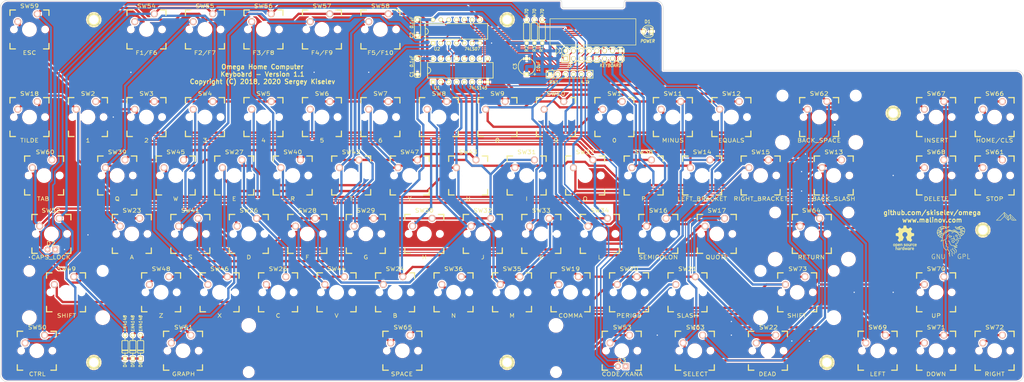
<source format=kicad_pcb>
(kicad_pcb (version 20171130) (host pcbnew "(5.1.10)-1")
  (layers (0 F.Cu signal) (31 B.Cu signal) (34 B.Paste user) (35 F.Paste user) (36 B.SilkS user) (37 F.SilkS user) (38 B.Mask user) (39 F.Mask user) (44 Edge.Cuts user))
  (net 0 "")
  (net 1 VCC)
  (net 2 GND)
  (net 3 /CAPS_LED)
  (net 4 "Net-(U1-Pad11)")
  (net 5 /SHIFT)
  (net 6 /ROW6)
  (net 7 /GRAPH)
  (net 8 /CODE)
  (net 9 /COLUMN0)
  (net 10 /COLUMN1)
  (net 11 /ROW_A)
  (net 12 /COLUMN2)
  (net 13 /ROW_B)
  (net 14 /COLUMN3)
  (net 15 /ROW_C)
  (net 16 /COLUMN4)
  (net 17 /ROW_D)
  (net 18 /COLUMN5)
  (net 19 /COLUMN6)
  (net 20 /COLUMN7)
  (net 21 /ROW6_UNBUF)
  (net 22 /ROW0)
  (net 23 /ROW1)
  (net 24 /ROW2)
  (net 25 /ROW3)
  (net 26 /ROW4)
  (net 27 /ROW5)
  (net 28 /ROW7)
  (net 29 /ROW8)
  (net 30 /COLUMN0_BUF)
  (net 31 /COLUMN2_BUF)
  (net 32 /COLUMN4_BUF)
  (net 33 /CAPS_LED_BUFFERED)
  (net 34 /D1+)
  (net 35 /D2+)
  (net 36 /KANA_LED_BUFFERED)
  (net 37 /D3+)
  (net 38 /KANA_LED)
  (net 39 "Net-(RN1-Pad6)")
  (module Symbol:Symbol_GNU-Logo_SilkscreenTop (layer F.Cu) (at 353.06 163.83)
    (fp_text reference REF** hide)
    (fp_text value Symbol_GNU-Logo_SilkscreenTop)
  )
  (module Symbol:OSHW-Logo_7.5x8mm_SilkScreen (layer F.Cu) (at 337.82 163.83)
    (fp_text reference REF** hide)
    (fp_text value OSHW-Logo_7.5x8mm_SilkScreen hide)
  )
  (module Cherry_MX:CHERRY_PCB_100H (layer F.Cu) (at 243.205 124.46)
    (fp_text reference SW1 (at 0 -7.62) (layer F.SilkS) (effects (font (size 1.27 1.524) (thickness 0.2032))))
    (fp_text value 0 (at 0 7.62) (layer F.SilkS) (effects (font (size 1.27 1.524) (thickness 0.2032))))
    (pad 1 thru_hole circle (at 2.54 -5.08) (size 2.286 2.286) (drill 1.4986) (layers *.Cu *.SilkS *.Mask) (net 22 /ROW0))
    (pad 2 thru_hole circle (at -3.81 -2.54) (size 2.286 2.286) (drill 1.4986) (layers *.Cu *.SilkS *.Mask) (net 9 /COLUMN0))
    (pad HOLE np_thru_hole circle (at 0 0) (size 3.9878 3.9878) (drill 3.9878) (layers *.Cu))
    (pad HOLE np_thru_hole circle (at -5.08 0) (size 1.7018 1.7018) (drill 1.7018) (layers *.Cu))
    (pad HOLE np_thru_hole circle (at 5.08 0) (size 1.7018 1.7018) (drill 1.7018) (layers *.Cu))
  )
  (module Cherry_MX:CHERRY_PCB_100H (layer F.Cu) (at 71.755 124.46)
    (fp_text reference SW2 (at 0 -7.62) (layer F.SilkS) (effects (font (size 1.27 1.524) (thickness 0.2032))))
    (fp_text value 1 (at 0 7.62) (layer F.SilkS) (effects (font (size 1.27 1.524) (thickness 0.2032))))
    (pad 1 thru_hole circle (at 2.54 -5.08) (size 2.286 2.286) (drill 1.4986) (layers *.Cu *.SilkS *.Mask) (net 22 /ROW0))
    (pad 2 thru_hole circle (at -3.81 -2.54) (size 2.286 2.286) (drill 1.4986) (layers *.Cu *.SilkS *.Mask) (net 10 /COLUMN1))
    (pad HOLE np_thru_hole circle (at 0 0) (size 3.9878 3.9878) (drill 3.9878) (layers *.Cu))
    (pad HOLE np_thru_hole circle (at -5.08 0) (size 1.7018 1.7018) (drill 1.7018) (layers *.Cu))
    (pad HOLE np_thru_hole circle (at 5.08 0) (size 1.7018 1.7018) (drill 1.7018) (layers *.Cu))
  )
  (module Cherry_MX:CHERRY_PCB_100H (layer F.Cu) (at 90.805 124.46)
    (fp_text reference SW3 (at 0 -7.62) (layer F.SilkS) (effects (font (size 1.27 1.524) (thickness 0.2032))))
    (fp_text value 2 (at 0 7.62) (layer F.SilkS) (effects (font (size 1.27 1.524) (thickness 0.2032))))
    (pad 1 thru_hole circle (at 2.54 -5.08) (size 2.286 2.286) (drill 1.4986) (layers *.Cu *.SilkS *.Mask) (net 22 /ROW0))
    (pad 2 thru_hole circle (at -3.81 -2.54) (size 2.286 2.286) (drill 1.4986) (layers *.Cu *.SilkS *.Mask) (net 12 /COLUMN2))
    (pad HOLE np_thru_hole circle (at 0 0) (size 3.9878 3.9878) (drill 3.9878) (layers *.Cu))
    (pad HOLE np_thru_hole circle (at -5.08 0) (size 1.7018 1.7018) (drill 1.7018) (layers *.Cu))
    (pad HOLE np_thru_hole circle (at 5.08 0) (size 1.7018 1.7018) (drill 1.7018) (layers *.Cu))
  )
  (module Cherry_MX:CHERRY_PCB_100H (layer F.Cu) (at 109.855 124.46)
    (fp_text reference SW4 (at 0 -7.62) (layer F.SilkS) (effects (font (size 1.27 1.524) (thickness 0.2032))))
    (fp_text value 3 (at 0 7.62) (layer F.SilkS) (effects (font (size 1.27 1.524) (thickness 0.2032))))
    (pad 1 thru_hole circle (at 2.54 -5.08) (size 2.286 2.286) (drill 1.4986) (layers *.Cu *.SilkS *.Mask) (net 22 /ROW0))
    (pad 2 thru_hole circle (at -3.81 -2.54) (size 2.286 2.286) (drill 1.4986) (layers *.Cu *.SilkS *.Mask) (net 14 /COLUMN3))
    (pad HOLE np_thru_hole circle (at 0 0) (size 3.9878 3.9878) (drill 3.9878) (layers *.Cu))
    (pad HOLE np_thru_hole circle (at -5.08 0) (size 1.7018 1.7018) (drill 1.7018) (layers *.Cu))
    (pad HOLE np_thru_hole circle (at 5.08 0) (size 1.7018 1.7018) (drill 1.7018) (layers *.Cu))
  )
  (module Cherry_MX:CHERRY_PCB_100H (layer F.Cu) (at 128.905 124.46)
    (fp_text reference SW5 (at 0 -7.62) (layer F.SilkS) (effects (font (size 1.27 1.524) (thickness 0.2032))))
    (fp_text value 4 (at 0 7.62) (layer F.SilkS) (effects (font (size 1.27 1.524) (thickness 0.2032))))
    (pad 1 thru_hole circle (at 2.54 -5.08) (size 2.286 2.286) (drill 1.4986) (layers *.Cu *.SilkS *.Mask) (net 22 /ROW0))
    (pad 2 thru_hole circle (at -3.81 -2.54) (size 2.286 2.286) (drill 1.4986) (layers *.Cu *.SilkS *.Mask) (net 16 /COLUMN4))
    (pad HOLE np_thru_hole circle (at 0 0) (size 3.9878 3.9878) (drill 3.9878) (layers *.Cu))
    (pad HOLE np_thru_hole circle (at -5.08 0) (size 1.7018 1.7018) (drill 1.7018) (layers *.Cu))
    (pad HOLE np_thru_hole circle (at 5.08 0) (size 1.7018 1.7018) (drill 1.7018) (layers *.Cu))
  )
  (module Cherry_MX:CHERRY_PCB_100H (layer F.Cu) (at 147.955 124.46)
    (fp_text reference SW6 (at 0 -7.62) (layer F.SilkS) (effects (font (size 1.27 1.524) (thickness 0.2032))))
    (fp_text value 5 (at 0 7.62) (layer F.SilkS) (effects (font (size 1.27 1.524) (thickness 0.2032))))
    (pad 1 thru_hole circle (at 2.54 -5.08) (size 2.286 2.286) (drill 1.4986) (layers *.Cu *.SilkS *.Mask) (net 22 /ROW0))
    (pad 2 thru_hole circle (at -3.81 -2.54) (size 2.286 2.286) (drill 1.4986) (layers *.Cu *.SilkS *.Mask) (net 18 /COLUMN5))
    (pad HOLE np_thru_hole circle (at 0 0) (size 3.9878 3.9878) (drill 3.9878) (layers *.Cu))
    (pad HOLE np_thru_hole circle (at -5.08 0) (size 1.7018 1.7018) (drill 1.7018) (layers *.Cu))
    (pad HOLE np_thru_hole circle (at 5.08 0) (size 1.7018 1.7018) (drill 1.7018) (layers *.Cu))
  )
  (module Cherry_MX:CHERRY_PCB_100H (layer F.Cu) (at 167.005 124.46)
    (fp_text reference SW7 (at 0 -7.62) (layer F.SilkS) (effects (font (size 1.27 1.524) (thickness 0.2032))))
    (fp_text value 6 (at 0 7.62) (layer F.SilkS) (effects (font (size 1.27 1.524) (thickness 0.2032))))
    (pad 1 thru_hole circle (at 2.54 -5.08) (size 2.286 2.286) (drill 1.4986) (layers *.Cu *.SilkS *.Mask) (net 22 /ROW0))
    (pad 2 thru_hole circle (at -3.81 -2.54) (size 2.286 2.286) (drill 1.4986) (layers *.Cu *.SilkS *.Mask) (net 19 /COLUMN6))
    (pad HOLE np_thru_hole circle (at 0 0) (size 3.9878 3.9878) (drill 3.9878) (layers *.Cu))
    (pad HOLE np_thru_hole circle (at -5.08 0) (size 1.7018 1.7018) (drill 1.7018) (layers *.Cu))
    (pad HOLE np_thru_hole circle (at 5.08 0) (size 1.7018 1.7018) (drill 1.7018) (layers *.Cu))
  )
  (module Cherry_MX:CHERRY_PCB_100H (layer F.Cu) (at 186.055 124.46)
    (fp_text reference SW8 (at 0 -7.62) (layer F.SilkS) (effects (font (size 1.27 1.524) (thickness 0.2032))))
    (fp_text value 7 (at 0 7.62) (layer F.SilkS) (effects (font (size 1.27 1.524) (thickness 0.2032))))
    (pad 1 thru_hole circle (at 2.54 -5.08) (size 2.286 2.286) (drill 1.4986) (layers *.Cu *.SilkS *.Mask) (net 22 /ROW0))
    (pad 2 thru_hole circle (at -3.81 -2.54) (size 2.286 2.286) (drill 1.4986) (layers *.Cu *.SilkS *.Mask) (net 20 /COLUMN7))
    (pad HOLE np_thru_hole circle (at 0 0) (size 3.9878 3.9878) (drill 3.9878) (layers *.Cu))
    (pad HOLE np_thru_hole circle (at -5.08 0) (size 1.7018 1.7018) (drill 1.7018) (layers *.Cu))
    (pad HOLE np_thru_hole circle (at 5.08 0) (size 1.7018 1.7018) (drill 1.7018) (layers *.Cu))
  )
  (module Cherry_MX:CHERRY_PCB_100H (layer F.Cu) (at 205.105 124.46)
    (fp_text reference SW9 (at 0 -7.62) (layer F.SilkS) (effects (font (size 1.27 1.524) (thickness 0.2032))))
    (fp_text value 8 (at 0 7.62) (layer F.SilkS) (effects (font (size 1.27 1.524) (thickness 0.2032))))
    (pad 1 thru_hole circle (at 2.54 -5.08) (size 2.286 2.286) (drill 1.4986) (layers *.Cu *.SilkS *.Mask) (net 23 /ROW1))
    (pad 2 thru_hole circle (at -3.81 -2.54) (size 2.286 2.286) (drill 1.4986) (layers *.Cu *.SilkS *.Mask) (net 9 /COLUMN0))
    (pad HOLE np_thru_hole circle (at 0 0) (size 3.9878 3.9878) (drill 3.9878) (layers *.Cu))
    (pad HOLE np_thru_hole circle (at -5.08 0) (size 1.7018 1.7018) (drill 1.7018) (layers *.Cu))
    (pad HOLE np_thru_hole circle (at 5.08 0) (size 1.7018 1.7018) (drill 1.7018) (layers *.Cu))
  )
  (module Cherry_MX:CHERRY_PCB_100H (layer F.Cu) (at 224.155 124.46)
    (fp_text reference SW10 (at 0 -7.62) (layer F.SilkS) (effects (font (size 1.27 1.524) (thickness 0.2032))))
    (fp_text value 9 (at 0 7.62) (layer F.SilkS) (effects (font (size 1.27 1.524) (thickness 0.2032))))
    (pad 1 thru_hole circle (at 2.54 -5.08) (size 2.286 2.286) (drill 1.4986) (layers *.Cu *.SilkS *.Mask) (net 23 /ROW1))
    (pad 2 thru_hole circle (at -3.81 -2.54) (size 2.286 2.286) (drill 1.4986) (layers *.Cu *.SilkS *.Mask) (net 10 /COLUMN1))
    (pad HOLE np_thru_hole circle (at 0 0) (size 3.9878 3.9878) (drill 3.9878) (layers *.Cu))
    (pad HOLE np_thru_hole circle (at -5.08 0) (size 1.7018 1.7018) (drill 1.7018) (layers *.Cu))
    (pad HOLE np_thru_hole circle (at 5.08 0) (size 1.7018 1.7018) (drill 1.7018) (layers *.Cu))
  )
  (module Cherry_MX:CHERRY_PCB_100H (layer F.Cu) (at 262.255 124.46)
    (fp_text reference SW11 (at 0 -7.62) (layer F.SilkS) (effects (font (size 1.27 1.524) (thickness 0.2032))))
    (fp_text value MINUS (at 0 7.62) (layer F.SilkS) (effects (font (size 1.27 1.524) (thickness 0.2032))))
    (pad 1 thru_hole circle (at 2.54 -5.08) (size 2.286 2.286) (drill 1.4986) (layers *.Cu *.SilkS *.Mask) (net 23 /ROW1))
    (pad 2 thru_hole circle (at -3.81 -2.54) (size 2.286 2.286) (drill 1.4986) (layers *.Cu *.SilkS *.Mask) (net 12 /COLUMN2))
    (pad HOLE np_thru_hole circle (at 0 0) (size 3.9878 3.9878) (drill 3.9878) (layers *.Cu))
    (pad HOLE np_thru_hole circle (at -5.08 0) (size 1.7018 1.7018) (drill 1.7018) (layers *.Cu))
    (pad HOLE np_thru_hole circle (at 5.08 0) (size 1.7018 1.7018) (drill 1.7018) (layers *.Cu))
  )
  (module Cherry_MX:CHERRY_PCB_100H (layer F.Cu) (at 281.305 124.46)
    (fp_text reference SW12 (at 0 -7.62) (layer F.SilkS) (effects (font (size 1.27 1.524) (thickness 0.2032))))
    (fp_text value EQUALS (at 0 7.62) (layer F.SilkS) (effects (font (size 1.27 1.524) (thickness 0.2032))))
    (pad 1 thru_hole circle (at 2.54 -5.08) (size 2.286 2.286) (drill 1.4986) (layers *.Cu *.SilkS *.Mask) (net 23 /ROW1))
    (pad 2 thru_hole circle (at -3.81 -2.54) (size 2.286 2.286) (drill 1.4986) (layers *.Cu *.SilkS *.Mask) (net 14 /COLUMN3))
    (pad HOLE np_thru_hole circle (at 0 0) (size 3.9878 3.9878) (drill 3.9878) (layers *.Cu))
    (pad HOLE np_thru_hole circle (at -5.08 0) (size 1.7018 1.7018) (drill 1.7018) (layers *.Cu))
    (pad HOLE np_thru_hole circle (at 5.08 0) (size 1.7018 1.7018) (drill 1.7018) (layers *.Cu))
  )
  (module Cherry_MX:CHERRY_PCB_150H (layer F.Cu) (at 314.6425 143.51)
    (fp_text reference SW13 (at 0 -7.62) (layer F.SilkS) (effects (font (size 1.27 1.524) (thickness 0.2032))))
    (fp_text value BACK_SLASH (at 0 7.62) (layer F.SilkS) (effects (font (size 1.27 1.524) (thickness 0.2032))))
    (pad 1 thru_hole circle (at 2.54 -5.08) (size 2.286 2.286) (drill 1.4986) (layers *.Cu *.SilkS *.Mask) (net 23 /ROW1))
    (pad 2 thru_hole circle (at -3.81 -2.54) (size 2.286 2.286) (drill 1.4986) (layers *.Cu *.SilkS *.Mask) (net 16 /COLUMN4))
    (pad HOLE np_thru_hole circle (at 0 0) (size 3.9878 3.9878) (drill 3.9878) (layers *.Cu))
    (pad HOLE np_thru_hole circle (at -5.08 0) (size 1.7018 1.7018) (drill 1.7018) (layers *.Cu))
    (pad HOLE np_thru_hole circle (at 5.08 0) (size 1.7018 1.7018) (drill 1.7018) (layers *.Cu))
  )
  (module Cherry_MX:CHERRY_PCB_100H (layer F.Cu) (at 271.78 143.51)
    (fp_text reference SW14 (at 0 -7.62) (layer F.SilkS) (effects (font (size 1.27 1.524) (thickness 0.2032))))
    (fp_text value LEFT_BRACKET (at 0 7.62) (layer F.SilkS) (effects (font (size 1.27 1.524) (thickness 0.2032))))
    (pad 1 thru_hole circle (at 2.54 -5.08) (size 2.286 2.286) (drill 1.4986) (layers *.Cu *.SilkS *.Mask) (net 23 /ROW1))
    (pad 2 thru_hole circle (at -3.81 -2.54) (size 2.286 2.286) (drill 1.4986) (layers *.Cu *.SilkS *.Mask) (net 18 /COLUMN5))
    (pad HOLE np_thru_hole circle (at 0 0) (size 3.9878 3.9878) (drill 3.9878) (layers *.Cu))
    (pad HOLE np_thru_hole circle (at -5.08 0) (size 1.7018 1.7018) (drill 1.7018) (layers *.Cu))
    (pad HOLE np_thru_hole circle (at 5.08 0) (size 1.7018 1.7018) (drill 1.7018) (layers *.Cu))
  )
  (module Cherry_MX:CHERRY_PCB_100H (layer F.Cu) (at 290.83 143.51)
    (fp_text reference SW15 (at 0 -7.62) (layer F.SilkS) (effects (font (size 1.27 1.524) (thickness 0.2032))))
    (fp_text value RIGHT_BRACKET (at 0 7.62) (layer F.SilkS) (effects (font (size 1.27 1.524) (thickness 0.2032))))
    (pad 1 thru_hole circle (at 2.54 -5.08) (size 2.286 2.286) (drill 1.4986) (layers *.Cu *.SilkS *.Mask) (net 23 /ROW1))
    (pad 2 thru_hole circle (at -3.81 -2.54) (size 2.286 2.286) (drill 1.4986) (layers *.Cu *.SilkS *.Mask) (net 19 /COLUMN6))
    (pad HOLE np_thru_hole circle (at 0 0) (size 3.9878 3.9878) (drill 3.9878) (layers *.Cu))
    (pad HOLE np_thru_hole circle (at -5.08 0) (size 1.7018 1.7018) (drill 1.7018) (layers *.Cu))
    (pad HOLE np_thru_hole circle (at 5.08 0) (size 1.7018 1.7018) (drill 1.7018) (layers *.Cu))
  )
  (module Cherry_MX:CHERRY_PCB_100H (layer F.Cu) (at 257.4925 162.56)
    (fp_text reference SW16 (at 0 -7.62) (layer F.SilkS) (effects (font (size 1.27 1.524) (thickness 0.2032))))
    (fp_text value SEMICOLON (at 0 7.62) (layer F.SilkS) (effects (font (size 1.27 1.524) (thickness 0.2032))))
    (pad 1 thru_hole circle (at 2.54 -5.08) (size 2.286 2.286) (drill 1.4986) (layers *.Cu *.SilkS *.Mask) (net 23 /ROW1))
    (pad 2 thru_hole circle (at -3.81 -2.54) (size 2.286 2.286) (drill 1.4986) (layers *.Cu *.SilkS *.Mask) (net 20 /COLUMN7))
    (pad HOLE np_thru_hole circle (at 0 0) (size 3.9878 3.9878) (drill 3.9878) (layers *.Cu))
    (pad HOLE np_thru_hole circle (at -5.08 0) (size 1.7018 1.7018) (drill 1.7018) (layers *.Cu))
    (pad HOLE np_thru_hole circle (at 5.08 0) (size 1.7018 1.7018) (drill 1.7018) (layers *.Cu))
  )
  (module Cherry_MX:CHERRY_PCB_100H (layer F.Cu) (at 276.5425 162.56)
    (fp_text reference SW17 (at 0 -7.62) (layer F.SilkS) (effects (font (size 1.27 1.524) (thickness 0.2032))))
    (fp_text value QUOTE (at 0 7.62) (layer F.SilkS) (effects (font (size 1.27 1.524) (thickness 0.2032))))
    (pad 1 thru_hole circle (at 2.54 -5.08) (size 2.286 2.286) (drill 1.4986) (layers *.Cu *.SilkS *.Mask) (net 24 /ROW2))
    (pad 2 thru_hole circle (at -3.81 -2.54) (size 2.286 2.286) (drill 1.4986) (layers *.Cu *.SilkS *.Mask) (net 9 /COLUMN0))
    (pad HOLE np_thru_hole circle (at 0 0) (size 3.9878 3.9878) (drill 3.9878) (layers *.Cu))
    (pad HOLE np_thru_hole circle (at -5.08 0) (size 1.7018 1.7018) (drill 1.7018) (layers *.Cu))
    (pad HOLE np_thru_hole circle (at 5.08 0) (size 1.7018 1.7018) (drill 1.7018) (layers *.Cu))
  )
  (module Cherry_MX:CHERRY_PCB_100H (layer F.Cu) (at 52.705 124.46)
    (fp_text reference SW18 (at 0 -7.62) (layer F.SilkS) (effects (font (size 1.27 1.524) (thickness 0.2032))))
    (fp_text value TILDE (at 0 7.62) (layer F.SilkS) (effects (font (size 1.27 1.524) (thickness 0.2032))))
    (pad 1 thru_hole circle (at 2.54 -5.08) (size 2.286 2.286) (drill 1.4986) (layers *.Cu *.SilkS *.Mask) (net 24 /ROW2))
    (pad 2 thru_hole circle (at -3.81 -2.54) (size 2.286 2.286) (drill 1.4986) (layers *.Cu *.SilkS *.Mask) (net 10 /COLUMN1))
    (pad HOLE np_thru_hole circle (at 0 0) (size 3.9878 3.9878) (drill 3.9878) (layers *.Cu))
    (pad HOLE np_thru_hole circle (at -5.08 0) (size 1.7018 1.7018) (drill 1.7018) (layers *.Cu))
    (pad HOLE np_thru_hole circle (at 5.08 0) (size 1.7018 1.7018) (drill 1.7018) (layers *.Cu))
  )
  (module Cherry_MX:CHERRY_PCB_100H (layer F.Cu) (at 228.9175 181.61)
    (fp_text reference SW19 (at 0 -7.62) (layer F.SilkS) (effects (font (size 1.27 1.524) (thickness 0.2032))))
    (fp_text value COMMA (at 0 7.62) (layer F.SilkS) (effects (font (size 1.27 1.524) (thickness 0.2032))))
    (pad 1 thru_hole circle (at 2.54 -5.08) (size 2.286 2.286) (drill 1.4986) (layers *.Cu *.SilkS *.Mask) (net 24 /ROW2))
    (pad 2 thru_hole circle (at -3.81 -2.54) (size 2.286 2.286) (drill 1.4986) (layers *.Cu *.SilkS *.Mask) (net 12 /COLUMN2))
    (pad HOLE np_thru_hole circle (at 0 0) (size 3.9878 3.9878) (drill 3.9878) (layers *.Cu))
    (pad HOLE np_thru_hole circle (at -5.08 0) (size 1.7018 1.7018) (drill 1.7018) (layers *.Cu))
    (pad HOLE np_thru_hole circle (at 5.08 0) (size 1.7018 1.7018) (drill 1.7018) (layers *.Cu))
  )
  (module Cherry_MX:CHERRY_PCB_100H (layer F.Cu) (at 247.9675 181.61)
    (fp_text reference SW20 (at 0 -7.62) (layer F.SilkS) (effects (font (size 1.27 1.524) (thickness 0.2032))))
    (fp_text value PERIOD (at 0 7.62) (layer F.SilkS) (effects (font (size 1.27 1.524) (thickness 0.2032))))
    (pad 1 thru_hole circle (at 2.54 -5.08) (size 2.286 2.286) (drill 1.4986) (layers *.Cu *.SilkS *.Mask) (net 24 /ROW2))
    (pad 2 thru_hole circle (at -3.81 -2.54) (size 2.286 2.286) (drill 1.4986) (layers *.Cu *.SilkS *.Mask) (net 14 /COLUMN3))
    (pad HOLE np_thru_hole circle (at 0 0) (size 3.9878 3.9878) (drill 3.9878) (layers *.Cu))
    (pad HOLE np_thru_hole circle (at -5.08 0) (size 1.7018 1.7018) (drill 1.7018) (layers *.Cu))
    (pad HOLE np_thru_hole circle (at 5.08 0) (size 1.7018 1.7018) (drill 1.7018) (layers *.Cu))
  )
  (module Cherry_MX:CHERRY_PCB_100H (layer F.Cu) (at 267.0175 181.61)
    (fp_text reference SW21 (at 0 -7.62) (layer F.SilkS) (effects (font (size 1.27 1.524) (thickness 0.2032))))
    (fp_text value SLASH (at 0 7.62) (layer F.SilkS) (effects (font (size 1.27 1.524) (thickness 0.2032))))
    (pad 1 thru_hole circle (at 2.54 -5.08) (size 2.286 2.286) (drill 1.4986) (layers *.Cu *.SilkS *.Mask) (net 24 /ROW2))
    (pad 2 thru_hole circle (at -3.81 -2.54) (size 2.286 2.286) (drill 1.4986) (layers *.Cu *.SilkS *.Mask) (net 16 /COLUMN4))
    (pad HOLE np_thru_hole circle (at 0 0) (size 3.9878 3.9878) (drill 3.9878) (layers *.Cu))
    (pad HOLE np_thru_hole circle (at -5.08 0) (size 1.7018 1.7018) (drill 1.7018) (layers *.Cu))
    (pad HOLE np_thru_hole circle (at 5.08 0) (size 1.7018 1.7018) (drill 1.7018) (layers *.Cu))
  )
  (module Cherry_MX:CHERRY_PCB_125H (layer F.Cu) (at 293.21125 200.66)
    (fp_text reference SW22 (at 0.15875 -7.62) (layer F.SilkS) (effects (font (size 1.27 1.524) (thickness 0.2032))))
    (fp_text value DEAD (at -0.15875 7.62) (layer F.SilkS) (effects (font (size 1.27 1.524) (thickness 0.2032))))
    (pad 1 thru_hole circle (at 2.54 -5.08) (size 2.286 2.286) (drill 1.4986) (layers *.Cu *.SilkS *.Mask) (net 24 /ROW2))
    (pad 2 thru_hole circle (at -3.81 -2.54) (size 2.286 2.286) (drill 1.4986) (layers *.Cu *.SilkS *.Mask) (net 18 /COLUMN5))
    (pad HOLE np_thru_hole circle (at 0 0) (size 3.9878 3.9878) (drill 3.9878) (layers *.Cu))
    (pad HOLE np_thru_hole circle (at -5.08 0) (size 1.7018 1.7018) (drill 1.7018) (layers *.Cu))
    (pad HOLE np_thru_hole circle (at 5.08 0) (size 1.7018 1.7018) (drill 1.7018) (layers *.Cu))
  )
  (module Cherry_MX:CHERRY_PCB_100H (layer F.Cu) (at 86.0425 162.56)
    (fp_text reference SW23 (at 0 -7.62) (layer F.SilkS) (effects (font (size 1.27 1.524) (thickness 0.2032))))
    (fp_text value A (at 0 7.62) (layer F.SilkS) (effects (font (size 1.27 1.524) (thickness 0.2032))))
    (pad 1 thru_hole circle (at 2.54 -5.08) (size 2.286 2.286) (drill 1.4986) (layers *.Cu *.SilkS *.Mask) (net 24 /ROW2))
    (pad 2 thru_hole circle (at -3.81 -2.54) (size 2.286 2.286) (drill 1.4986) (layers *.Cu *.SilkS *.Mask) (net 19 /COLUMN6))
    (pad HOLE np_thru_hole circle (at 0 0) (size 3.9878 3.9878) (drill 3.9878) (layers *.Cu))
    (pad HOLE np_thru_hole circle (at -5.08 0) (size 1.7018 1.7018) (drill 1.7018) (layers *.Cu))
    (pad HOLE np_thru_hole circle (at 5.08 0) (size 1.7018 1.7018) (drill 1.7018) (layers *.Cu))
  )
  (module Cherry_MX:CHERRY_PCB_100H (layer F.Cu) (at 171.7675 181.61)
    (fp_text reference SW24 (at 0 -7.62) (layer F.SilkS) (effects (font (size 1.27 1.524) (thickness 0.2032))))
    (fp_text value B (at 0 7.62) (layer F.SilkS) (effects (font (size 1.27 1.524) (thickness 0.2032))))
    (pad 1 thru_hole circle (at 2.54 -5.08) (size 2.286 2.286) (drill 1.4986) (layers *.Cu *.SilkS *.Mask) (net 24 /ROW2))
    (pad 2 thru_hole circle (at -3.81 -2.54) (size 2.286 2.286) (drill 1.4986) (layers *.Cu *.SilkS *.Mask) (net 20 /COLUMN7))
    (pad HOLE np_thru_hole circle (at 0 0) (size 3.9878 3.9878) (drill 3.9878) (layers *.Cu))
    (pad HOLE np_thru_hole circle (at -5.08 0) (size 1.7018 1.7018) (drill 1.7018) (layers *.Cu))
    (pad HOLE np_thru_hole circle (at 5.08 0) (size 1.7018 1.7018) (drill 1.7018) (layers *.Cu))
  )
  (module Cherry_MX:CHERRY_PCB_100H (layer F.Cu) (at 133.6675 181.61)
    (fp_text reference SW25 (at 0 -7.62) (layer F.SilkS) (effects (font (size 1.27 1.524) (thickness 0.2032))))
    (fp_text value C (at 0 7.62) (layer F.SilkS) (effects (font (size 1.27 1.524) (thickness 0.2032))))
    (pad 1 thru_hole circle (at 2.54 -5.08) (size 2.286 2.286) (drill 1.4986) (layers *.Cu *.SilkS *.Mask) (net 25 /ROW3))
    (pad 2 thru_hole circle (at -3.81 -2.54) (size 2.286 2.286) (drill 1.4986) (layers *.Cu *.SilkS *.Mask) (net 9 /COLUMN0))
    (pad HOLE np_thru_hole circle (at 0 0) (size 3.9878 3.9878) (drill 3.9878) (layers *.Cu))
    (pad HOLE np_thru_hole circle (at -5.08 0) (size 1.7018 1.7018) (drill 1.7018) (layers *.Cu))
    (pad HOLE np_thru_hole circle (at 5.08 0) (size 1.7018 1.7018) (drill 1.7018) (layers *.Cu))
  )
  (module Cherry_MX:CHERRY_PCB_100H (layer F.Cu) (at 124.1425 162.56)
    (fp_text reference SW26 (at 0 -7.62) (layer F.SilkS) (effects (font (size 1.27 1.524) (thickness 0.2032))))
    (fp_text value D (at 0 7.62) (layer F.SilkS) (effects (font (size 1.27 1.524) (thickness 0.2032))))
    (pad 1 thru_hole circle (at 2.54 -5.08) (size 2.286 2.286) (drill 1.4986) (layers *.Cu *.SilkS *.Mask) (net 25 /ROW3))
    (pad 2 thru_hole circle (at -3.81 -2.54) (size 2.286 2.286) (drill 1.4986) (layers *.Cu *.SilkS *.Mask) (net 10 /COLUMN1))
    (pad HOLE np_thru_hole circle (at 0 0) (size 3.9878 3.9878) (drill 3.9878) (layers *.Cu))
    (pad HOLE np_thru_hole circle (at -5.08 0) (size 1.7018 1.7018) (drill 1.7018) (layers *.Cu))
    (pad HOLE np_thru_hole circle (at 5.08 0) (size 1.7018 1.7018) (drill 1.7018) (layers *.Cu))
  )
  (module Cherry_MX:CHERRY_PCB_100H (layer F.Cu) (at 119.38 143.51)
    (fp_text reference SW27 (at 0 -7.62) (layer F.SilkS) (effects (font (size 1.27 1.524) (thickness 0.2032))))
    (fp_text value E (at 0 7.62) (layer F.SilkS) (effects (font (size 1.27 1.524) (thickness 0.2032))))
    (pad 1 thru_hole circle (at 2.54 -5.08) (size 2.286 2.286) (drill 1.4986) (layers *.Cu *.SilkS *.Mask) (net 25 /ROW3))
    (pad 2 thru_hole circle (at -3.81 -2.54) (size 2.286 2.286) (drill 1.4986) (layers *.Cu *.SilkS *.Mask) (net 12 /COLUMN2))
    (pad HOLE np_thru_hole circle (at 0 0) (size 3.9878 3.9878) (drill 3.9878) (layers *.Cu))
    (pad HOLE np_thru_hole circle (at -5.08 0) (size 1.7018 1.7018) (drill 1.7018) (layers *.Cu))
    (pad HOLE np_thru_hole circle (at 5.08 0) (size 1.7018 1.7018) (drill 1.7018) (layers *.Cu))
  )
  (module Cherry_MX:CHERRY_PCB_100H (layer F.Cu) (at 143.1925 162.56)
    (fp_text reference SW28 (at 0 -7.62) (layer F.SilkS) (effects (font (size 1.27 1.524) (thickness 0.2032))))
    (fp_text value F (at 0 7.62) (layer F.SilkS) (effects (font (size 1.27 1.524) (thickness 0.2032))))
    (pad 1 thru_hole circle (at 2.54 -5.08) (size 2.286 2.286) (drill 1.4986) (layers *.Cu *.SilkS *.Mask) (net 25 /ROW3))
    (pad 2 thru_hole circle (at -3.81 -2.54) (size 2.286 2.286) (drill 1.4986) (layers *.Cu *.SilkS *.Mask) (net 14 /COLUMN3))
    (pad HOLE np_thru_hole circle (at 0 0) (size 3.9878 3.9878) (drill 3.9878) (layers *.Cu))
    (pad HOLE np_thru_hole circle (at -5.08 0) (size 1.7018 1.7018) (drill 1.7018) (layers *.Cu))
    (pad HOLE np_thru_hole circle (at 5.08 0) (size 1.7018 1.7018) (drill 1.7018) (layers *.Cu))
  )
  (module Cherry_MX:CHERRY_PCB_100H (layer F.Cu) (at 162.2425 162.56)
    (fp_text reference SW29 (at 0 -7.62) (layer F.SilkS) (effects (font (size 1.27 1.524) (thickness 0.2032))))
    (fp_text value G (at 0 7.62) (layer F.SilkS) (effects (font (size 1.27 1.524) (thickness 0.2032))))
    (pad 1 thru_hole circle (at 2.54 -5.08) (size 2.286 2.286) (drill 1.4986) (layers *.Cu *.SilkS *.Mask) (net 25 /ROW3))
    (pad 2 thru_hole circle (at -3.81 -2.54) (size 2.286 2.286) (drill 1.4986) (layers *.Cu *.SilkS *.Mask) (net 16 /COLUMN4))
    (pad HOLE np_thru_hole circle (at 0 0) (size 3.9878 3.9878) (drill 3.9878) (layers *.Cu))
    (pad HOLE np_thru_hole circle (at -5.08 0) (size 1.7018 1.7018) (drill 1.7018) (layers *.Cu))
    (pad HOLE np_thru_hole circle (at 5.08 0) (size 1.7018 1.7018) (drill 1.7018) (layers *.Cu))
  )
  (module Cherry_MX:CHERRY_PCB_100H (layer F.Cu) (at 181.2925 162.56)
    (fp_text reference SW30 (at 0 -7.62) (layer F.SilkS) (effects (font (size 1.27 1.524) (thickness 0.2032))))
    (fp_text value H (at 0 7.62) (layer F.SilkS) (effects (font (size 1.27 1.524) (thickness 0.2032))))
    (pad 1 thru_hole circle (at 2.54 -5.08) (size 2.286 2.286) (drill 1.4986) (layers *.Cu *.SilkS *.Mask) (net 25 /ROW3))
    (pad 2 thru_hole circle (at -3.81 -2.54) (size 2.286 2.286) (drill 1.4986) (layers *.Cu *.SilkS *.Mask) (net 18 /COLUMN5))
    (pad HOLE np_thru_hole circle (at 0 0) (size 3.9878 3.9878) (drill 3.9878) (layers *.Cu))
    (pad HOLE np_thru_hole circle (at -5.08 0) (size 1.7018 1.7018) (drill 1.7018) (layers *.Cu))
    (pad HOLE np_thru_hole circle (at 5.08 0) (size 1.7018 1.7018) (drill 1.7018) (layers *.Cu))
  )
  (module Cherry_MX:CHERRY_PCB_100H (layer F.Cu) (at 214.63 143.51)
    (fp_text reference SW31 (at 0 -7.62) (layer F.SilkS) (effects (font (size 1.27 1.524) (thickness 0.2032))))
    (fp_text value I (at 0 7.62) (layer F.SilkS) (effects (font (size 1.27 1.524) (thickness 0.2032))))
    (pad 1 thru_hole circle (at 2.54 -5.08) (size 2.286 2.286) (drill 1.4986) (layers *.Cu *.SilkS *.Mask) (net 25 /ROW3))
    (pad 2 thru_hole circle (at -3.81 -2.54) (size 2.286 2.286) (drill 1.4986) (layers *.Cu *.SilkS *.Mask) (net 19 /COLUMN6))
    (pad HOLE np_thru_hole circle (at 0 0) (size 3.9878 3.9878) (drill 3.9878) (layers *.Cu))
    (pad HOLE np_thru_hole circle (at -5.08 0) (size 1.7018 1.7018) (drill 1.7018) (layers *.Cu))
    (pad HOLE np_thru_hole circle (at 5.08 0) (size 1.7018 1.7018) (drill 1.7018) (layers *.Cu))
  )
  (module Cherry_MX:CHERRY_PCB_100H (layer F.Cu) (at 200.3425 162.56)
    (fp_text reference SW32 (at 0 -7.62) (layer F.SilkS) (effects (font (size 1.27 1.524) (thickness 0.2032))))
    (fp_text value J (at 0 7.62) (layer F.SilkS) (effects (font (size 1.27 1.524) (thickness 0.2032))))
    (pad 1 thru_hole circle (at 2.54 -5.08) (size 2.286 2.286) (drill 1.4986) (layers *.Cu *.SilkS *.Mask) (net 25 /ROW3))
    (pad 2 thru_hole circle (at -3.81 -2.54) (size 2.286 2.286) (drill 1.4986) (layers *.Cu *.SilkS *.Mask) (net 20 /COLUMN7))
    (pad HOLE np_thru_hole circle (at 0 0) (size 3.9878 3.9878) (drill 3.9878) (layers *.Cu))
    (pad HOLE np_thru_hole circle (at -5.08 0) (size 1.7018 1.7018) (drill 1.7018) (layers *.Cu))
    (pad HOLE np_thru_hole circle (at 5.08 0) (size 1.7018 1.7018) (drill 1.7018) (layers *.Cu))
  )
  (module Cherry_MX:CHERRY_PCB_100H (layer F.Cu) (at 219.3925 162.56)
    (fp_text reference SW33 (at 0 -7.62) (layer F.SilkS) (effects (font (size 1.27 1.524) (thickness 0.2032))))
    (fp_text value K (at 0 7.62) (layer F.SilkS) (effects (font (size 1.27 1.524) (thickness 0.2032))))
    (pad 1 thru_hole circle (at 2.54 -5.08) (size 2.286 2.286) (drill 1.4986) (layers *.Cu *.SilkS *.Mask) (net 26 /ROW4))
    (pad 2 thru_hole circle (at -3.81 -2.54) (size 2.286 2.286) (drill 1.4986) (layers *.Cu *.SilkS *.Mask) (net 9 /COLUMN0))
    (pad HOLE np_thru_hole circle (at 0 0) (size 3.9878 3.9878) (drill 3.9878) (layers *.Cu))
    (pad HOLE np_thru_hole circle (at -5.08 0) (size 1.7018 1.7018) (drill 1.7018) (layers *.Cu))
    (pad HOLE np_thru_hole circle (at 5.08 0) (size 1.7018 1.7018) (drill 1.7018) (layers *.Cu))
  )
  (module Cherry_MX:CHERRY_PCB_100H (layer F.Cu) (at 238.4425 162.56)
    (fp_text reference SW34 (at 0 -7.62) (layer F.SilkS) (effects (font (size 1.27 1.524) (thickness 0.2032))))
    (fp_text value L (at 0 7.62) (layer F.SilkS) (effects (font (size 1.27 1.524) (thickness 0.2032))))
    (pad 1 thru_hole circle (at 2.54 -5.08) (size 2.286 2.286) (drill 1.4986) (layers *.Cu *.SilkS *.Mask) (net 26 /ROW4))
    (pad 2 thru_hole circle (at -3.81 -2.54) (size 2.286 2.286) (drill 1.4986) (layers *.Cu *.SilkS *.Mask) (net 10 /COLUMN1))
    (pad HOLE np_thru_hole circle (at 0 0) (size 3.9878 3.9878) (drill 3.9878) (layers *.Cu))
    (pad HOLE np_thru_hole circle (at -5.08 0) (size 1.7018 1.7018) (drill 1.7018) (layers *.Cu))
    (pad HOLE np_thru_hole circle (at 5.08 0) (size 1.7018 1.7018) (drill 1.7018) (layers *.Cu))
  )
  (module Cherry_MX:CHERRY_PCB_100H (layer F.Cu) (at 209.8675 181.61)
    (fp_text reference SW35 (at 0 -7.62) (layer F.SilkS) (effects (font (size 1.27 1.524) (thickness 0.2032))))
    (fp_text value M (at 0 7.62) (layer F.SilkS) (effects (font (size 1.27 1.524) (thickness 0.2032))))
    (pad 1 thru_hole circle (at 2.54 -5.08) (size 2.286 2.286) (drill 1.4986) (layers *.Cu *.SilkS *.Mask) (net 26 /ROW4))
    (pad 2 thru_hole circle (at -3.81 -2.54) (size 2.286 2.286) (drill 1.4986) (layers *.Cu *.SilkS *.Mask) (net 12 /COLUMN2))
    (pad HOLE np_thru_hole circle (at 0 0) (size 3.9878 3.9878) (drill 3.9878) (layers *.Cu))
    (pad HOLE np_thru_hole circle (at -5.08 0) (size 1.7018 1.7018) (drill 1.7018) (layers *.Cu))
    (pad HOLE np_thru_hole circle (at 5.08 0) (size 1.7018 1.7018) (drill 1.7018) (layers *.Cu))
  )
  (module Cherry_MX:CHERRY_PCB_100H (layer F.Cu) (at 190.8175 181.61)
    (fp_text reference SW36 (at 0 -7.62) (layer F.SilkS) (effects (font (size 1.27 1.524) (thickness 0.2032))))
    (fp_text value N (at 0 7.62) (layer F.SilkS) (effects (font (size 1.27 1.524) (thickness 0.2032))))
    (pad 1 thru_hole circle (at 2.54 -5.08) (size 2.286 2.286) (drill 1.4986) (layers *.Cu *.SilkS *.Mask) (net 26 /ROW4))
    (pad 2 thru_hole circle (at -3.81 -2.54) (size 2.286 2.286) (drill 1.4986) (layers *.Cu *.SilkS *.Mask) (net 14 /COLUMN3))
    (pad HOLE np_thru_hole circle (at 0 0) (size 3.9878 3.9878) (drill 3.9878) (layers *.Cu))
    (pad HOLE np_thru_hole circle (at -5.08 0) (size 1.7018 1.7018) (drill 1.7018) (layers *.Cu))
    (pad HOLE np_thru_hole circle (at 5.08 0) (size 1.7018 1.7018) (drill 1.7018) (layers *.Cu))
  )
  (module Cherry_MX:CHERRY_PCB_100H (layer F.Cu) (at 233.68 143.51)
    (fp_text reference SW37 (at 0 -7.62) (layer F.SilkS) (effects (font (size 1.27 1.524) (thickness 0.2032))))
    (fp_text value O (at 0 7.62) (layer F.SilkS) (effects (font (size 1.27 1.524) (thickness 0.2032))))
    (pad 1 thru_hole circle (at 2.54 -5.08) (size 2.286 2.286) (drill 1.4986) (layers *.Cu *.SilkS *.Mask) (net 26 /ROW4))
    (pad 2 thru_hole circle (at -3.81 -2.54) (size 2.286 2.286) (drill 1.4986) (layers *.Cu *.SilkS *.Mask) (net 16 /COLUMN4))
    (pad HOLE np_thru_hole circle (at 0 0) (size 3.9878 3.9878) (drill 3.9878) (layers *.Cu))
    (pad HOLE np_thru_hole circle (at -5.08 0) (size 1.7018 1.7018) (drill 1.7018) (layers *.Cu))
    (pad HOLE np_thru_hole circle (at 5.08 0) (size 1.7018 1.7018) (drill 1.7018) (layers *.Cu))
  )
  (module Cherry_MX:CHERRY_PCB_100H (layer F.Cu) (at 252.73 143.51)
    (fp_text reference SW38 (at 0 -7.62) (layer F.SilkS) (effects (font (size 1.27 1.524) (thickness 0.2032))))
    (fp_text value P (at 0 7.62) (layer F.SilkS) (effects (font (size 1.27 1.524) (thickness 0.2032))))
    (pad 1 thru_hole circle (at 2.54 -5.08) (size 2.286 2.286) (drill 1.4986) (layers *.Cu *.SilkS *.Mask) (net 26 /ROW4))
    (pad 2 thru_hole circle (at -3.81 -2.54) (size 2.286 2.286) (drill 1.4986) (layers *.Cu *.SilkS *.Mask) (net 18 /COLUMN5))
    (pad HOLE np_thru_hole circle (at 0 0) (size 3.9878 3.9878) (drill 3.9878) (layers *.Cu))
    (pad HOLE np_thru_hole circle (at -5.08 0) (size 1.7018 1.7018) (drill 1.7018) (layers *.Cu))
    (pad HOLE np_thru_hole circle (at 5.08 0) (size 1.7018 1.7018) (drill 1.7018) (layers *.Cu))
  )
  (module Cherry_MX:CHERRY_PCB_100H (layer F.Cu) (at 81.28 143.51)
    (fp_text reference SW39 (at 0 -7.62) (layer F.SilkS) (effects (font (size 1.27 1.524) (thickness 0.2032))))
    (fp_text value Q (at 0 7.62) (layer F.SilkS) (effects (font (size 1.27 1.524) (thickness 0.2032))))
    (pad 1 thru_hole circle (at 2.54 -5.08) (size 2.286 2.286) (drill 1.4986) (layers *.Cu *.SilkS *.Mask) (net 26 /ROW4))
    (pad 2 thru_hole circle (at -3.81 -2.54) (size 2.286 2.286) (drill 1.4986) (layers *.Cu *.SilkS *.Mask) (net 19 /COLUMN6))
    (pad HOLE np_thru_hole circle (at 0 0) (size 3.9878 3.9878) (drill 3.9878) (layers *.Cu))
    (pad HOLE np_thru_hole circle (at -5.08 0) (size 1.7018 1.7018) (drill 1.7018) (layers *.Cu))
    (pad HOLE np_thru_hole circle (at 5.08 0) (size 1.7018 1.7018) (drill 1.7018) (layers *.Cu))
  )
  (module Cherry_MX:CHERRY_PCB_100H (layer F.Cu) (at 138.43 143.51)
    (fp_text reference SW40 (at 0 -7.62) (layer F.SilkS) (effects (font (size 1.27 1.524) (thickness 0.2032))))
    (fp_text value R (at 0 7.62) (layer F.SilkS) (effects (font (size 1.27 1.524) (thickness 0.2032))))
    (pad 1 thru_hole circle (at 2.54 -5.08) (size 2.286 2.286) (drill 1.4986) (layers *.Cu *.SilkS *.Mask) (net 26 /ROW4))
    (pad 2 thru_hole circle (at -3.81 -2.54) (size 2.286 2.286) (drill 1.4986) (layers *.Cu *.SilkS *.Mask) (net 20 /COLUMN7))
    (pad HOLE np_thru_hole circle (at 0 0) (size 3.9878 3.9878) (drill 3.9878) (layers *.Cu))
    (pad HOLE np_thru_hole circle (at -5.08 0) (size 1.7018 1.7018) (drill 1.7018) (layers *.Cu))
    (pad HOLE np_thru_hole circle (at 5.08 0) (size 1.7018 1.7018) (drill 1.7018) (layers *.Cu))
  )
  (module Cherry_MX:CHERRY_PCB_100H (layer F.Cu) (at 105.0925 162.56)
    (fp_text reference SW41 (at 0 -7.62) (layer F.SilkS) (effects (font (size 1.27 1.524) (thickness 0.2032))))
    (fp_text value S (at 0 7.62) (layer F.SilkS) (effects (font (size 1.27 1.524) (thickness 0.2032))))
    (pad 1 thru_hole circle (at 2.54 -5.08) (size 2.286 2.286) (drill 1.4986) (layers *.Cu *.SilkS *.Mask) (net 27 /ROW5))
    (pad 2 thru_hole circle (at -3.81 -2.54) (size 2.286 2.286) (drill 1.4986) (layers *.Cu *.SilkS *.Mask) (net 9 /COLUMN0))
    (pad HOLE np_thru_hole circle (at 0 0) (size 3.9878 3.9878) (drill 3.9878) (layers *.Cu))
    (pad HOLE np_thru_hole circle (at -5.08 0) (size 1.7018 1.7018) (drill 1.7018) (layers *.Cu))
    (pad HOLE np_thru_hole circle (at 5.08 0) (size 1.7018 1.7018) (drill 1.7018) (layers *.Cu))
  )
  (module Cherry_MX:CHERRY_PCB_100H (layer F.Cu) (at 157.48 143.51)
    (fp_text reference SW42 (at 0 -7.62) (layer F.SilkS) (effects (font (size 1.27 1.524) (thickness 0.2032))))
    (fp_text value T (at 0 7.62) (layer F.SilkS) (effects (font (size 1.27 1.524) (thickness 0.2032))))
    (pad 1 thru_hole circle (at 2.54 -5.08) (size 2.286 2.286) (drill 1.4986) (layers *.Cu *.SilkS *.Mask) (net 27 /ROW5))
    (pad 2 thru_hole circle (at -3.81 -2.54) (size 2.286 2.286) (drill 1.4986) (layers *.Cu *.SilkS *.Mask) (net 10 /COLUMN1))
    (pad HOLE np_thru_hole circle (at 0 0) (size 3.9878 3.9878) (drill 3.9878) (layers *.Cu))
    (pad HOLE np_thru_hole circle (at -5.08 0) (size 1.7018 1.7018) (drill 1.7018) (layers *.Cu))
    (pad HOLE np_thru_hole circle (at 5.08 0) (size 1.7018 1.7018) (drill 1.7018) (layers *.Cu))
  )
  (module Cherry_MX:CHERRY_PCB_100H (layer F.Cu) (at 195.58 143.51)
    (fp_text reference SW43 (at 0 -7.62) (layer F.SilkS) (effects (font (size 1.27 1.524) (thickness 0.2032))))
    (fp_text value U (at 0 7.62) (layer F.SilkS) (effects (font (size 1.27 1.524) (thickness 0.2032))))
    (pad 1 thru_hole circle (at 2.54 -5.08) (size 2.286 2.286) (drill 1.4986) (layers *.Cu *.SilkS *.Mask) (net 27 /ROW5))
    (pad 2 thru_hole circle (at -3.81 -2.54) (size 2.286 2.286) (drill 1.4986) (layers *.Cu *.SilkS *.Mask) (net 12 /COLUMN2))
    (pad HOLE np_thru_hole circle (at 0 0) (size 3.9878 3.9878) (drill 3.9878) (layers *.Cu))
    (pad HOLE np_thru_hole circle (at -5.08 0) (size 1.7018 1.7018) (drill 1.7018) (layers *.Cu))
    (pad HOLE np_thru_hole circle (at 5.08 0) (size 1.7018 1.7018) (drill 1.7018) (layers *.Cu))
  )
  (module Cherry_MX:CHERRY_PCB_100H (layer F.Cu) (at 152.7175 181.61)
    (fp_text reference SW44 (at 0 -7.62) (layer F.SilkS) (effects (font (size 1.27 1.524) (thickness 0.2032))))
    (fp_text value V (at 0 7.62) (layer F.SilkS) (effects (font (size 1.27 1.524) (thickness 0.2032))))
    (pad 1 thru_hole circle (at 2.54 -5.08) (size 2.286 2.286) (drill 1.4986) (layers *.Cu *.SilkS *.Mask) (net 27 /ROW5))
    (pad 2 thru_hole circle (at -3.81 -2.54) (size 2.286 2.286) (drill 1.4986) (layers *.Cu *.SilkS *.Mask) (net 14 /COLUMN3))
    (pad HOLE np_thru_hole circle (at 0 0) (size 3.9878 3.9878) (drill 3.9878) (layers *.Cu))
    (pad HOLE np_thru_hole circle (at -5.08 0) (size 1.7018 1.7018) (drill 1.7018) (layers *.Cu))
    (pad HOLE np_thru_hole circle (at 5.08 0) (size 1.7018 1.7018) (drill 1.7018) (layers *.Cu))
  )
  (module Cherry_MX:CHERRY_PCB_100H (layer F.Cu) (at 100.33 143.51)
    (fp_text reference SW45 (at 0 -7.62) (layer F.SilkS) (effects (font (size 1.27 1.524) (thickness 0.2032))))
    (fp_text value W (at 0 7.62) (layer F.SilkS) (effects (font (size 1.27 1.524) (thickness 0.2032))))
    (pad 1 thru_hole circle (at 2.54 -5.08) (size 2.286 2.286) (drill 1.4986) (layers *.Cu *.SilkS *.Mask) (net 27 /ROW5))
    (pad 2 thru_hole circle (at -3.81 -2.54) (size 2.286 2.286) (drill 1.4986) (layers *.Cu *.SilkS *.Mask) (net 16 /COLUMN4))
    (pad HOLE np_thru_hole circle (at 0 0) (size 3.9878 3.9878) (drill 3.9878) (layers *.Cu))
    (pad HOLE np_thru_hole circle (at -5.08 0) (size 1.7018 1.7018) (drill 1.7018) (layers *.Cu))
    (pad HOLE np_thru_hole circle (at 5.08 0) (size 1.7018 1.7018) (drill 1.7018) (layers *.Cu))
  )
  (module Cherry_MX:CHERRY_PCB_100H (layer F.Cu) (at 114.6175 181.61)
    (fp_text reference SW46 (at 0 -7.62) (layer F.SilkS) (effects (font (size 1.27 1.524) (thickness 0.2032))))
    (fp_text value X (at 0 7.62) (layer F.SilkS) (effects (font (size 1.27 1.524) (thickness 0.2032))))
    (pad 1 thru_hole circle (at 2.54 -5.08) (size 2.286 2.286) (drill 1.4986) (layers *.Cu *.SilkS *.Mask) (net 27 /ROW5))
    (pad 2 thru_hole circle (at -3.81 -2.54) (size 2.286 2.286) (drill 1.4986) (layers *.Cu *.SilkS *.Mask) (net 18 /COLUMN5))
    (pad HOLE np_thru_hole circle (at 0 0) (size 3.9878 3.9878) (drill 3.9878) (layers *.Cu))
    (pad HOLE np_thru_hole circle (at -5.08 0) (size 1.7018 1.7018) (drill 1.7018) (layers *.Cu))
    (pad HOLE np_thru_hole circle (at 5.08 0) (size 1.7018 1.7018) (drill 1.7018) (layers *.Cu))
  )
  (module Cherry_MX:CHERRY_PCB_100H (layer F.Cu) (at 176.53 143.51)
    (fp_text reference SW47 (at 0 -7.62) (layer F.SilkS) (effects (font (size 1.27 1.524) (thickness 0.2032))))
    (fp_text value Y (at 0 7.62) (layer F.SilkS) (effects (font (size 1.27 1.524) (thickness 0.2032))))
    (pad 1 thru_hole circle (at 2.54 -5.08) (size 2.286 2.286) (drill 1.4986) (layers *.Cu *.SilkS *.Mask) (net 27 /ROW5))
    (pad 2 thru_hole circle (at -3.81 -2.54) (size 2.286 2.286) (drill 1.4986) (layers *.Cu *.SilkS *.Mask) (net 19 /COLUMN6))
    (pad HOLE np_thru_hole circle (at 0 0) (size 3.9878 3.9878) (drill 3.9878) (layers *.Cu))
    (pad HOLE np_thru_hole circle (at -5.08 0) (size 1.7018 1.7018) (drill 1.7018) (layers *.Cu))
    (pad HOLE np_thru_hole circle (at 5.08 0) (size 1.7018 1.7018) (drill 1.7018) (layers *.Cu))
  )
  (module Cherry_MX:CHERRY_PCB_100H (layer F.Cu) (at 95.5675 181.61)
    (fp_text reference SW48 (at 0 -7.62) (layer F.SilkS) (effects (font (size 1.27 1.524) (thickness 0.2032))))
    (fp_text value Z (at 0 7.62) (layer F.SilkS) (effects (font (size 1.27 1.524) (thickness 0.2032))))
    (pad 1 thru_hole circle (at 2.54 -5.08) (size 2.286 2.286) (drill 1.4986) (layers *.Cu *.SilkS *.Mask) (net 27 /ROW5))
    (pad 2 thru_hole circle (at -3.81 -2.54) (size 2.286 2.286) (drill 1.4986) (layers *.Cu *.SilkS *.Mask) (net 20 /COLUMN7))
    (pad HOLE np_thru_hole circle (at 0 0) (size 3.9878 3.9878) (drill 3.9878) (layers *.Cu))
    (pad HOLE np_thru_hole circle (at -5.08 0) (size 1.7018 1.7018) (drill 1.7018) (layers *.Cu))
    (pad HOLE np_thru_hole circle (at 5.08 0) (size 1.7018 1.7018) (drill 1.7018) (layers *.Cu))
  )
  (module Cherry_MX:CHERRY_PCB_225H (layer F.Cu) (at 64.61125 181.61)
    (fp_text reference SW49 (at 0.15875 -7.62) (layer F.SilkS) (effects (font (size 1.27 1.524) (thickness 0.2032))))
    (fp_text value SHIFT (at 0.15875 7.62) (layer F.SilkS) (effects (font (size 1.27 1.524) (thickness 0.2032))))
    (pad 1 thru_hole circle (at 2.54 -5.08) (size 2.286 2.286) (drill 1.4986) (layers *.Cu *.SilkS *.Mask) (net 5 /SHIFT))
    (pad 2 thru_hole circle (at -3.81 -2.54) (size 2.286 2.286) (drill 1.4986) (layers *.Cu *.SilkS *.Mask) (net 9 /COLUMN0))
    (pad HOLE np_thru_hole circle (at 0 0) (size 3.9878 3.9878) (drill 3.9878) (layers *.Cu))
    (pad HOLE np_thru_hole circle (at -5.08 0) (size 1.7018 1.7018) (drill 1.7018) (layers *.Cu))
    (pad HOLE np_thru_hole circle (at 5.08 0) (size 1.7018 1.7018) (drill 1.7018) (layers *.Cu))
    (pad HOLE np_thru_hole circle (at -11.938 -6.985) (size 3.048 3.048) (drill 3.048) (layers *.Cu))
    (pad HOLE np_thru_hole circle (at 11.938 -6.985) (size 3.048 3.048) (drill 3.048) (layers *.Cu))
    (pad HOLE np_thru_hole circle (at -11.938 8.255) (size 3.9878 3.9878) (drill 3.9878) (layers *.Cu))
    (pad HOLE np_thru_hole circle (at 11.938 8.255) (size 3.9878 3.9878) (drill 3.9878) (layers *.Cu))
  )
  (module Cherry_MX:CHERRY_PCB_125H (layer F.Cu) (at 55.08625 200.66)
    (fp_text reference SW50 (at 0.15875 -7.62) (layer F.SilkS) (effects (font (size 1.27 1.524) (thickness 0.2032))))
    (fp_text value CTRL (at 0.15875 7.62) (layer F.SilkS) (effects (font (size 1.27 1.524) (thickness 0.2032))))
    (pad 1 thru_hole circle (at 2.54 -5.08) (size 2.286 2.286) (drill 1.4986) (layers *.Cu *.SilkS *.Mask) (net 6 /ROW6))
    (pad 2 thru_hole circle (at -3.81 -2.54) (size 2.286 2.286) (drill 1.4986) (layers *.Cu *.SilkS *.Mask) (net 10 /COLUMN1))
    (pad HOLE np_thru_hole circle (at 0 0) (size 3.9878 3.9878) (drill 3.9878) (layers *.Cu))
    (pad HOLE np_thru_hole circle (at -5.08 0) (size 1.7018 1.7018) (drill 1.7018) (layers *.Cu))
    (pad HOLE np_thru_hole circle (at 5.08 0) (size 1.7018 1.7018) (drill 1.7018) (layers *.Cu))
  )
  (module Cherry_MX:CHERRY_PCB_125H (layer F.Cu) (at 102.71125 200.66)
    (fp_text reference SW51 (at 0.15875 -7.62) (layer F.SilkS) (effects (font (size 1.27 1.524) (thickness 0.2032))))
    (fp_text value GRAPH (at 0.15875 7.62) (layer F.SilkS) (effects (font (size 1.27 1.524) (thickness 0.2032))))
    (pad 1 thru_hole circle (at 2.54 -5.08) (size 2.286 2.286) (drill 1.4986) (layers *.Cu *.SilkS *.Mask) (net 7 /GRAPH))
    (pad 2 thru_hole circle (at -3.81 -2.54) (size 2.286 2.286) (drill 1.4986) (layers *.Cu *.SilkS *.Mask) (net 12 /COLUMN2))
    (pad HOLE np_thru_hole circle (at 0 0) (size 3.9878 3.9878) (drill 3.9878) (layers *.Cu))
    (pad HOLE np_thru_hole circle (at -5.08 0) (size 1.7018 1.7018) (drill 1.7018) (layers *.Cu))
    (pad HOLE np_thru_hole circle (at 5.08 0) (size 1.7018 1.7018) (drill 1.7018) (layers *.Cu))
  )
  (module Cherry_MX:CHERRY_PCB_175H (layer F.Cu) (at 59.84875 162.56)
    (fp_text reference SW52 (at -0.15875 -7.62) (layer F.SilkS) (effects (font (size 1.27 1.524) (thickness 0.2032))))
    (fp_text value CAPS_LOCK (at -0.15875 7.62) (layer F.SilkS) (effects (font (size 1.27 1.524) (thickness 0.2032))))
    (pad 1 thru_hole circle (at 2.54 -5.08) (size 2.286 2.286) (drill 1.4986) (layers *.Cu *.SilkS *.Mask) (net 6 /ROW6))
    (pad 2 thru_hole circle (at -3.81 -2.54) (size 2.286 2.286) (drill 1.4986) (layers *.Cu *.SilkS *.Mask) (net 14 /COLUMN3))
    (pad HOLE np_thru_hole circle (at 0 0) (size 3.9878 3.9878) (drill 3.9878) (layers *.Cu))
    (pad HOLE np_thru_hole circle (at -5.08 0) (size 1.7018 1.7018) (drill 1.7018) (layers *.Cu))
    (pad HOLE np_thru_hole circle (at 5.08 0) (size 1.7018 1.7018) (drill 1.7018) (layers *.Cu))
  )
  (module Cherry_MX:CHERRY_PCB_125H (layer F.Cu) (at 245.58625 200.66)
    (fp_text reference SW53 (at 0.15875 -7.62) (layer F.SilkS) (effects (font (size 1.27 1.524) (thickness 0.2032))))
    (fp_text value CODE/KANA (at 0.15875 7.62) (layer F.SilkS) (effects (font (size 1.27 1.524) (thickness 0.2032))))
    (pad 1 thru_hole circle (at 2.54 -5.08) (size 2.286 2.286) (drill 1.4986) (layers *.Cu *.SilkS *.Mask) (net 8 /CODE))
    (pad 2 thru_hole circle (at -3.81 -2.54) (size 2.286 2.286) (drill 1.4986) (layers *.Cu *.SilkS *.Mask) (net 16 /COLUMN4))
    (pad HOLE np_thru_hole circle (at 0 0) (size 3.9878 3.9878) (drill 3.9878) (layers *.Cu))
    (pad HOLE np_thru_hole circle (at -5.08 0) (size 1.7018 1.7018) (drill 1.7018) (layers *.Cu))
    (pad HOLE np_thru_hole circle (at 5.08 0) (size 1.7018 1.7018) (drill 1.7018) (layers *.Cu))
  )
  (module Cherry_MX:CHERRY_PCB_100H (layer F.Cu) (at 90.805 95.885)
    (fp_text reference SW54 (at 0 -7.62) (layer F.SilkS) (effects (font (size 1.27 1.524) (thickness 0.2032))))
    (fp_text value F1/F6 (at 0 7.62) (layer F.SilkS) (effects (font (size 1.27 1.524) (thickness 0.2032))))
    (pad 1 thru_hole circle (at 2.54 -5.08) (size 2.286 2.286) (drill 1.4986) (layers *.Cu *.SilkS *.Mask) (net 6 /ROW6))
    (pad 2 thru_hole circle (at -3.81 -2.54) (size 2.286 2.286) (drill 1.4986) (layers *.Cu *.SilkS *.Mask) (net 18 /COLUMN5))
    (pad HOLE np_thru_hole circle (at 0 0) (size 3.9878 3.9878) (drill 3.9878) (layers *.Cu))
    (pad HOLE np_thru_hole circle (at -5.08 0) (size 1.7018 1.7018) (drill 1.7018) (layers *.Cu))
    (pad HOLE np_thru_hole circle (at 5.08 0) (size 1.7018 1.7018) (drill 1.7018) (layers *.Cu))
  )
  (module Cherry_MX:CHERRY_PCB_100H (layer F.Cu) (at 109.855 95.885)
    (fp_text reference SW55 (at 0 -7.62) (layer F.SilkS) (effects (font (size 1.27 1.524) (thickness 0.2032))))
    (fp_text value F2/F7 (at 0 7.62) (layer F.SilkS) (effects (font (size 1.27 1.524) (thickness 0.2032))))
    (pad 1 thru_hole circle (at 2.54 -5.08) (size 2.286 2.286) (drill 1.4986) (layers *.Cu *.SilkS *.Mask) (net 6 /ROW6))
    (pad 2 thru_hole circle (at -3.81 -2.54) (size 2.286 2.286) (drill 1.4986) (layers *.Cu *.SilkS *.Mask) (net 19 /COLUMN6))
    (pad HOLE np_thru_hole circle (at 0 0) (size 3.9878 3.9878) (drill 3.9878) (layers *.Cu))
    (pad HOLE np_thru_hole circle (at -5.08 0) (size 1.7018 1.7018) (drill 1.7018) (layers *.Cu))
    (pad HOLE np_thru_hole circle (at 5.08 0) (size 1.7018 1.7018) (drill 1.7018) (layers *.Cu))
  )
  (module Cherry_MX:CHERRY_PCB_100H (layer F.Cu) (at 128.905 95.885)
    (fp_text reference SW56 (at 0 -7.62) (layer F.SilkS) (effects (font (size 1.27 1.524) (thickness 0.2032))))
    (fp_text value F3/F8 (at 0 7.62) (layer F.SilkS) (effects (font (size 1.27 1.524) (thickness 0.2032))))
    (pad 1 thru_hole circle (at 2.54 -5.08) (size 2.286 2.286) (drill 1.4986) (layers *.Cu *.SilkS *.Mask) (net 6 /ROW6))
    (pad 2 thru_hole circle (at -3.81 -2.54) (size 2.286 2.286) (drill 1.4986) (layers *.Cu *.SilkS *.Mask) (net 20 /COLUMN7))
    (pad HOLE np_thru_hole circle (at 0 0) (size 3.9878 3.9878) (drill 3.9878) (layers *.Cu))
    (pad HOLE np_thru_hole circle (at -5.08 0) (size 1.7018 1.7018) (drill 1.7018) (layers *.Cu))
    (pad HOLE np_thru_hole circle (at 5.08 0) (size 1.7018 1.7018) (drill 1.7018) (layers *.Cu))
  )
  (module Cherry_MX:CHERRY_PCB_100H (layer F.Cu) (at 147.955 95.885)
    (fp_text reference SW57 (at 0 -7.62) (layer F.SilkS) (effects (font (size 1.27 1.524) (thickness 0.2032))))
    (fp_text value F4/F9 (at 0 7.62) (layer F.SilkS) (effects (font (size 1.27 1.524) (thickness 0.2032))))
    (pad 1 thru_hole circle (at 2.54 -5.08) (size 2.286 2.286) (drill 1.4986) (layers *.Cu *.SilkS *.Mask) (net 28 /ROW7))
    (pad 2 thru_hole circle (at -3.81 -2.54) (size 2.286 2.286) (drill 1.4986) (layers *.Cu *.SilkS *.Mask) (net 9 /COLUMN0))
    (pad HOLE np_thru_hole circle (at 0 0) (size 3.9878 3.9878) (drill 3.9878) (layers *.Cu))
    (pad HOLE np_thru_hole circle (at -5.08 0) (size 1.7018 1.7018) (drill 1.7018) (layers *.Cu))
    (pad HOLE np_thru_hole circle (at 5.08 0) (size 1.7018 1.7018) (drill 1.7018) (layers *.Cu))
  )
  (module Cherry_MX:CHERRY_PCB_100H (layer F.Cu) (at 167.005 95.885)
    (fp_text reference SW58 (at 0 -7.62) (layer F.SilkS) (effects (font (size 1.27 1.524) (thickness 0.2032))))
    (fp_text value F5/F10 (at 0 7.62) (layer F.SilkS) (effects (font (size 1.27 1.524) (thickness 0.2032))))
    (pad 1 thru_hole circle (at 2.54 -5.08) (size 2.286 2.286) (drill 1.4986) (layers *.Cu *.SilkS *.Mask) (net 28 /ROW7))
    (pad 2 thru_hole circle (at -3.81 -2.54) (size 2.286 2.286) (drill 1.4986) (layers *.Cu *.SilkS *.Mask) (net 10 /COLUMN1))
    (pad HOLE np_thru_hole circle (at 0 0) (size 3.9878 3.9878) (drill 3.9878) (layers *.Cu))
    (pad HOLE np_thru_hole circle (at -5.08 0) (size 1.7018 1.7018) (drill 1.7018) (layers *.Cu))
    (pad HOLE np_thru_hole circle (at 5.08 0) (size 1.7018 1.7018) (drill 1.7018) (layers *.Cu))
  )
  (module Cherry_MX:CHERRY_PCB_100H (layer F.Cu) (at 52.705 95.885)
    (fp_text reference SW59 (at 0 -7.62) (layer F.SilkS) (effects (font (size 1.27 1.524) (thickness 0.2032))))
    (fp_text value ESC (at 0 7.62) (layer F.SilkS) (effects (font (size 1.27 1.524) (thickness 0.2032))))
    (pad 1 thru_hole circle (at 2.54 -5.08) (size 2.286 2.286) (drill 1.4986) (layers *.Cu *.SilkS *.Mask) (net 28 /ROW7))
    (pad 2 thru_hole circle (at -3.81 -2.54) (size 2.286 2.286) (drill 1.4986) (layers *.Cu *.SilkS *.Mask) (net 12 /COLUMN2))
    (pad HOLE np_thru_hole circle (at 0 0) (size 3.9878 3.9878) (drill 3.9878) (layers *.Cu))
    (pad HOLE np_thru_hole circle (at -5.08 0) (size 1.7018 1.7018) (drill 1.7018) (layers *.Cu))
    (pad HOLE np_thru_hole circle (at 5.08 0) (size 1.7018 1.7018) (drill 1.7018) (layers *.Cu))
  )
  (module Cherry_MX:CHERRY_PCB_150H (layer F.Cu) (at 57.4675 143.51)
    (fp_text reference SW60 (at 0.3175 -7.62) (layer F.SilkS) (effects (font (size 1.27 1.524) (thickness 0.2032))))
    (fp_text value TAB (at -0.3175 7.62) (layer F.SilkS) (effects (font (size 1.27 1.524) (thickness 0.2032))))
    (pad 1 thru_hole circle (at 2.54 -5.08) (size 2.286 2.286) (drill 1.4986) (layers *.Cu *.SilkS *.Mask) (net 28 /ROW7))
    (pad 2 thru_hole circle (at -3.81 -2.54) (size 2.286 2.286) (drill 1.4986) (layers *.Cu *.SilkS *.Mask) (net 14 /COLUMN3))
    (pad HOLE np_thru_hole circle (at 0 0) (size 3.9878 3.9878) (drill 3.9878) (layers *.Cu))
    (pad HOLE np_thru_hole circle (at -5.08 0) (size 1.7018 1.7018) (drill 1.7018) (layers *.Cu))
    (pad HOLE np_thru_hole circle (at 5.08 0) (size 1.7018 1.7018) (drill 1.7018) (layers *.Cu))
  )
  (module Cherry_MX:CHERRY_PCB_100H (layer F.Cu) (at 367.03 143.51)
    (fp_text reference SW61 (at 0 -7.62) (layer F.SilkS) (effects (font (size 1.27 1.524) (thickness 0.2032))))
    (fp_text value STOP (at 0 7.62) (layer F.SilkS) (effects (font (size 1.27 1.524) (thickness 0.2032))))
    (pad 1 thru_hole circle (at 2.54 -5.08) (size 2.286 2.286) (drill 1.4986) (layers *.Cu *.SilkS *.Mask) (net 28 /ROW7))
    (pad 2 thru_hole circle (at -3.81 -2.54) (size 2.286 2.286) (drill 1.4986) (layers *.Cu *.SilkS *.Mask) (net 16 /COLUMN4))
    (pad HOLE np_thru_hole circle (at 0 0) (size 3.9878 3.9878) (drill 3.9878) (layers *.Cu))
    (pad HOLE np_thru_hole circle (at -5.08 0) (size 1.7018 1.7018) (drill 1.7018) (layers *.Cu))
    (pad HOLE np_thru_hole circle (at 5.08 0) (size 1.7018 1.7018) (drill 1.7018) (layers *.Cu))
  )
  (module Cherry_MX:CHERRY_PCB_200H (layer F.Cu) (at 309.88 124.46)
    (fp_text reference SW62 (at 0 -7.62) (layer F.SilkS) (effects (font (size 1.27 1.524) (thickness 0.2032))))
    (fp_text value BACK_SPACE (at 0 7.62) (layer F.SilkS) (effects (font (size 1.27 1.524) (thickness 0.2032))))
    (pad 1 thru_hole circle (at 2.54 -5.08) (size 2.286 2.286) (drill 1.4986) (layers *.Cu *.SilkS *.Mask) (net 28 /ROW7))
    (pad 2 thru_hole circle (at -3.81 -2.54) (size 2.286 2.286) (drill 1.4986) (layers *.Cu *.SilkS *.Mask) (net 18 /COLUMN5))
    (pad HOLE np_thru_hole circle (at 0 0) (size 3.9878 3.9878) (drill 3.9878) (layers *.Cu))
    (pad HOLE np_thru_hole circle (at -5.08 0) (size 1.7018 1.7018) (drill 1.7018) (layers *.Cu))
    (pad HOLE np_thru_hole circle (at 5.08 0) (size 1.7018 1.7018) (drill 1.7018) (layers *.Cu))
    (pad HOLE np_thru_hole circle (at -11.938 -6.985) (size 3.048 3.048) (drill 3.048) (layers *.Cu))
    (pad HOLE np_thru_hole circle (at 11.938 -6.985) (size 3.048 3.048) (drill 3.048) (layers *.Cu))
    (pad HOLE np_thru_hole circle (at -11.938 8.255) (size 3.9878 3.9878) (drill 3.9878) (layers *.Cu))
    (pad HOLE np_thru_hole circle (at 11.938 8.255) (size 3.9878 3.9878) (drill 3.9878) (layers *.Cu))
  )
  (module Cherry_MX:CHERRY_PCB_225H (layer F.Cu) (at 307.49875 162.56)
    (fp_text reference SW64 (at -0.15875 -7.62) (layer F.SilkS) (effects (font (size 1.27 1.524) (thickness 0.2032))))
    (fp_text value RETURN (at -0.15875 7.62) (layer F.SilkS) (effects (font (size 1.27 1.524) (thickness 0.2032))))
    (pad 1 thru_hole circle (at 2.54 -5.08) (size 2.286 2.286) (drill 1.4986) (layers *.Cu *.SilkS *.Mask) (net 28 /ROW7))
    (pad 2 thru_hole circle (at -3.81 -2.54) (size 2.286 2.286) (drill 1.4986) (layers *.Cu *.SilkS *.Mask) (net 20 /COLUMN7))
    (pad HOLE np_thru_hole circle (at 0 0) (size 3.9878 3.9878) (drill 3.9878) (layers *.Cu))
    (pad HOLE np_thru_hole circle (at -5.08 0) (size 1.7018 1.7018) (drill 1.7018) (layers *.Cu))
    (pad HOLE np_thru_hole circle (at 5.08 0) (size 1.7018 1.7018) (drill 1.7018) (layers *.Cu))
    (pad HOLE np_thru_hole circle (at -11.938 -6.985) (size 3.048 3.048) (drill 3.048) (layers *.Cu))
    (pad HOLE np_thru_hole circle (at 11.938 -6.985) (size 3.048 3.048) (drill 3.048) (layers *.Cu))
    (pad HOLE np_thru_hole circle (at -11.938 8.255) (size 3.9878 3.9878) (drill 3.9878) (layers *.Cu))
    (pad HOLE np_thru_hole circle (at 11.938 8.255) (size 3.9878 3.9878) (drill 3.9878) (layers *.Cu))
  )
  (module Cherry_MX:CHERRY_PCB_625H (layer F.Cu) (at 174.14875 200.66)
    (fp_text reference SW65 (at 0.15875 -7.62) (layer F.SilkS) (effects (font (size 1.27 1.524) (thickness 0.2032))))
    (fp_text value SPACE (at -0.15875 7.62) (layer F.SilkS) (effects (font (size 1.27 1.524) (thickness 0.2032))))
    (pad 1 thru_hole circle (at 2.54 -5.08) (size 2.286 2.286) (drill 1.4986) (layers *.Cu *.SilkS *.Mask) (net 29 /ROW8))
    (pad 2 thru_hole circle (at -3.81 -2.54) (size 2.286 2.286) (drill 1.4986) (layers *.Cu *.SilkS *.Mask) (net 9 /COLUMN0))
    (pad HOLE np_thru_hole circle (at 0 0) (size 3.9878 3.9878) (drill 3.9878) (layers *.Cu))
    (pad HOLE np_thru_hole circle (at -5.08 0) (size 1.7018 1.7018) (drill 1.7018) (layers *.Cu))
    (pad HOLE np_thru_hole circle (at 5.08 0) (size 1.7018 1.7018) (drill 1.7018) (layers *.Cu))
    (pad HOLE np_thru_hole circle (at -50.038 6.985) (size 3.048 3.048) (drill 3.048) (layers *.Cu))
    (pad HOLE np_thru_hole circle (at 50.038 6.985) (size 3.048 3.048) (drill 3.048) (layers *.Cu))
    (pad HOLE np_thru_hole circle (at -50.038 -8.255) (size 3.9878 3.9878) (drill 3.9878) (layers *.Cu))
    (pad HOLE np_thru_hole circle (at 50.038 -8.255) (size 3.9878 3.9878) (drill 3.9878) (layers *.Cu))
  )
  (module Cherry_MX:CHERRY_PCB_100H (layer F.Cu) (at 367.03 124.46)
    (fp_text reference SW66 (at 0 -7.62) (layer F.SilkS) (effects (font (size 1.27 1.524) (thickness 0.2032))))
    (fp_text value HOME/CLS (at 0 7.62) (layer F.SilkS) (effects (font (size 1.27 1.524) (thickness 0.2032))))
    (pad 1 thru_hole circle (at 2.54 -5.08) (size 2.286 2.286) (drill 1.4986) (layers *.Cu *.SilkS *.Mask) (net 29 /ROW8))
    (pad 2 thru_hole circle (at -3.81 -2.54) (size 2.286 2.286) (drill 1.4986) (layers *.Cu *.SilkS *.Mask) (net 10 /COLUMN1))
    (pad HOLE np_thru_hole circle (at 0 0) (size 3.9878 3.9878) (drill 3.9878) (layers *.Cu))
    (pad HOLE np_thru_hole circle (at -5.08 0) (size 1.7018 1.7018) (drill 1.7018) (layers *.Cu))
    (pad HOLE np_thru_hole circle (at 5.08 0) (size 1.7018 1.7018) (drill 1.7018) (layers *.Cu))
  )
  (module Cherry_MX:CHERRY_PCB_100H (layer F.Cu) (at 347.98 124.46)
    (fp_text reference SW67 (at 0 -7.62) (layer F.SilkS) (effects (font (size 1.27 1.524) (thickness 0.2032))))
    (fp_text value INSERT (at 0 7.62) (layer F.SilkS) (effects (font (size 1.27 1.524) (thickness 0.2032))))
    (pad 1 thru_hole circle (at 2.54 -5.08) (size 2.286 2.286) (drill 1.4986) (layers *.Cu *.SilkS *.Mask) (net 29 /ROW8))
    (pad 2 thru_hole circle (at -3.81 -2.54) (size 2.286 2.286) (drill 1.4986) (layers *.Cu *.SilkS *.Mask) (net 12 /COLUMN2))
    (pad HOLE np_thru_hole circle (at 0 0) (size 3.9878 3.9878) (drill 3.9878) (layers *.Cu))
    (pad HOLE np_thru_hole circle (at -5.08 0) (size 1.7018 1.7018) (drill 1.7018) (layers *.Cu))
    (pad HOLE np_thru_hole circle (at 5.08 0) (size 1.7018 1.7018) (drill 1.7018) (layers *.Cu))
  )
  (module Cherry_MX:CHERRY_PCB_100H (layer F.Cu) (at 347.98 143.51)
    (fp_text reference SW68 (at 0 -7.62) (layer F.SilkS) (effects (font (size 1.27 1.524) (thickness 0.2032))))
    (fp_text value DELETE (at 0 7.62) (layer F.SilkS) (effects (font (size 1.27 1.524) (thickness 0.2032))))
    (pad 1 thru_hole circle (at 2.54 -5.08) (size 2.286 2.286) (drill 1.4986) (layers *.Cu *.SilkS *.Mask) (net 29 /ROW8))
    (pad 2 thru_hole circle (at -3.81 -2.54) (size 2.286 2.286) (drill 1.4986) (layers *.Cu *.SilkS *.Mask) (net 14 /COLUMN3))
    (pad HOLE np_thru_hole circle (at 0 0) (size 3.9878 3.9878) (drill 3.9878) (layers *.Cu))
    (pad HOLE np_thru_hole circle (at -5.08 0) (size 1.7018 1.7018) (drill 1.7018) (layers *.Cu))
    (pad HOLE np_thru_hole circle (at 5.08 0) (size 1.7018 1.7018) (drill 1.7018) (layers *.Cu))
  )
  (module Cherry_MX:CHERRY_PCB_100H (layer F.Cu) (at 328.93 200.66)
    (fp_text reference SW69 (at 0 -7.62) (layer F.SilkS) (effects (font (size 1.27 1.524) (thickness 0.2032))))
    (fp_text value LEFT (at 0 7.62) (layer F.SilkS) (effects (font (size 1.27 1.524) (thickness 0.2032))))
    (pad 1 thru_hole circle (at 2.54 -5.08) (size 2.286 2.286) (drill 1.4986) (layers *.Cu *.SilkS *.Mask) (net 29 /ROW8))
    (pad 2 thru_hole circle (at -3.81 -2.54) (size 2.286 2.286) (drill 1.4986) (layers *.Cu *.SilkS *.Mask) (net 16 /COLUMN4))
    (pad HOLE np_thru_hole circle (at 0 0) (size 3.9878 3.9878) (drill 3.9878) (layers *.Cu))
    (pad HOLE np_thru_hole circle (at -5.08 0) (size 1.7018 1.7018) (drill 1.7018) (layers *.Cu))
    (pad HOLE np_thru_hole circle (at 5.08 0) (size 1.7018 1.7018) (drill 1.7018) (layers *.Cu))
  )
  (module Cherry_MX:CHERRY_PCB_100H (layer F.Cu) (at 347.98 181.61)
    (fp_text reference SW70 (at 0 -7.62) (layer F.SilkS) (effects (font (size 1.27 1.524) (thickness 0.2032))))
    (fp_text value UP (at 0 7.62) (layer F.SilkS) (effects (font (size 1.27 1.524) (thickness 0.2032))))
    (pad 1 thru_hole circle (at 2.54 -5.08) (size 2.286 2.286) (drill 1.4986) (layers *.Cu *.SilkS *.Mask) (net 29 /ROW8))
    (pad 2 thru_hole circle (at -3.81 -2.54) (size 2.286 2.286) (drill 1.4986) (layers *.Cu *.SilkS *.Mask) (net 18 /COLUMN5))
    (pad HOLE np_thru_hole circle (at 0 0) (size 3.9878 3.9878) (drill 3.9878) (layers *.Cu))
    (pad HOLE np_thru_hole circle (at -5.08 0) (size 1.7018 1.7018) (drill 1.7018) (layers *.Cu))
    (pad HOLE np_thru_hole circle (at 5.08 0) (size 1.7018 1.7018) (drill 1.7018) (layers *.Cu))
  )
  (module Cherry_MX:CHERRY_PCB_100H (layer F.Cu) (at 347.98 200.66)
    (fp_text reference SW71 (at 0 -7.62) (layer F.SilkS) (effects (font (size 1.27 1.524) (thickness 0.2032))))
    (fp_text value DOWN (at 0 7.62) (layer F.SilkS) (effects (font (size 1.27 1.524) (thickness 0.2032))))
    (pad 1 thru_hole circle (at 2.54 -5.08) (size 2.286 2.286) (drill 1.4986) (layers *.Cu *.SilkS *.Mask) (net 29 /ROW8))
    (pad 2 thru_hole circle (at -3.81 -2.54) (size 2.286 2.286) (drill 1.4986) (layers *.Cu *.SilkS *.Mask) (net 19 /COLUMN6))
    (pad HOLE np_thru_hole circle (at 0 0) (size 3.9878 3.9878) (drill 3.9878) (layers *.Cu))
    (pad HOLE np_thru_hole circle (at -5.08 0) (size 1.7018 1.7018) (drill 1.7018) (layers *.Cu))
    (pad HOLE np_thru_hole circle (at 5.08 0) (size 1.7018 1.7018) (drill 1.7018) (layers *.Cu))
  )
  (module Cherry_MX:CHERRY_PCB_100H (layer F.Cu) (at 367.03 200.66)
    (fp_text reference SW72 (at 0 -7.62) (layer F.SilkS) (effects (font (size 1.27 1.524) (thickness 0.2032))))
    (fp_text value RIGHT (at 0 7.62) (layer F.SilkS) (effects (font (size 1.27 1.524) (thickness 0.2032))))
    (pad 1 thru_hole circle (at 2.54 -5.08) (size 2.286 2.286) (drill 1.4986) (layers *.Cu *.SilkS *.Mask) (net 29 /ROW8))
    (pad 2 thru_hole circle (at -3.81 -2.54) (size 2.286 2.286) (drill 1.4986) (layers *.Cu *.SilkS *.Mask) (net 20 /COLUMN7))
    (pad HOLE np_thru_hole circle (at 0 0) (size 3.9878 3.9878) (drill 3.9878) (layers *.Cu))
    (pad HOLE np_thru_hole circle (at -5.08 0) (size 1.7018 1.7018) (drill 1.7018) (layers *.Cu))
    (pad HOLE np_thru_hole circle (at 5.08 0) (size 1.7018 1.7018) (drill 1.7018) (layers *.Cu))
  )
  (module Cherry_MX:CHERRY_PCB_125H (layer F.Cu) (at 269.39875 200.66)
    (fp_text reference SW63 (at 0.15875 -7.62) (layer F.SilkS) (effects (font (size 1.27 1.524) (thickness 0.2032))))
    (fp_text value SELECT (at 0.15875 7.62) (layer F.SilkS) (effects (font (size 1.27 1.524) (thickness 0.2032))))
    (pad 1 thru_hole circle (at 2.54 -5.08) (size 2.286 2.286) (drill 1.4986) (layers *.Cu *.SilkS *.Mask) (net 28 /ROW7))
    (pad 2 thru_hole circle (at -3.81 -2.54) (size 2.286 2.286) (drill 1.4986) (layers *.Cu *.SilkS *.Mask) (net 19 /COLUMN6))
    (pad HOLE np_thru_hole circle (at 0 0) (size 3.9878 3.9878) (drill 3.9878) (layers *.Cu))
    (pad HOLE np_thru_hole circle (at -5.08 0) (size 1.7018 1.7018) (drill 1.7018) (layers *.Cu))
    (pad HOLE np_thru_hole circle (at 5.08 0) (size 1.7018 1.7018) (drill 1.7018) (layers *.Cu))
  )
  (module Cherry_MX:CHERRY_PCB_275H (layer F.Cu) (at 302.73625 181.61)
    (fp_text reference SW73 (at 0.15875 -7.62) (layer F.SilkS) (effects (font (size 1.27 1.524) (thickness 0.2032))))
    (fp_text value SHIFT (at -0.15875 7.62) (layer F.SilkS) (effects (font (size 1.27 1.524) (thickness 0.2032))))
    (pad 1 thru_hole circle (at 2.54 -5.08) (size 2.286 2.286) (drill 1.4986) (layers *.Cu *.SilkS *.Mask) (net 5 /SHIFT))
    (pad 2 thru_hole circle (at -3.81 -2.54) (size 2.286 2.286) (drill 1.4986) (layers *.Cu *.SilkS *.Mask) (net 9 /COLUMN0))
    (pad HOLE np_thru_hole circle (at 0 0) (size 3.9878 3.9878) (drill 3.9878) (layers *.Cu))
    (pad HOLE np_thru_hole circle (at -5.08 0) (size 1.7018 1.7018) (drill 1.7018) (layers *.Cu))
    (pad HOLE np_thru_hole circle (at 5.08 0) (size 1.7018 1.7018) (drill 1.7018) (layers *.Cu))
    (pad HOLE np_thru_hole circle (at -11.938 -6.985) (size 3.048 3.048) (drill 3.048) (layers *.Cu))
    (pad HOLE np_thru_hole circle (at 11.938 -6.985) (size 3.048 3.048) (drill 3.048) (layers *.Cu))
    (pad HOLE np_thru_hole circle (at -11.938 8.255) (size 3.9878 3.9878) (drill 3.9878) (layers *.Cu))
    (pad HOLE np_thru_hole circle (at 11.938 8.255) (size 3.9878 3.9878) (drill 3.9878) (layers *.Cu))
  )
  (module My_Components:Cap_Cer_508 (layer F.Cu) (at 179.07 107.95 270)
    (fp_text reference C1 (at 2.54 1.905 270) (layer F.SilkS) (effects (font (size 1.016 1.016) (thickness 0.2032))))
    (fp_text value 0.1uF (at -1.5875 1.905 270) (layer F.SilkS) (effects (font (size 1.016 0.9144) (thickness 0.2032) italic)))
    (pad 1 thru_hole circle (at -2.54 0 270) (size 1.397 1.397) (drill 0.8128) (layers *.Cu *.Mask F.SilkS) (net 1 VCC))
    (pad 2 thru_hole circle (at 2.54 0 270) (size 1.397 1.397) (drill 0.8128) (layers *.Cu *.Mask F.SilkS) (net 2 GND))
  )
  (module My_Components:Cap_Cer_508 (layer F.Cu) (at 179.07 95.25 270)
    (fp_text reference C2 (at 2.54 1.905 270) (layer F.SilkS) (effects (font (size 1.016 1.016) (thickness 0.2032))))
    (fp_text value 0.1uF (at -1.5875 1.905 270) (layer F.SilkS) (effects (font (size 1.016 0.9144) (thickness 0.2032) italic)))
    (pad 1 thru_hole circle (at -2.54 0 270) (size 1.397 1.397) (drill 0.8128) (layers *.Cu *.Mask F.SilkS) (net 1 VCC))
    (pad 2 thru_hole circle (at 2.54 0 270) (size 1.397 1.397) (drill 0.8128) (layers *.Cu *.Mask F.SilkS) (net 2 GND))
  )
  (module My_Components:Cap_Tant_508 (layer F.Cu) (at 214.63 107.95 90)
    (fp_text reference C3 (at 0 -3.81 90) (layer F.SilkS) (effects (font (size 1.016 1.016) (thickness 0.2032))))
    (fp_text value 10uF (at 0 3.81 90) (layer F.SilkS) (effects (font (size 1.016 0.9144) (thickness 0.2032) italic)))
    (fp_text user + (at -2.54 2.54 90) (layer F.SilkS) (effects (font (size 1.016 1.016) (thickness 0.2032))))
    (pad 1 thru_hole rect (at -2.54 0 90) (size 1.397 1.397) (drill 0.8128) (layers *.Cu *.Mask F.SilkS) (net 1 VCC))
    (pad 2 thru_hole circle (at 2.54 0 90) (size 1.397 1.397) (drill 0.8128) (layers *.Cu *.Mask F.SilkS) (net 2 GND))
  )
  (module My_Components:LED_3mm (layer F.Cu) (at 254 96.52)
    (fp_text reference D1 (at 0 -3.175) (layer F.SilkS) (effects (font (size 1.016 1.016) (thickness 0.2032))))
    (fp_text value POWER (at 0 3.175) (layer F.SilkS) (effects (font (size 1.016 0.9144) (thickness 0.2032) italic)))
    (pad 2 thru_hole circle (at -1.27 0) (size 1.397 1.397) (drill 0.8128) (layers *.Cu *.Mask F.SilkS) (net 34 /D1+))
    (pad 1 thru_hole circle (at 1.27 0) (size 1.397 1.397) (drill 0.8128) (layers *.Cu *.Mask F.SilkS) (net 2 GND))
  )
  (module My_Components:Diode_762 (layer F.Cu) (at 83.82 199.39 270)
    (fp_text reference D4 (at 5.715 0 270) (layer F.SilkS) (effects (font (size 1.016 1.016) (thickness 0.2032))))
    (fp_text value 1N4148 (at -7.62 0 270) (layer F.SilkS) (effects (font (size 1.016 0.9144) (thickness 0.2032) italic)))
    (pad 2 thru_hole circle (at -3.81 0 270) (size 1.397 1.397) (drill 0.8128) (layers *.Cu *.Mask F.SilkS) (net 5 /SHIFT))
    (pad 1 thru_hole rect (at 3.81 0 270) (size 1.397 1.397) (drill 0.8128) (layers *.Cu *.Mask F.SilkS) (net 6 /ROW6))
  )
  (module My_Components:Diode_762 (layer F.Cu) (at 86.36 199.39 270)
    (fp_text reference D5 (at 5.715 0 270) (layer F.SilkS) (effects (font (size 1.016 1.016) (thickness 0.2032))))
    (fp_text value 1N4148 (at -7.62 0 270) (layer F.SilkS) (effects (font (size 1.016 0.9144) (thickness 0.2032) italic)))
    (pad 2 thru_hole circle (at -3.81 0 270) (size 1.397 1.397) (drill 0.8128) (layers *.Cu *.Mask F.SilkS) (net 7 /GRAPH))
    (pad 1 thru_hole rect (at 3.81 0 270) (size 1.397 1.397) (drill 0.8128) (layers *.Cu *.Mask F.SilkS) (net 6 /ROW6))
  )
  (module My_Components:Diode_762 (layer F.Cu) (at 88.9 199.39 270)
    (fp_text reference D6 (at 5.715 0 270) (layer F.SilkS) (effects (font (size 1.016 1.016) (thickness 0.2032))))
    (fp_text value 1N4148 (at -7.62 0 270) (layer F.SilkS) (effects (font (size 1.016 0.9144) (thickness 0.2032) italic)))
    (pad 2 thru_hole circle (at -3.81 0 270) (size 1.397 1.397) (drill 0.8128) (layers *.Cu *.Mask F.SilkS) (net 8 /CODE))
    (pad 1 thru_hole rect (at 3.81 0 270) (size 1.397 1.397) (drill 0.8128) (layers *.Cu *.Mask F.SilkS) (net 6 /ROW6))
  )
  (module My_Components:Hole_3mm (layer F.Cu) (at 73.66 92.71)
    (fp_text reference HOLE1 hide)
    (fp_text value HOLE hide)
    (pad 1 thru_hole circle (at 0 0) (size 4.064 4.064) (drill 3.048) (layers *.Cu *.Mask F.SilkS) (net 2 GND))
  )
  (module My_Components:Hole_3mm (layer F.Cu) (at 208.28 92.71)
    (fp_text reference HOLE2 hide)
    (fp_text value HOLE hide)
    (pad 1 thru_hole circle (at 0 0) (size 4.064 4.064) (drill 3.048) (layers *.Cu *.Mask F.SilkS) (net 2 GND))
  )
  (module My_Components:Hole_3mm (layer F.Cu) (at 334.01 123.19)
    (fp_text reference HOLE3 hide)
    (fp_text value HOLE hide)
    (pad 1 thru_hole circle (at 0 0) (size 4.064 4.064) (drill 3.048) (layers *.Cu *.Mask F.SilkS) (net 2 GND))
  )
  (module My_Components:Hole_3mm (layer F.Cu) (at 73.66 204.47)
    (fp_text reference HOLE4 hide)
    (fp_text value HOLE hide)
    (pad 1 thru_hole circle (at 0 0) (size 4.064 4.064) (drill 3.048) (layers *.Cu *.Mask F.SilkS) (net 2 GND))
  )
  (module My_Components:Hole_3mm (layer F.Cu) (at 208.28 204.47)
    (fp_text reference HOLE5 hide)
    (fp_text value HOLE hide)
    (pad 1 thru_hole circle (at 0 0) (size 4.064 4.064) (drill 3.048) (layers *.Cu *.Mask F.SilkS) (net 2 GND))
  )
  (module My_Components:Hole_3mm (layer F.Cu) (at 312.42 204.47)
    (fp_text reference HOLE6 hide)
    (fp_text value HOLE hide)
    (pad 1 thru_hole circle (at 0 0) (size 4.064 4.064) (drill 3.048) (layers *.Cu *.Mask F.SilkS) (net 2 GND))
  )
  (module My_Components:Conn_Pin_Header_8x2_2.54mm (layer F.Cu) (at 236.22 104.14)
    (fp_text reference J1 (at -7.62 3.4925) (layer F.SilkS) (effects (font (size 1.016 1.016) (thickness 0.2032))))
    (fp_text value KEYBOARD (at 5.715 3.4925) (layer F.SilkS) (effects (font (size 1.016 0.9144) (thickness 0.2032) italic)))
    (pad 1 thru_hole rect (at -8.89 1.27) (size 1.524 1.524) (drill 1.016) (layers *.Cu *.Mask F.SilkS) (net 30 /COLUMN0_BUF))
    (pad 2 thru_hole circle (at -8.89 -1.27) (size 1.524 1.524) (drill 1.016) (layers *.Cu *.Mask F.SilkS) (net 1 VCC))
    (pad 3 thru_hole circle (at -6.35 1.27) (size 1.524 1.524) (drill 1.016) (layers *.Cu *.Mask F.SilkS) (net 10 /COLUMN1))
    (pad 4 thru_hole circle (at -6.35 -1.27) (size 1.524 1.524) (drill 1.016) (layers *.Cu *.Mask F.SilkS) (net 11 /ROW_A))
    (pad 5 thru_hole circle (at -3.81 1.27) (size 1.524 1.524) (drill 1.016) (layers *.Cu *.Mask F.SilkS) (net 31 /COLUMN2_BUF))
    (pad 6 thru_hole circle (at -3.81 -1.27) (size 1.524 1.524) (drill 1.016) (layers *.Cu *.Mask F.SilkS) (net 13 /ROW_B))
    (pad 7 thru_hole circle (at -1.27 1.27) (size 1.524 1.524) (drill 1.016) (layers *.Cu *.Mask F.SilkS) (net 14 /COLUMN3))
    (pad 8 thru_hole circle (at -1.27 -1.27) (size 1.524 1.524) (drill 1.016) (layers *.Cu *.Mask F.SilkS) (net 15 /ROW_C))
    (pad 9 thru_hole circle (at 1.27 1.27) (size 1.524 1.524) (drill 1.016) (layers *.Cu *.Mask F.SilkS) (net 32 /COLUMN4_BUF))
    (pad 10 thru_hole circle (at 1.27 -1.27) (size 1.524 1.524) (drill 1.016) (layers *.Cu *.Mask F.SilkS) (net 17 /ROW_D))
    (pad 11 thru_hole circle (at 3.81 1.27) (size 1.524 1.524) (drill 1.016) (layers *.Cu *.Mask F.SilkS) (net 18 /COLUMN5))
    (pad 12 thru_hole circle (at 3.81 -1.27) (size 1.524 1.524) (drill 1.016) (layers *.Cu *.Mask F.SilkS) (net 3 /CAPS_LED))
    (pad 13 thru_hole circle (at 6.35 1.27) (size 1.524 1.524) (drill 1.016) (layers *.Cu *.Mask F.SilkS) (net 19 /COLUMN6))
    (pad 14 thru_hole circle (at 6.35 -1.27) (size 1.524 1.524) (drill 1.016) (layers *.Cu *.Mask F.SilkS) (net 38 /KANA_LED))
    (pad 15 thru_hole circle (at 8.89 1.27) (size 1.524 1.524) (drill 1.016) (layers *.Cu *.Mask F.SilkS) (net 20 /COLUMN7))
    (pad 16 thru_hole circle (at 8.89 -1.27) (size 1.524 1.524) (drill 1.016) (layers *.Cu *.Mask F.SilkS) (net 2 GND))
  )
  (module My_Components:Res_762 (layer F.Cu) (at 219.71 96.52 90)
    (fp_text reference R1 (at -5.715 -0.3175 90) (layer F.SilkS) (effects (font (size 1.016 1.016) (thickness 0.2032))))
    (fp_text value 470 (at 6.0325 0 90) (layer F.SilkS) (effects (font (size 1.016 0.9144) (thickness 0.2032) italic)))
    (pad 1 thru_hole circle (at -3.81 0 90) (size 1.397 1.397) (drill 0.8128) (layers *.Cu *.Mask F.SilkS) (net 1 VCC))
    (pad 2 thru_hole circle (at 3.81 0 90) (size 1.397 1.397) (drill 0.8128) (layers *.Cu *.Mask F.SilkS) (net 34 /D1+))
  )
  (module My_Components:Res_762 (layer F.Cu) (at 214.63 96.52 90)
    (fp_text reference R2 (at -5.715 0 90) (layer F.SilkS) (effects (font (size 1.016 1.016) (thickness 0.2032))))
    (fp_text value 470 (at 6.0325 0 90) (layer F.SilkS) (effects (font (size 1.016 0.9144) (thickness 0.2032) italic)))
    (pad 1 thru_hole circle (at -3.81 0 90) (size 1.397 1.397) (drill 0.8128) (layers *.Cu *.Mask F.SilkS) (net 1 VCC))
    (pad 2 thru_hole circle (at 3.81 0 90) (size 1.397 1.397) (drill 0.8128) (layers *.Cu *.Mask F.SilkS) (net 35 /D2+))
  )
  (module My_Components:IC_DIP16_300 (layer F.Cu) (at 193.04 109.22)
    (fp_text reference U1 (at -7.62 5.715) (layer F.SilkS) (effects (font (size 1.016 1.016) (thickness 0.2032))))
    (fp_text value 74LS145 (at 5.715 5.715) (layer F.SilkS) (effects (font (size 1.016 0.9144) (thickness 0.2032) italic)))
    (pad 1 thru_hole rect (at -8.89 3.81) (size 1.397 1.397) (drill 0.8128) (layers *.Cu *.Mask F.SilkS) (net 22 /ROW0))
    (pad 2 thru_hole circle (at -6.35 3.81) (size 1.397 1.397) (drill 0.8128) (layers *.Cu *.Mask F.SilkS) (net 23 /ROW1))
    (pad 3 thru_hole circle (at -3.81 3.81) (size 1.397 1.397) (drill 0.8128) (layers *.Cu *.Mask F.SilkS) (net 24 /ROW2))
    (pad 4 thru_hole circle (at -1.27 3.81) (size 1.397 1.397) (drill 0.8128) (layers *.Cu *.Mask F.SilkS) (net 25 /ROW3))
    (pad 5 thru_hole circle (at 1.27 3.81) (size 1.397 1.397) (drill 0.8128) (layers *.Cu *.Mask F.SilkS) (net 26 /ROW4))
    (pad 6 thru_hole circle (at 3.81 3.81) (size 1.397 1.397) (drill 0.8128) (layers *.Cu *.Mask F.SilkS) (net 27 /ROW5))
    (pad 7 thru_hole circle (at 6.35 3.81) (size 1.397 1.397) (drill 0.8128) (layers *.Cu *.Mask F.SilkS) (net 21 /ROW6_UNBUF))
    (pad 8 thru_hole circle (at 8.89 3.81) (size 1.397 1.397) (drill 0.8128) (layers *.Cu *.Mask F.SilkS) (net 2 GND))
    (pad 9 thru_hole circle (at 8.89 -3.81) (size 1.397 1.397) (drill 0.8128) (layers *.Cu *.Mask F.SilkS) (net 28 /ROW7))
    (pad 10 thru_hole circle (at 6.35 -3.81) (size 1.397 1.397) (drill 0.8128) (layers *.Cu *.Mask F.SilkS) (net 29 /ROW8))
    (pad 11 thru_hole circle (at 3.81 -3.81) (size 1.397 1.397) (drill 0.8128) (layers *.Cu *.Mask F.SilkS) (net 4 "Net-(U1-Pad11)"))
    (pad 12 thru_hole circle (at 1.27 -3.81) (size 1.397 1.397) (drill 0.8128) (layers *.Cu *.Mask F.SilkS) (net 17 /ROW_D))
    (pad 13 thru_hole circle (at -1.27 -3.81) (size 1.397 1.397) (drill 0.8128) (layers *.Cu *.Mask F.SilkS) (net 15 /ROW_C))
    (pad 14 thru_hole circle (at -3.81 -3.81) (size 1.397 1.397) (drill 0.8128) (layers *.Cu *.Mask F.SilkS) (net 13 /ROW_B))
    (pad 15 thru_hole circle (at -6.35 -3.81) (size 1.397 1.397) (drill 0.8128) (layers *.Cu *.Mask F.SilkS) (net 11 /ROW_A))
    (pad 16 thru_hole circle (at -8.89 -3.81) (size 1.397 1.397) (drill 0.8128) (layers *.Cu *.Mask F.SilkS) (net 1 VCC))
  )
  (module My_Components:IC_DIP14_300 (layer F.Cu) (at 191.77 96.52)
    (fp_text reference U2 (at -6.35 5.715) (layer F.SilkS) (effects (font (size 1.016 1.016) (thickness 0.2032))))
    (fp_text value 74LS07 (at 5.08 5.715) (layer F.SilkS) (effects (font (size 1.016 0.9144) (thickness 0.2032) italic)))
    (pad 1 thru_hole rect (at -7.62 3.81) (size 1.397 1.397) (drill 0.8128) (layers *.Cu *.Mask F.SilkS) (net 16 /COLUMN4))
    (pad 2 thru_hole circle (at -5.08 3.81) (size 1.397 1.397) (drill 0.8128) (layers *.Cu *.Mask F.SilkS) (net 32 /COLUMN4_BUF))
    (pad 3 thru_hole circle (at -2.54 3.81) (size 1.397 1.397) (drill 0.8128) (layers *.Cu *.Mask F.SilkS) (net 12 /COLUMN2))
    (pad 4 thru_hole circle (at 0 3.81) (size 1.397 1.397) (drill 0.8128) (layers *.Cu *.Mask F.SilkS) (net 31 /COLUMN2_BUF))
    (pad 5 thru_hole circle (at 2.54 3.81) (size 1.397 1.397) (drill 0.8128) (layers *.Cu *.Mask F.SilkS) (net 9 /COLUMN0))
    (pad 6 thru_hole circle (at 5.08 3.81) (size 1.397 1.397) (drill 0.8128) (layers *.Cu *.Mask F.SilkS) (net 30 /COLUMN0_BUF))
    (pad 7 thru_hole circle (at 7.62 3.81) (size 1.397 1.397) (drill 0.8128) (layers *.Cu *.Mask F.SilkS) (net 2 GND))
    (pad 8 thru_hole circle (at 7.62 -3.81) (size 1.397 1.397) (drill 0.8128) (layers *.Cu *.Mask F.SilkS) (net 6 /ROW6))
    (pad 9 thru_hole circle (at 5.08 -3.81) (size 1.397 1.397) (drill 0.8128) (layers *.Cu *.Mask F.SilkS) (net 21 /ROW6_UNBUF))
    (pad 10 thru_hole circle (at 2.54 -3.81) (size 1.397 1.397) (drill 0.8128) (layers *.Cu *.Mask F.SilkS) (net 36 /KANA_LED_BUFFERED))
    (pad 11 thru_hole circle (at 0 -3.81) (size 1.397 1.397) (drill 0.8128) (layers *.Cu *.Mask F.SilkS) (net 38 /KANA_LED))
    (pad 12 thru_hole circle (at -2.54 -3.81) (size 1.397 1.397) (drill 0.8128) (layers *.Cu *.Mask F.SilkS) (net 33 /CAPS_LED_BUFFERED))
    (pad 13 thru_hole circle (at -5.08 -3.81) (size 1.397 1.397) (drill 0.8128) (layers *.Cu *.Mask F.SilkS) (net 3 /CAPS_LED))
    (pad 14 thru_hole circle (at -7.62 -3.81) (size 1.397 1.397) (drill 0.8128) (layers *.Cu *.Mask F.SilkS) (net 1 VCC))
  )
  (module My_Components:Hole_3mm (layer F.Cu) (at 363.22 161.29)
    (fp_text reference HOLE7 hide)
    (fp_text value HOLE hide)
    (pad 1 thru_hole circle (at 0 0) (size 4.064 4.064) (drill 3.048) (layers *.Cu *.Mask F.SilkS) (net 2 GND))
  )
  (module Cherry_MX:CHERRY_MX_LED (layer F.Cu) (at 245.58625 200.66)
    (fp_text reference D3 (at 0 3.175) (layer F.SilkS) (effects (font (size 1.27 1.524) (thickness 0.2032))))
    (fp_text value KANA hide)
    (pad 1 thru_hole circle (at -1.27 5.08) (size 1.905 1.905) (drill 0.9906) (layers *.Cu *.SilkS *.Mask) (net 36 /KANA_LED_BUFFERED))
    (pad 2 thru_hole rect (at 1.27 5.08) (size 1.905 1.905) (drill 0.9906) (layers *.Cu *.SilkS *.Mask) (net 37 /D3+))
  )
  (module My_Components:Res_762 (layer F.Cu) (at 217.17 96.52 90)
    (fp_text reference R3 (at -5.715 0 90) (layer F.SilkS) (effects (font (size 1.016 1.016) (thickness 0.2032))))
    (fp_text value 470 (at 6.0325 0 90) (layer F.SilkS) (effects (font (size 1.016 0.9144) (thickness 0.2032) italic)))
    (pad 1 thru_hole circle (at -3.81 0 90) (size 1.397 1.397) (drill 0.8128) (layers *.Cu *.Mask F.SilkS) (net 1 VCC))
    (pad 2 thru_hole circle (at 3.81 0 90) (size 1.397 1.397) (drill 0.8128) (layers *.Cu *.Mask F.SilkS) (net 37 /D3+))
  )
  (module Cherry_MX:CHERRY_MX_LED (layer F.Cu) (at 59.84875 162.56)
    (fp_text reference D2 (at -0.15875 3.175) (layer F.SilkS) (effects (font (size 1.27 1.524) (thickness 0.2032))))
    (fp_text value CAPS hide)
    (pad 1 thru_hole circle (at -1.27 5.08) (size 1.905 1.905) (drill 0.9906) (layers *.Cu *.SilkS *.Mask) (net 33 /CAPS_LED_BUFFERED))
    (pad 2 thru_hole rect (at 1.27 5.08) (size 1.905 1.905) (drill 0.9906) (layers *.Cu *.SilkS *.Mask) (net 35 /D2+))
  )
  (module My_Components:Conn_SIL6 (layer F.Cu) (at 228.6 110.49)
    (fp_text reference RN1 (at -5.08 2.54) (layer F.SilkS) (effects (font (size 1.016 1.016) (thickness 0.2032))))
    (fp_text value 4.7k (at 5.08 2.54) (layer F.SilkS) (effects (font (size 1.016 0.9144) (thickness 0.2032) italic)))
    (pad 1 thru_hole rect (at -6.35 0) (size 1.397 1.397) (drill 0.8128) (layers *.Cu *.Mask F.SilkS) (net 1 VCC))
    (pad 2 thru_hole circle (at -3.81 0) (size 1.397 1.397) (drill 0.8128) (layers *.Cu *.Mask F.SilkS) (net 21 /ROW6_UNBUF))
    (pad 3 thru_hole circle (at -1.27 0) (size 1.397 1.397) (drill 0.8128) (layers *.Cu *.Mask F.SilkS) (net 9 /COLUMN0))
    (pad 4 thru_hole circle (at 1.27 0) (size 1.397 1.397) (drill 0.8128) (layers *.Cu *.Mask F.SilkS) (net 12 /COLUMN2))
    (pad 5 thru_hole circle (at 3.81 0) (size 1.397 1.397) (drill 0.8128) (layers *.Cu *.Mask F.SilkS) (net 16 /COLUMN4))
    (pad 6 thru_hole circle (at 6.35 0) (size 1.397 1.397) (drill 0.8128) (layers *.Cu *.Mask F.SilkS) (net 39 "Net-(RN1-Pad6)"))
  )
  (gr_line (start 372.11 156.845) (end 373.38 158.115) (layer F.SilkS) (width 0.15))
  (gr_line (start 370.205 156.21) (end 371.475 157.48) (layer F.SilkS) (width 0.15))
  (gr_line (start 371.475 156.845) (end 371.475 158.115) (layer F.SilkS) (width 0.15))
  (gr_line (start 372.11 156.21) (end 372.11 157.48) (layer F.SilkS) (width 0.15))
  (gr_line (start 370.205 155.575) (end 370.205 156.845) (layer F.SilkS) (width 0.15))
  (gr_line (start 368.935 158.115) (end 367.665 158.115) (layer F.SilkS) (width 0.15))
  (gr_line (start 370.205 156.845) (end 368.935 158.115) (layer F.SilkS) (width 0.15))
  (gr_line (start 371.475 158.115) (end 370.205 156.845) (layer F.SilkS) (width 0.15))
  (gr_line (start 372.11 157.48) (end 371.475 158.115) (layer F.SilkS) (width 0.15))
  (gr_line (start 372.745 158.115) (end 372.11 157.48) (layer F.SilkS) (width 0.15))
  (gr_line (start 374.015 158.115) (end 372.745 158.115) (layer F.SilkS) (width 0.15))
  (gr_line (start 372.11 156.21) (end 374.015 158.115) (layer F.SilkS) (width 0.15))
  (gr_line (start 371.475 156.845) (end 372.11 156.21) (layer F.SilkS) (width 0.15))
  (gr_line (start 370.205 155.575) (end 371.475 156.845) (layer F.SilkS) (width 0.15))
  (gr_line (start 367.665 158.115) (end 370.205 155.575) (layer F.SilkS) (width 0.15))
  (gr_text "github.com/skiselev/omega\nwww.malinov.com" (at 346.71 156.845) (layer F.SilkS) (effects (font (size 1.5 1.5) (thickness 0.3))))
  (gr_line (start 246.38 86.995) (end 246.38 88.265) (angle 90) (layer Edge.Cuts) (width 0.15))
  (gr_line (start 226.06 86.995) (end 226.06 88.265) (angle 90) (layer Edge.Cuts) (width 0.15))
  (gr_line (start 225.425 86.36) (end 45.72 86.36) (angle 90) (layer Edge.Cuts) (width 0.15))
  (gr_line (start 247.015 86.36) (end 256.54 86.36) (angle 90) (layer Edge.Cuts) (width 0.15))
  (gr_line (start 245.745 88.9) (end 226.695 88.9) (angle 90) (layer Edge.Cuts) (width 0.15))
  (gr_arc (start 247.015 86.995) (end 246.38 86.995) (angle 90) (layer Edge.Cuts) (width 0.15))
  (gr_arc (start 225.425 86.995) (end 225.425 86.36) (angle 90) (layer Edge.Cuts) (width 0.15))
  (gr_arc (start 245.745 88.265) (end 246.38 88.265) (angle 90) (layer Edge.Cuts) (width 0.15))
  (gr_arc (start 226.695 88.265) (end 226.695 88.9) (angle 90) (layer Edge.Cuts) (width 0.15))
  (gr_line (start 224.155 104.14) (end 224.155 101.6) (angle 90) (layer F.SilkS) (width 0.2))
  (gr_line (start 225.425 102.87) (end 224.155 104.14) (angle 90) (layer F.SilkS) (width 0.2))
  (gr_line (start 224.155 101.6) (end 225.425 102.87) (angle 90) (layer F.SilkS) (width 0.2))
  (gr_line (start 250.19 92.3925) (end 250.19 100.965) (angle 90) (layer F.SilkS) (width 0.2))
  (gr_line (start 222.25 92.3925) (end 250.19 92.3925) (angle 90) (layer F.SilkS) (width 0.2))
  (gr_line (start 222.25 100.965) (end 222.25 92.3925) (angle 90) (layer F.SilkS) (width 0.2))
  (gr_line (start 222.25 100.965) (end 250.19 100.965) (angle 90) (layer F.SilkS) (width 0.2))
  (gr_line (start 376.555 111.76) (end 376.555 208.28) (angle 90) (layer Edge.Cuts) (width 0.15))
  (gr_arc (start 374.015 111.76) (end 374.015 109.22) (angle 90) (layer Edge.Cuts) (width 0.15))
  (gr_line (start 259.08 109.22) (end 374.015 109.22) (angle 90) (layer Edge.Cuts) (width 0.15))
  (gr_line (start 259.08 88.9) (end 259.08 109.22) (angle 90) (layer Edge.Cuts) (width 0.15))
  (gr_arc (start 256.54 88.9) (end 256.54 86.36) (angle 90) (layer Edge.Cuts) (width 0.15))
  (gr_line (start 43.18 208.28) (end 43.18 88.9) (angle 90) (layer Edge.Cuts) (width 0.15))
  (gr_line (start 374.015 210.82) (end 45.72 210.82) (angle 90) (layer Edge.Cuts) (width 0.15))
  (gr_arc (start 374.015 208.28) (end 376.555 208.28) (angle 90) (layer Edge.Cuts) (width 0.15))
  (gr_arc (start 45.72 88.9) (end 43.18 88.9) (angle 90) (layer Edge.Cuts) (width 0.15))
  (gr_arc (start 45.72 208.28) (end 45.72 210.82) (angle 90) (layer Edge.Cuts) (width 0.15))
  (gr_text "Omega Home Computer\nKeyboard - Version 1.1\nCopyright (C) 2018, 2020 Sergey Kiselev" (at 128.5875 110.49) (layer F.SilkS) (effects (font (size 1.5 1.5) (thickness 0.3))))
  (segment (start 214.63 110.49) (end 214.63 107.95) (width 1) (layer B.Cu) (net 1))
  (segment (start 214.63 107.95) (end 217.17 107.95) (width 1) (layer B.Cu) (net 1))
  (segment (start 212.09 100.33) (end 212.09 102.87) (width 1) (layer B.Cu) (net 1))
  (segment (start 214.63 100.33) (end 214.63 102.87) (width 1) (layer B.Cu) (net 1))
  (segment (start 217.17 102.87) (end 214.63 102.87) (width 1) (layer B.Cu) (net 1))
  (segment (start 214.63 102.87) (end 212.09 102.87) (width 1) (layer B.Cu) (net 1))
  (segment (start 212.09 102.87) (end 209.55 100.33) (width 1) (layer B.Cu) (net 1))
  (segment (start 224.79 102.87) (end 227.33 102.87) (width 1) (layer B.Cu) (net 1))
  (segment (start 222.25 107.95) (end 224.79 107.95) (width 1) (layer B.Cu) (net 1))
  (segment (start 224.79 105.41) (end 224.79 107.95) (width 1) (layer B.Cu) (net 1))
  (segment (start 224.79 107.95) (end 222.25 110.49) (width 1) (layer B.Cu) (net 1))
  (segment (start 222.25 107.95) (end 217.17 107.95) (width 1) (layer B.Cu) (net 1))
  (segment (start 217.17 105.41) (end 224.79 105.41) (width 1) (layer B.Cu) (net 1))
  (segment (start 217.17 102.87) (end 224.79 102.87) (width 1) (layer B.Cu) (net 1))
  (segment (start 224.79 100.33) (end 224.79 102.87) (width 1) (layer B.Cu) (net 1))
  (segment (start 224.79 102.87) (end 224.79 105.41) (width 1) (layer B.Cu) (net 1))
  (segment (start 222.25 107.95) (end 222.25 100.33) (width 1) (layer B.Cu) (net 1))
  (segment (start 217.17 107.95) (end 217.17 108.585) (width 1) (layer B.Cu) (net 1))
  (segment (start 217.17 102.87) (end 217.17 102.235) (width 1) (layer B.Cu) (net 1))
  (segment (start 219.71 100.33) (end 219.71 110.49) (width 1) (layer B.Cu) (net 1))
  (segment (start 217.17 100.33) (end 217.17 102.235) (width 1) (layer B.Cu) (net 1))
  (segment (start 217.17 102.235) (end 217.17 105.41) (width 1) (layer B.Cu) (net 1))
  (segment (start 217.17 105.41) (end 217.17 108.585) (width 1) (layer B.Cu) (net 1))
  (segment (start 217.17 108.585) (end 217.17 110.49) (width 1) (layer B.Cu) (net 1))
  (segment (start 227.33 102.87) (end 224.79 105.41) (width 1) (layer B.Cu) (net 1))
  (segment (start 222.25 107.95) (end 222.25 110.49) (width 1) (layer B.Cu) (net 1))
  (segment (start 214.63 110.49) (end 217.17 110.49) (width 1) (layer B.Cu) (net 1))
  (segment (start 217.17 110.49) (end 219.71 110.49) (width 1) (layer B.Cu) (net 1))
  (segment (start 219.71 110.49) (end 222.25 110.49) (width 1) (layer B.Cu) (net 1))
  (segment (start 227.33 102.87) (end 224.79 100.33) (width 1) (layer B.Cu) (net 1))
  (segment (start 224.79 100.33) (end 222.25 100.33) (width 1) (layer B.Cu) (net 1))
  (segment (start 222.25 100.33) (end 219.71 100.33) (width 1) (layer B.Cu) (net 1))
  (segment (start 184.15 92.71) (end 186.055 90.805) (width 1) (layer B.Cu) (net 1))
  (segment (start 186.055 90.805) (end 200.025 90.805) (width 1) (layer B.Cu) (net 1))
  (segment (start 200.025 90.805) (end 209.55 100.33) (width 1) (layer B.Cu) (net 1))
  (segment (start 214.63 100.33) (end 212.09 100.33) (width 1) (layer B.Cu) (net 1))
  (segment (start 212.09 100.33) (end 209.55 100.33) (width 1) (layer B.Cu) (net 1))
  (segment (start 179.07 105.41) (end 180.6575 103.8225) (width 1) (layer F.Cu) (net 1))
  (segment (start 180.6575 94.2975) (end 179.07 92.71) (width 1) (layer F.Cu) (net 1))
  (segment (start 180.6575 103.8225) (end 180.6575 94.2975) (width 1) (layer F.Cu) (net 1))
  (segment (start 184.15 92.71) (end 179.07 92.71) (width 1) (layer B.Cu) (net 1))
  (segment (start 184.15 105.41) (end 179.07 105.41) (width 1) (layer B.Cu) (net 1))
  (segment (start 217.17 100.33) (end 214.63 100.33) (width 1) (layer B.Cu) (net 1))
  (segment (start 219.71 100.33) (end 217.17 100.33) (width 1) (layer B.Cu) (net 1))
  (segment (start 214.63 105.41) (end 218.44 109.22) (width 0.375) (layer F.Cu) (net 2))
  (segment (start 214.63 105.41) (end 208.28 111.76) (width 0.375) (layer B.Cu) (net 2))
  (segment (start 240.665 109.22) (end 218.44 109.22) (width 0.375) (layer F.Cu) (net 2))
  (segment (start 243.84 104.14) (end 245.11 102.87) (width 0.375) (layer F.Cu) (net 2))
  (segment (start 243.84 106.045) (end 240.665 109.22) (width 0.375) (layer F.Cu) (net 2))
  (segment (start 243.84 104.14) (end 243.84 106.045) (width 0.375) (layer F.Cu) (net 2))
  (segment (start 245.11 102.87) (end 236.855 94.615) (width 0.375) (layer F.Cu) (net 2))
  (segment (start 210.185 94.615) (end 208.28 92.71) (width 0.375) (layer F.Cu) (net 2))
  (segment (start 236.855 94.615) (end 210.185 94.615) (width 0.375) (layer F.Cu) (net 2))
  (segment (start 203.2 100.33) (end 202.2475 99.3775) (width 0.375) (layer B.Cu) (net 2))
  (segment (start 206.375 94.615) (end 208.28 92.71) (width 0.375) (layer F.Cu) (net 2))
  (via (at 202.2475 94.615) (size 0.6) (drill 0.4) (layers F.Cu B.Cu) (net 2))
  (segment (start 202.2475 94.615) (end 206.375 94.615) (width 0.375) (layer F.Cu) (net 2))
  (segment (start 202.2475 99.3775) (end 202.2475 94.615) (width 0.375) (layer B.Cu) (net 2))
  (segment (start 245.11 102.87) (end 247.015 100.965) (width 0.375) (layer F.Cu) (net 2))
  (segment (start 250.825 100.965) (end 255.27 96.52) (width 0.375) (layer F.Cu) (net 2))
  (segment (start 247.015 100.965) (end 250.825 100.965) (width 0.375) (layer F.Cu) (net 2))
  (segment (start 199.39 100.33) (end 203.2 100.33) (width 0.375) (layer F.Cu) (net 2))
  (segment (start 203.2 100.33) (end 203.2 111.76) (width 0.375) (layer B.Cu) (net 2))
  (via (at 203.2 100.33) (size 0.6) (drill 0.4) (layers F.Cu B.Cu) (net 2))
  (segment (start 210.82 201.93) (end 222.25 201.93) (width 0.375) (layer B.Cu) (net 2))
  (segment (start 203.2 204.47) (end 205.74 201.93) (width 0.375) (layer B.Cu) (net 2))
  (segment (start 205.74 201.93) (end 208.28 204.47) (width 0.375) (layer B.Cu) (net 2))
  (segment (start 228.6 208.28) (end 222.25 201.93) (width 0.375) (layer B.Cu) (net 2))
  (segment (start 257.175 208.28) (end 228.6 208.28) (width 0.375) (layer B.Cu) (net 2))
  (segment (start 257.175 195.58) (end 267.335 195.58) (width 0.375) (layer F.Cu) (net 2))
  (segment (start 279.4 197.485) (end 269.24 197.485) (width 0.375) (layer F.Cu) (net 2))
  (segment (start 269.24 197.485) (end 267.335 195.58) (width 0.375) (layer F.Cu) (net 2))
  (segment (start 281.305 195.58) (end 279.4 197.485) (width 0.375) (layer F.Cu) (net 2))
  (via (at 257.175 195.58) (size 0.6) (drill 0.4) (layers F.Cu B.Cu) (net 2))
  (segment (start 257.175 208.28) (end 257.175 195.58) (width 0.375) (layer B.Cu) (net 2))
  (segment (start 210.82 201.93) (end 208.28 204.47) (width 0.375) (layer B.Cu) (net 2))
  (segment (start 300.99 197.485) (end 306.705 197.485) (width 0.375) (layer F.Cu) (net 2))
  (via (at 300.99 197.485) (size 0.6) (drill 0.4) (layers F.Cu B.Cu) (net 2))
  (segment (start 292.735 197.485) (end 290.83 195.58) (width 0.375) (layer F.Cu) (net 2))
  (segment (start 281.305 195.58) (end 290.83 195.58) (width 0.375) (layer F.Cu) (net 2))
  (segment (start 300.99 197.485) (end 292.735 197.485) (width 0.375) (layer F.Cu) (net 2))
  (segment (start 306.705 198.755) (end 312.42 204.47) (width 0.375) (layer B.Cu) (net 2))
  (segment (start 306.705 197.485) (end 306.705 198.755) (width 0.375) (layer B.Cu) (net 2))
  (via (at 306.705 197.485) (size 0.6) (drill 0.4) (layers F.Cu B.Cu) (net 2))
  (segment (start 321.31 181.61) (end 321.31 195.58) (width 0.375) (layer B.Cu) (net 2))
  (via (at 321.31 181.61) (size 0.6) (drill 0.4) (layers F.Cu B.Cu) (net 2))
  (segment (start 321.31 181.61) (end 334.01 181.61) (width 0.375) (layer F.Cu) (net 2))
  (via (at 334.01 181.61) (size 0.6) (drill 0.4) (layers F.Cu B.Cu) (net 2))
  (segment (start 334.01 181.61) (end 334.01 156.21) (width 0.375) (layer B.Cu) (net 2))
  (segment (start 321.31 195.58) (end 312.42 204.47) (width 0.375) (layer B.Cu) (net 2))
  (segment (start 73.66 92.71) (end 85.725 104.775) (width 0.375) (layer F.Cu) (net 2))
  (segment (start 85.725 104.775) (end 85.725 109.855) (width 0.375) (layer F.Cu) (net 2))
  (segment (start 73.66 204.47) (end 69.85 208.28) (width 0.375) (layer F.Cu) (net 2))
  (segment (start 69.85 208.28) (end 51.435 208.28) (width 0.375) (layer F.Cu) (net 2))
  (segment (start 119.38 208.28) (end 77.47 208.28) (width 0.375) (layer B.Cu) (net 2))
  (segment (start 77.47 208.28) (end 73.66 204.47) (width 0.375) (layer B.Cu) (net 2))
  (segment (start 123.19 204.47) (end 119.38 208.28) (width 0.375) (layer B.Cu) (net 2))
  (segment (start 203.2 204.47) (end 123.19 204.47) (width 0.375) (layer B.Cu) (net 2))
  (segment (start 177.4825 108.9025) (end 177.4825 99.3775) (width 0.375) (layer F.Cu) (net 2))
  (segment (start 177.4825 99.3775) (end 179.07 97.79) (width 0.375) (layer F.Cu) (net 2))
  (segment (start 179.07 97.79) (end 180.0225 96.8375) (width 0.375) (layer B.Cu) (net 2))
  (segment (start 196.85 97.79) (end 199.39 100.33) (width 0.375) (layer B.Cu) (net 2))
  (segment (start 180.975 97.79) (end 180.0225 96.8375) (width 0.375) (layer B.Cu) (net 2))
  (segment (start 196.85 97.79) (end 180.975 97.79) (width 0.375) (layer B.Cu) (net 2))
  (segment (start 201.93 113.03) (end 203.2 111.76) (width 0.375) (layer B.Cu) (net 2))
  (segment (start 203.2 111.76) (end 208.28 111.76) (width 0.375) (layer B.Cu) (net 2))
  (segment (start 179.07 110.49) (end 180.34 111.76) (width 0.375) (layer F.Cu) (net 2))
  (segment (start 200.66 111.76) (end 201.93 113.03) (width 0.375) (layer F.Cu) (net 2))
  (segment (start 180.34 111.76) (end 200.66 111.76) (width 0.375) (layer F.Cu) (net 2))
  (segment (start 176.53 109.855) (end 163.195 109.855) (width 0.375) (layer F.Cu) (net 2))
  (via (at 163.195 109.855) (size 0.6) (drill 0.4) (layers F.Cu B.Cu) (net 2))
  (via (at 145.415 109.855) (size 0.6) (drill 0.4) (layers F.Cu B.Cu) (net 2))
  (segment (start 163.195 109.855) (end 145.415 109.855) (width 0.375) (layer F.Cu) (net 2))
  (segment (start 145.415 109.855) (end 121.92 109.855) (width 0.375) (layer F.Cu) (net 2))
  (segment (start 177.4825 108.9025) (end 179.07 110.49) (width 0.375) (layer F.Cu) (net 2))
  (segment (start 177.4825 108.9025) (end 176.53 109.855) (width 0.375) (layer F.Cu) (net 2))
  (segment (start 85.725 109.855) (end 121.92 109.855) (width 0.375) (layer F.Cu) (net 2))
  (via (at 121.92 109.855) (size 0.6) (drill 0.4) (layers F.Cu B.Cu) (net 2))
  (segment (start 71.755 162.8775) (end 66.9925 167.64) (width 0.375) (layer F.Cu) (net 2))
  (segment (start 51.435 208.28) (end 46.99 203.835) (width 0.375) (layer F.Cu) (net 2))
  (segment (start 46.99 203.835) (end 46.99 175.895) (width 0.375) (layer F.Cu) (net 2))
  (segment (start 46.99 175.895) (end 52.705 170.18) (width 0.375) (layer F.Cu) (net 2))
  (via (at 52.705 170.18) (size 0.6) (drill 0.4) (layers F.Cu B.Cu) (net 2))
  (segment (start 80.01 115.57) (end 85.725 109.855) (width 0.375) (layer B.Cu) (net 2))
  (via (at 85.725 109.855) (size 0.6) (drill 0.4) (layers F.Cu B.Cu) (net 2))
  (via (at 80.01 124.46) (size 0.6) (drill 0.4) (layers F.Cu B.Cu) (net 2))
  (segment (start 71.755 132.715) (end 80.01 124.46) (width 0.375) (layer B.Cu) (net 2))
  (segment (start 71.755 143.51) (end 71.755 132.715) (width 0.375) (layer B.Cu) (net 2))
  (segment (start 80.01 124.46) (end 80.01 115.57) (width 0.375) (layer B.Cu) (net 2))
  (via (at 71.755 162.8775) (size 0.6) (drill 0.4) (layers F.Cu B.Cu) (net 2))
  (segment (start 71.755 143.51) (end 71.755 162.8775) (width 0.375) (layer B.Cu) (net 2))
  (segment (start 66.9925 167.64) (end 64.135 167.64) (width 0.375) (layer F.Cu) (net 2))
  (via (at 64.135 167.64) (size 0.6) (drill 0.4) (layers F.Cu B.Cu) (net 2))
  (segment (start 64.135 167.64) (end 61.595 170.18) (width 0.375) (layer B.Cu) (net 2))
  (segment (start 61.595 170.18) (end 52.705 170.18) (width 0.375) (layer B.Cu) (net 2))
  (segment (start 334.01 123.19) (end 330.2 127) (width 0.375) (layer B.Cu) (net 2))
  (via (at 314.96 127) (size 0.6) (drill 0.4) (layers F.Cu B.Cu) (net 2))
  (segment (start 330.2 127) (end 314.96 127) (width 0.375) (layer B.Cu) (net 2))
  (segment (start 304.165 142.24) (end 304.165 137.795) (width 0.375) (layer B.Cu) (net 2))
  (segment (start 328.93 148.59) (end 304.165 148.59) (width 0.375) (layer F.Cu) (net 2))
  (via (at 304.165 148.59) (size 0.6) (drill 0.4) (layers F.Cu B.Cu) (net 2))
  (segment (start 304.165 148.59) (end 304.165 142.24) (width 0.375) (layer B.Cu) (net 2))
  (via (at 304.165 142.24) (size 0.6) (drill 0.4) (layers F.Cu B.Cu) (net 2))
  (via (at 334.01 143.51) (size 0.6) (drill 0.4) (layers F.Cu B.Cu) (net 2))
  (segment (start 334.01 143.51) (end 328.93 148.59) (width 0.375) (layer F.Cu) (net 2))
  (segment (start 305.435 136.525) (end 314.96 127) (width 0.375) (layer F.Cu) (net 2))
  (via (at 305.435 136.525) (size 0.6) (drill 0.4) (layers F.Cu B.Cu) (net 2))
  (segment (start 304.165 137.795) (end 305.435 136.525) (width 0.375) (layer B.Cu) (net 2))
  (segment (start 334.01 143.51) (end 334.01 156.21) (width 0.375) (layer B.Cu) (net 2))
  (segment (start 334.01 123.19) (end 322.58 111.76) (width 0.375) (layer B.Cu) (net 2))
  (segment (start 260.35 111.76) (end 257.81 109.22) (width 0.375) (layer B.Cu) (net 2))
  (segment (start 322.58 111.76) (end 260.35 111.76) (width 0.375) (layer B.Cu) (net 2))
  (segment (start 257.81 99.06) (end 255.27 96.52) (width 0.375) (layer B.Cu) (net 2))
  (segment (start 257.81 109.22) (end 257.81 99.06) (width 0.375) (layer B.Cu) (net 2))
  (segment (start 334.01 123.19) (end 345.44 111.76) (width 0.375) (layer B.Cu) (net 2))
  (segment (start 345.44 111.76) (end 368.935 111.76) (width 0.375) (layer B.Cu) (net 2))
  (segment (start 374.015 116.84) (end 368.935 111.76) (width 0.375) (layer B.Cu) (net 2))
  (segment (start 281.305 195.58) (end 281.305 191.135) (width 0.375) (layer B.Cu) (net 2))
  (via (at 281.305 195.58) (size 0.6) (drill 0.4) (layers F.Cu B.Cu) (net 2))
  (via (at 281.305 191.135) (size 0.6) (drill 0.4) (layers F.Cu B.Cu) (net 2))
  (segment (start 358.14 156.21) (end 363.22 161.29) (width 0.375) (layer F.Cu) (net 2))
  (via (at 334.01 156.21) (size 0.6) (drill 0.4) (layers F.Cu B.Cu) (net 2))
  (segment (start 334.01 156.21) (end 358.14 156.21) (width 0.375) (layer F.Cu) (net 2))
  (segment (start 374.015 150.495) (end 363.22 161.29) (width 0.375) (layer B.Cu) (net 2))
  (segment (start 374.015 116.84) (end 374.015 150.495) (width 0.375) (layer B.Cu) (net 2))
  (segment (start 234.95 97.155) (end 191.135 97.155) (width 0.375) (layer F.Cu) (net 3))
  (segment (start 240.03 102.235) (end 234.95 97.155) (width 0.375) (layer F.Cu) (net 3))
  (segment (start 191.135 97.155) (end 186.69 92.71) (width 0.375) (layer F.Cu) (net 3))
  (segment (start 240.03 102.87) (end 240.03 102.235) (width 0.375) (layer F.Cu) (net 3))
  (segment (start 83.82 195.58) (end 83.82 193.19875) (width 0.75) (layer B.Cu) (net 5))
  (segment (start 83.82 193.19875) (end 67.15125 176.53) (width 0.75) (layer B.Cu) (net 5))
  (segment (start 67.15125 176.53) (end 74.13625 169.545) (width 0.75) (layer F.Cu) (net 5))
  (segment (start 289.56 169.545) (end 296.545 176.53) (width 0.75) (layer F.Cu) (net 5))
  (segment (start 74.13625 169.545) (end 289.56 169.545) (width 0.75) (layer F.Cu) (net 5))
  (segment (start 305.27625 176.53) (end 296.545 176.53) (width 0.75) (layer F.Cu) (net 5))
  (segment (start 86.36 203.2) (end 88.9 203.2) (width 0.75) (layer F.Cu) (net 6))
  (segment (start 83.82 203.2) (end 86.36 203.2) (width 0.75) (layer F.Cu) (net 6))
  (segment (start 57.62625 195.58) (end 74.295 195.58) (width 0.75) (layer F.Cu) (net 6))
  (segment (start 81.915 203.2) (end 83.82 203.2) (width 0.75) (layer F.Cu) (net 6))
  (segment (start 74.295 195.58) (end 81.915 203.2) (width 0.75) (layer F.Cu) (net 6))
  (segment (start 133.985 88.265) (end 194.945 88.265) (width 0.75) (layer F.Cu) (net 6))
  (segment (start 131.445 90.805) (end 133.985 88.265) (width 0.75) (layer F.Cu) (net 6))
  (segment (start 194.945 88.265) (end 199.39 92.71) (width 0.75) (layer F.Cu) (net 6))
  (segment (start 57.62625 195.58) (end 57.62625 176.68875) (width 0.75) (layer B.Cu) (net 6))
  (segment (start 57.62625 176.68875) (end 66.675 167.64) (width 0.75) (layer B.Cu) (net 6))
  (segment (start 66.675 161.925) (end 66.675 167.64) (width 0.75) (layer B.Cu) (net 6))
  (segment (start 66.675 161.76625) (end 62.38875 157.48) (width 0.75) (layer B.Cu) (net 6))
  (segment (start 66.675 161.925) (end 66.675 161.76625) (width 0.75) (layer B.Cu) (net 6))
  (segment (start 64.77 111.125) (end 64.77 155.09875) (width 0.75) (layer B.Cu) (net 6))
  (segment (start 64.77 155.09875) (end 62.38875 157.48) (width 0.75) (layer B.Cu) (net 6))
  (segment (start 85.09 90.805) (end 93.345 90.805) (width 0.75) (layer B.Cu) (net 6))
  (segment (start 64.77 111.125) (end 85.09 90.805) (width 0.75) (layer B.Cu) (net 6))
  (segment (start 62.865 157.95625) (end 62.38875 157.48) (width 0.75) (layer B.Cu) (net 6))
  (segment (start 112.395 90.805) (end 113.9825 89.2175) (width 0.75) (layer F.Cu) (net 6))
  (segment (start 129.8575 89.2175) (end 131.445 90.805) (width 0.75) (layer F.Cu) (net 6))
  (segment (start 113.9825 89.2175) (end 129.8575 89.2175) (width 0.75) (layer F.Cu) (net 6))
  (segment (start 93.345 90.805) (end 95.25 88.9) (width 0.75) (layer F.Cu) (net 6))
  (segment (start 110.49 88.9) (end 112.395 90.805) (width 0.75) (layer F.Cu) (net 6))
  (segment (start 95.25 88.9) (end 110.49 88.9) (width 0.75) (layer F.Cu) (net 6))
  (segment (start 86.36 195.58) (end 88.265 193.675) (width 0.75) (layer F.Cu) (net 7))
  (segment (start 103.34625 193.675) (end 105.25125 195.58) (width 0.75) (layer F.Cu) (net 7))
  (segment (start 88.265 193.675) (end 103.34625 193.675) (width 0.75) (layer F.Cu) (net 7))
  (segment (start 88.9 195.58) (end 98.425 205.105) (width 0.75) (layer F.Cu) (net 8))
  (segment (start 213.995 205.105) (end 209.8675 200.9775) (width 0.75) (layer F.Cu) (net 8))
  (segment (start 206.6925 200.9775) (end 202.565 205.105) (width 0.75) (layer F.Cu) (net 8))
  (segment (start 209.8675 200.9775) (end 206.6925 200.9775) (width 0.75) (layer F.Cu) (net 8))
  (segment (start 98.425 205.105) (end 202.565 205.105) (width 0.75) (layer F.Cu) (net 8))
  (segment (start 213.995 205.105) (end 231.14 205.105) (width 0.75) (layer F.Cu) (net 8))
  (segment (start 231.14 205.105) (end 240.665 195.58) (width 0.75) (layer F.Cu) (net 8))
  (segment (start 248.12625 195.58) (end 240.665 195.58) (width 0.75) (layer F.Cu) (net 8))
  (segment (start 216.535 121.285) (end 216.535 125.095) (width 0.75) (layer B.Cu) (net 9))
  (segment (start 216.535 125.095) (end 219.075 127.635) (width 0.75) (layer B.Cu) (net 9))
  (segment (start 227.33 110.49) (end 216.535 121.285) (width 0.75) (layer B.Cu) (net 9))
  (segment (start 216.535 121.285) (end 201.93 121.285) (width 0.75) (layer B.Cu) (net 9))
  (segment (start 201.93 121.285) (end 201.295 121.92) (width 0.75) (layer B.Cu) (net 9))
  (segment (start 173.0375 93.98) (end 178.435 99.3775) (width 0.75) (layer B.Cu) (net 9))
  (segment (start 192.7225 98.7425) (end 194.31 100.33) (width 0.75) (layer B.Cu) (net 9))
  (segment (start 180.975 98.7425) (end 192.7225 98.7425) (width 0.75) (layer B.Cu) (net 9))
  (segment (start 180.34 99.3775) (end 180.975 98.7425) (width 0.75) (layer B.Cu) (net 9))
  (segment (start 178.435 99.3775) (end 180.34 99.3775) (width 0.75) (layer B.Cu) (net 9))
  (segment (start 158.115 91.44) (end 167.005 91.44) (width 0.75) (layer B.Cu) (net 9))
  (segment (start 156.845 92.71) (end 158.115 91.44) (width 0.75) (layer B.Cu) (net 9))
  (segment (start 144.78 92.71) (end 156.845 92.71) (width 0.75) (layer B.Cu) (net 9))
  (segment (start 167.005 91.44) (end 169.545 93.98) (width 0.75) (layer B.Cu) (net 9))
  (segment (start 169.545 93.98) (end 173.0375 93.98) (width 0.75) (layer B.Cu) (net 9))
  (segment (start 144.145 93.345) (end 144.78 92.71) (width 0.75) (layer B.Cu) (net 9))
  (segment (start 219.075 140.335) (end 219.075 127.635) (width 0.75) (layer B.Cu) (net 9))
  (segment (start 217.805 157.7975) (end 217.805 141.605) (width 0.75) (layer B.Cu) (net 9))
  (segment (start 215.5825 160.02) (end 217.805 157.7975) (width 0.75) (layer B.Cu) (net 9))
  (segment (start 219.075 140.335) (end 217.805 141.605) (width 0.75) (layer B.Cu) (net 9))
  (segment (start 201.93 121.285) (end 201.295 121.92) (width 0.75) (layer B.Cu) (net 9))
  (segment (start 201.295 121.92) (end 201.93 121.285) (width 0.75) (layer B.Cu) (net 9))
  (segment (start 170.33875 198.12) (end 158.90875 186.69) (width 0.75) (layer F.Cu) (net 9))
  (segment (start 158.90875 186.69) (end 132.715 186.69) (width 0.75) (layer F.Cu) (net 9))
  (segment (start 130.81 184.785) (end 130.81 180.0225) (width 0.75) (layer F.Cu) (net 9))
  (segment (start 130.81 180.0225) (end 129.8575 179.07) (width 0.75) (layer F.Cu) (net 9))
  (segment (start 63.5 184.785) (end 130.81 184.785) (width 0.75) (layer F.Cu) (net 9))
  (segment (start 130.81 184.785) (end 132.715 186.69) (width 0.75) (layer F.Cu) (net 9))
  (segment (start 61.595 182.88) (end 61.595 179.86375) (width 0.75) (layer F.Cu) (net 9))
  (segment (start 63.5 184.785) (end 61.595 182.88) (width 0.75) (layer F.Cu) (net 9))
  (segment (start 61.595 179.86375) (end 60.80125 179.07) (width 0.75) (layer F.Cu) (net 9))
  (segment (start 170.33875 198.12) (end 181.76875 186.69) (width 0.75) (layer F.Cu) (net 9))
  (segment (start 181.76875 186.69) (end 285.115 186.69) (width 0.75) (layer F.Cu) (net 9))
  (segment (start 285.115 186.69) (end 292.735 179.07) (width 0.75) (layer F.Cu) (net 9))
  (segment (start 292.735 179.07) (end 298.92625 179.07) (width 0.75) (layer F.Cu) (net 9))
  (segment (start 215.5825 160.02) (end 215.9 160.3375) (width 0.75) (layer F.Cu) (net 9))
  (segment (start 215.9 160.3375) (end 215.9 167.64) (width 0.75) (layer F.Cu) (net 9))
  (segment (start 101.2825 160.02) (end 102.235 160.9725) (width 0.75) (layer F.Cu) (net 9))
  (segment (start 271.145 160.02) (end 272.7325 160.02) (width 0.75) (layer F.Cu) (net 9))
  (segment (start 263.525 167.64) (end 271.145 160.02) (width 0.75) (layer F.Cu) (net 9))
  (segment (start 106.045 167.64) (end 215.9 167.64) (width 0.75) (layer F.Cu) (net 9))
  (segment (start 215.9 167.64) (end 263.525 167.64) (width 0.75) (layer F.Cu) (net 9))
  (segment (start 102.235 163.83) (end 106.045 167.64) (width 0.75) (layer F.Cu) (net 9))
  (segment (start 102.235 160.9725) (end 102.235 163.83) (width 0.75) (layer F.Cu) (net 9))
  (segment (start 101.58 160.3175) (end 101.2825 160.02) (width 0.75) (layer F.Cu) (net 9))
  (segment (start 231.775 127.635) (end 203.835 127.635) (width 0.75) (layer F.Cu) (net 9))
  (segment (start 231.775 127.635) (end 237.49 121.92) (width 0.75) (layer F.Cu) (net 9))
  (segment (start 239.395 121.92) (end 237.49 121.92) (width 0.75) (layer F.Cu) (net 9))
  (segment (start 203.835 127.635) (end 201.93 125.73) (width 0.75) (layer F.Cu) (net 9))
  (segment (start 201.93 125.73) (end 201.93 122.555) (width 0.75) (layer F.Cu) (net 9))
  (segment (start 201.93 122.555) (end 201.295 121.92) (width 0.75) (layer F.Cu) (net 9))
  (segment (start 215.5825 160.02) (end 215.9 160.02) (width 0.75) (layer B.Cu) (net 9))
  (segment (start 144.145 93.345) (end 130.81 93.345) (width 0.75) (layer B.Cu) (net 9))
  (segment (start 117.475 97.79) (end 117.475 126.365) (width 0.75) (layer B.Cu) (net 9))
  (segment (start 124.46 90.805) (end 117.475 97.79) (width 0.75) (layer B.Cu) (net 9))
  (segment (start 128.27 90.805) (end 124.46 90.805) (width 0.75) (layer B.Cu) (net 9))
  (segment (start 130.81 93.345) (end 128.27 90.805) (width 0.75) (layer B.Cu) (net 9))
  (segment (start 109.855 133.985) (end 117.475 126.365) (width 0.75) (layer B.Cu) (net 9))
  (segment (start 109.855 151.4475) (end 109.855 133.985) (width 0.75) (layer B.Cu) (net 9))
  (segment (start 101.2825 160.02) (end 109.855 151.4475) (width 0.75) (layer B.Cu) (net 9))
  (segment (start 298.92625 179.07) (end 288.29 179.07) (width 0.75) (layer B.Cu) (net 9))
  (segment (start 288.29 179.07) (end 273.685 164.465) (width 0.75) (layer B.Cu) (net 9))
  (segment (start 273.685 164.465) (end 273.685 160.9725) (width 0.75) (layer B.Cu) (net 9))
  (segment (start 273.685 160.9725) (end 272.7325 160.02) (width 0.75) (layer B.Cu) (net 9))
  (segment (start 129.2225 178.435) (end 129.8575 179.07) (width 0.75) (layer F.Cu) (net 9))
  (segment (start 130.81 180.0225) (end 129.8575 179.07) (width 0.75) (layer F.Cu) (net 9))
  (segment (start 234.6325 160.02) (end 224.155 149.5425) (width 0.75) (layer B.Cu) (net 10))
  (segment (start 224.155 149.5425) (end 224.155 131.445) (width 0.75) (layer B.Cu) (net 10))
  (segment (start 51.27625 198.12) (end 51.91125 197.485) (width 0.75) (layer B.Cu) (net 10))
  (segment (start 51.91125 197.485) (end 59.055 197.485) (width 0.75) (layer B.Cu) (net 10))
  (segment (start 64.77 177.165) (end 64.77 172.085) (width 0.75) (layer B.Cu) (net 10))
  (segment (start 67.6275 180.0225) (end 64.77 177.165) (width 0.75) (layer B.Cu) (net 10))
  (segment (start 67.6275 188.9125) (end 67.6275 180.0225) (width 0.75) (layer B.Cu) (net 10))
  (segment (start 59.055 197.485) (end 67.6275 188.9125) (width 0.75) (layer B.Cu) (net 10))
  (segment (start 68.58 168.275) (end 64.77 172.085) (width 0.75) (layer B.Cu) (net 10))
  (segment (start 68.58 168.275) (end 68.58 122.555) (width 0.75) (layer B.Cu) (net 10))
  (segment (start 51.27625 198.12) (end 51.91125 197.485) (width 0.75) (layer B.Cu) (net 10))
  (segment (start 67.945 121.92) (end 68.58 122.555) (width 0.75) (layer B.Cu) (net 10))
  (segment (start 241.935 159.385) (end 243.205 158.115) (width 0.75) (layer F.Cu) (net 10))
  (segment (start 243.205 158.115) (end 243.205 152.4) (width 0.75) (layer F.Cu) (net 10))
  (via (at 152.4 152.4) (size 0.6) (drill 0.4) (layers F.Cu B.Cu) (net 10))
  (segment (start 120.3325 160.02) (end 120.015 159.7025) (width 0.75) (layer F.Cu) (net 10))
  (segment (start 120.015 159.7025) (end 120.015 152.4) (width 0.75) (layer F.Cu) (net 10))
  (segment (start 243.205 152.4) (end 152.4 152.4) (width 0.75) (layer F.Cu) (net 10))
  (segment (start 152.4 152.4) (end 120.015 152.4) (width 0.75) (layer F.Cu) (net 10))
  (segment (start 120.015 152.4) (end 82.55 152.4) (width 0.75) (layer F.Cu) (net 10))
  (segment (start 68.58 122.555) (end 68.58 138.43) (width 0.75) (layer F.Cu) (net 10))
  (segment (start 68.58 138.43) (end 82.55 152.4) (width 0.75) (layer F.Cu) (net 10))
  (segment (start 152.4 152.4) (end 152.4 151.13) (width 0.75) (layer B.Cu) (net 10))
  (segment (start 154.305 149.225) (end 152.4 151.13) (width 0.75) (layer B.Cu) (net 10))
  (segment (start 154.305 149.225) (end 154.305 141.605) (width 0.75) (layer B.Cu) (net 10))
  (segment (start 120.3325 160.02) (end 120.9675 159.385) (width 0.75) (layer F.Cu) (net 10))
  (segment (start 234.6325 160.02) (end 233.9975 159.385) (width 0.75) (layer F.Cu) (net 10))
  (segment (start 220.345 121.92) (end 220.98 122.555) (width 0.75) (layer B.Cu) (net 10))
  (segment (start 220.98 122.555) (end 220.98 128.27) (width 0.75) (layer B.Cu) (net 10))
  (segment (start 220.98 128.27) (end 224.155 131.445) (width 0.75) (layer B.Cu) (net 10))
  (segment (start 67.945 121.92) (end 63.5 117.475) (width 0.75) (layer F.Cu) (net 10))
  (segment (start 53.34 117.475) (end 48.895 121.92) (width 0.75) (layer F.Cu) (net 10))
  (segment (start 63.5 117.475) (end 53.34 117.475) (width 0.75) (layer F.Cu) (net 10))
  (segment (start 235.2675 159.385) (end 241.935 159.385) (width 0.75) (layer F.Cu) (net 10))
  (segment (start 234.6325 160.02) (end 235.2675 159.385) (width 0.75) (layer F.Cu) (net 10))
  (segment (start 153.67 140.97) (end 154.305 141.605) (width 0.75) (layer B.Cu) (net 10))
  (segment (start 153.67 140.97) (end 157.48 137.16) (width 0.75) (layer B.Cu) (net 10))
  (segment (start 161.29 93.345) (end 163.195 93.345) (width 0.75) (layer B.Cu) (net 10))
  (segment (start 157.48 97.155) (end 161.29 93.345) (width 0.75) (layer B.Cu) (net 10))
  (segment (start 157.48 137.16) (end 157.48 97.155) (width 0.75) (layer B.Cu) (net 10))
  (segment (start 229.87 107.6325) (end 229.87 105.41) (width 0.5) (layer B.Cu) (net 10))
  (segment (start 228.6 108.9025) (end 229.87 107.6325) (width 0.5) (layer B.Cu) (net 10))
  (segment (start 220.345 121.92) (end 228.6 113.665) (width 0.5) (layer B.Cu) (net 10))
  (segment (start 228.6 113.665) (end 228.6 108.9025) (width 0.5) (layer B.Cu) (net 10))
  (segment (start 353.695 152.4) (end 243.205 152.4) (width 0.75) (layer F.Cu) (net 10))
  (segment (start 363.22 152.4) (end 353.695 152.4) (width 0.75) (layer F.Cu) (net 10))
  (segment (start 370.205 145.415) (end 363.22 152.4) (width 0.75) (layer F.Cu) (net 10))
  (segment (start 363.855 122.555) (end 363.855 129.54) (width 0.75) (layer F.Cu) (net 10))
  (segment (start 363.22 121.92) (end 363.855 122.555) (width 0.75) (layer F.Cu) (net 10))
  (segment (start 363.855 129.54) (end 372.11 137.795) (width 0.75) (layer F.Cu) (net 10))
  (segment (start 372.11 137.795) (end 372.11 139.7) (width 0.75) (layer F.Cu) (net 10))
  (segment (start 372.11 139.7) (end 370.205 141.605) (width 0.75) (layer F.Cu) (net 10))
  (segment (start 370.205 141.605) (end 370.205 145.415) (width 0.75) (layer F.Cu) (net 10))
  (segment (start 219.71 101.6) (end 224.849998 106.739998) (width 0.375) (layer F.Cu) (net 11))
  (segment (start 228.6 104.14) (end 229.87 102.87) (width 0.375) (layer F.Cu) (net 11))
  (segment (start 228.6 106.3625) (end 228.6 104.14) (width 0.375) (layer F.Cu) (net 11))
  (segment (start 228.222502 106.739998) (end 228.6 106.3625) (width 0.375) (layer F.Cu) (net 11))
  (segment (start 224.849998 106.739998) (end 228.222502 106.739998) (width 0.375) (layer F.Cu) (net 11))
  (segment (start 190.5 101.6) (end 219.71 101.6) (width 0.375) (layer F.Cu) (net 11))
  (segment (start 186.69 105.41) (end 190.5 101.6) (width 0.375) (layer F.Cu) (net 11))
  (via (at 227.33 129.54) (size 0.6) (drill 0.4) (layers F.Cu B.Cu) (net 12))
  (segment (start 190.5 113.665) (end 190.5 103.505) (width 0.5) (layer B.Cu) (net 12))
  (segment (start 190.5 116.205) (end 190.5 113.665) (width 0.75) (layer B.Cu) (net 12))
  (segment (start 191.77 129.54) (end 193.3575 127.9525) (width 0.75) (layer B.Cu) (net 12))
  (segment (start 193.3575 127.9525) (end 193.3575 119.0625) (width 0.75) (layer B.Cu) (net 12))
  (segment (start 193.3575 119.0625) (end 190.5 116.205) (width 0.75) (layer B.Cu) (net 12))
  (segment (start 189.23 102.235) (end 189.23 100.33) (width 0.5) (layer B.Cu) (net 12))
  (segment (start 190.5 103.505) (end 189.23 102.235) (width 0.5) (layer B.Cu) (net 12))
  (segment (start 259.08 129.54) (end 227.33 129.54) (width 0.75) (layer F.Cu) (net 12))
  (segment (start 227.33 129.54) (end 191.77 129.54) (width 0.75) (layer F.Cu) (net 12))
  (segment (start 206.0575 179.07) (end 206.6925 178.435) (width 0.75) (layer F.Cu) (net 12))
  (segment (start 206.6925 178.435) (end 224.4725 178.435) (width 0.75) (layer F.Cu) (net 12))
  (segment (start 224.4725 178.435) (end 225.1075 179.07) (width 0.75) (layer F.Cu) (net 12))
  (segment (start 341.63 119.6975) (end 326.7075 119.6975) (width 0.75) (layer F.Cu) (net 12))
  (segment (start 326.7075 119.6975) (end 325.12 121.285) (width 0.75) (layer F.Cu) (net 12))
  (segment (start 341.63 119.6975) (end 341.9475 119.6975) (width 0.75) (layer F.Cu) (net 12))
  (segment (start 341.9475 119.6975) (end 344.17 121.92) (width 0.75) (layer F.Cu) (net 12))
  (segment (start 311.15 121.285) (end 325.12 121.285) (width 0.75) (layer F.Cu) (net 12))
  (segment (start 303.53 120.015) (end 294.005 129.54) (width 0.75) (layer F.Cu) (net 12))
  (segment (start 259.08 129.54) (end 294.005 129.54) (width 0.75) (layer F.Cu) (net 12))
  (segment (start 309.88 120.015) (end 303.53 120.015) (width 0.75) (layer F.Cu) (net 12))
  (segment (start 311.15 121.285) (end 309.88 120.015) (width 0.75) (layer F.Cu) (net 12))
  (segment (start 258.445 121.92) (end 257.81 121.285) (width 0.75) (layer B.Cu) (net 12))
  (segment (start 259.08 129.54) (end 259.08 122.555) (width 0.75) (layer F.Cu) (net 12))
  (segment (start 259.08 122.555) (end 258.445 121.92) (width 0.75) (layer F.Cu) (net 12))
  (segment (start 98.90125 198.12) (end 99.06 198.12) (width 0.75) (layer B.Cu) (net 12))
  (segment (start 99.06 198.12) (end 107.95 189.23) (width 0.75) (layer B.Cu) (net 12))
  (segment (start 107.95 189.23) (end 111.76 189.23) (width 0.75) (layer B.Cu) (net 12))
  (segment (start 111.76 189.23) (end 117.475 183.515) (width 0.75) (layer B.Cu) (net 12))
  (segment (start 117.475 183.515) (end 117.475 180.34) (width 0.75) (layer B.Cu) (net 12))
  (segment (start 117.475 180.34) (end 119.38 178.435) (width 0.75) (layer B.Cu) (net 12))
  (segment (start 119.38 178.435) (end 119.38 170.18) (width 0.75) (layer B.Cu) (net 12))
  (segment (start 119.38 170.18) (end 116.205 167.005) (width 0.75) (layer B.Cu) (net 12))
  (segment (start 116.205 167.005) (end 116.205 141.605) (width 0.75) (layer B.Cu) (net 12))
  (segment (start 116.205 141.605) (end 115.57 140.97) (width 0.75) (layer B.Cu) (net 12))
  (via (at 191.77 129.54) (size 0.6) (drill 0.4) (layers F.Cu B.Cu) (net 12))
  (segment (start 191.77 140.97) (end 191.77 129.54) (width 0.75) (layer B.Cu) (net 12))
  (segment (start 87.63 125.73) (end 91.44 129.54) (width 0.75) (layer F.Cu) (net 12))
  (segment (start 87.63 125.73) (end 87.63 122.555) (width 0.75) (layer F.Cu) (net 12))
  (segment (start 91.44 129.54) (end 191.77 129.54) (width 0.75) (layer F.Cu) (net 12))
  (segment (start 206.0575 179.07) (end 203.835 176.8475) (width 0.75) (layer B.Cu) (net 12))
  (segment (start 194.31 152.4) (end 192.405 150.495) (width 0.75) (layer B.Cu) (net 12))
  (segment (start 203.835 161.925) (end 194.31 152.4) (width 0.75) (layer B.Cu) (net 12))
  (segment (start 203.835 176.8475) (end 203.835 161.925) (width 0.75) (layer B.Cu) (net 12))
  (segment (start 116.205 144.78) (end 120.015 148.59) (width 0.75) (layer F.Cu) (net 12))
  (segment (start 182.245 148.59) (end 189.865 140.97) (width 0.75) (layer F.Cu) (net 12))
  (segment (start 120.015 148.59) (end 182.245 148.59) (width 0.75) (layer F.Cu) (net 12))
  (segment (start 259.08 122.555) (end 258.445 121.92) (width 0.75) (layer F.Cu) (net 12))
  (segment (start 86.995 121.92) (end 87.63 122.555) (width 0.75) (layer F.Cu) (net 12))
  (segment (start 86.995 121.92) (end 73.66 121.92) (width 0.75) (layer F.Cu) (net 12))
  (segment (start 49.53 97.79) (end 49.53 93.98) (width 0.75) (layer F.Cu) (net 12))
  (segment (start 73.66 121.92) (end 49.53 97.79) (width 0.75) (layer F.Cu) (net 12))
  (segment (start 49.53 93.98) (end 48.895 93.345) (width 0.75) (layer F.Cu) (net 12))
  (segment (start 49.53 93.98) (end 48.895 93.345) (width 0.75) (layer F.Cu) (net 12))
  (segment (start 192.405 150.495) (end 192.405 141.605) (width 0.75) (layer B.Cu) (net 12))
  (segment (start 192.405 141.605) (end 191.77 140.97) (width 0.75) (layer B.Cu) (net 12))
  (segment (start 116.205 141.605) (end 116.205 144.78) (width 0.75) (layer F.Cu) (net 12))
  (segment (start 189.865 140.97) (end 191.77 140.97) (width 0.75) (layer F.Cu) (net 12))
  (segment (start 115.57 140.97) (end 116.205 141.605) (width 0.75) (layer F.Cu) (net 12))
  (segment (start 227.33 122.555) (end 227.33 129.54) (width 0.75) (layer B.Cu) (net 12))
  (segment (start 229.87 110.49) (end 229.87 120.015) (width 0.75) (layer B.Cu) (net 12))
  (segment (start 229.87 120.015) (end 227.33 122.555) (width 0.75) (layer B.Cu) (net 12))
  (segment (start 229.87 107.315) (end 224.155 107.315) (width 0.375) (layer F.Cu) (net 13))
  (segment (start 224.155 107.315) (end 219.075 102.235) (width 0.375) (layer F.Cu) (net 13))
  (segment (start 232.41 102.87) (end 231.14 104.14) (width 0.375) (layer F.Cu) (net 13))
  (segment (start 229.87 107.315) (end 231.14 106.045) (width 0.375) (layer F.Cu) (net 13))
  (segment (start 231.14 106.045) (end 231.14 104.14) (width 0.375) (layer F.Cu) (net 13))
  (segment (start 192.405 102.235) (end 219.075 102.235) (width 0.375) (layer F.Cu) (net 13))
  (segment (start 192.405 102.235) (end 189.23 105.41) (width 0.375) (layer F.Cu) (net 13))
  (segment (start 149.86 180.0225) (end 148.9075 179.07) (width 0.75) (layer F.Cu) (net 14))
  (segment (start 151.765 184.785) (end 149.86 182.88) (width 0.75) (layer F.Cu) (net 14))
  (segment (start 149.86 182.88) (end 149.86 180.0225) (width 0.75) (layer F.Cu) (net 14))
  (segment (start 56.03875 160.02) (end 61.75375 154.305) (width 0.75) (layer F.Cu) (net 14))
  (segment (start 61.75375 154.305) (end 103.505 154.305) (width 0.75) (layer F.Cu) (net 14))
  (segment (start 119.38 165.735) (end 107.95 154.305) (width 0.75) (layer F.Cu) (net 14))
  (segment (start 137.795 160.02) (end 132.08 165.735) (width 0.75) (layer F.Cu) (net 14))
  (segment (start 132.08 165.735) (end 119.38 165.735) (width 0.75) (layer F.Cu) (net 14))
  (segment (start 139.3825 160.02) (end 137.795 160.02) (width 0.75) (layer F.Cu) (net 14))
  (segment (start 107.95 154.305) (end 103.505 154.305) (width 0.75) (layer F.Cu) (net 14))
  (via (at 103.505 154.305) (size 0.6) (drill 0.4) (layers F.Cu B.Cu) (net 14))
  (segment (start 106.68 139.065) (end 103.505 142.24) (width 0.75) (layer B.Cu) (net 14))
  (segment (start 106.68 122.555) (end 106.68 138.43) (width 0.75) (layer B.Cu) (net 14))
  (segment (start 106.68 138.43) (end 106.68 139.065) (width 0.75) (layer B.Cu) (net 14))
  (segment (start 103.505 154.305) (end 103.505 142.24) (width 0.75) (layer B.Cu) (net 14))
  (segment (start 187.96 184.785) (end 151.765 184.785) (width 0.75) (layer F.Cu) (net 14))
  (segment (start 187.96 184.785) (end 187.96 180.0225) (width 0.75) (layer F.Cu) (net 14))
  (segment (start 187.96 180.0225) (end 187.0075 179.07) (width 0.75) (layer F.Cu) (net 14))
  (segment (start 187.0075 179.07) (end 187.325 179.3875) (width 0.75) (layer F.Cu) (net 14))
  (segment (start 244.1575 179.07) (end 249.2375 173.99) (width 0.75) (layer B.Cu) (net 14))
  (segment (start 254.635 173.99) (end 265.43 163.195) (width 0.75) (layer B.Cu) (net 14))
  (segment (start 249.2375 173.99) (end 254.635 173.99) (width 0.75) (layer B.Cu) (net 14))
  (segment (start 277.495 121.92) (end 278.13 122.555) (width 0.75) (layer B.Cu) (net 14))
  (segment (start 278.13 122.555) (end 278.13 138.43) (width 0.75) (layer B.Cu) (net 14))
  (segment (start 265.43 158.115) (end 265.43 163.195) (width 0.75) (layer B.Cu) (net 14))
  (segment (start 266.065 157.48) (end 265.43 158.115) (width 0.75) (layer B.Cu) (net 14))
  (segment (start 274.955 141.605) (end 274.955 148.59) (width 0.75) (layer B.Cu) (net 14))
  (segment (start 278.13 138.43) (end 274.955 141.605) (width 0.75) (layer B.Cu) (net 14))
  (segment (start 244.1575 179.07) (end 244.7925 178.435) (width 0.75) (layer F.Cu) (net 14))
  (segment (start 106.045 121.92) (end 106.68 122.555) (width 0.75) (layer B.Cu) (net 14))
  (segment (start 244.1575 179.07) (end 241.3 179.07) (width 0.75) (layer F.Cu) (net 14))
  (segment (start 235.585 184.785) (end 187.96 184.785) (width 0.75) (layer F.Cu) (net 14))
  (segment (start 241.3 179.07) (end 235.585 184.785) (width 0.75) (layer F.Cu) (net 14))
  (segment (start 56.03875 160.02) (end 54.61 158.59125) (width 0.75) (layer B.Cu) (net 14))
  (segment (start 54.61 141.9225) (end 53.6575 140.97) (width 0.75) (layer B.Cu) (net 14))
  (segment (start 54.61 158.59125) (end 54.61 141.9225) (width 0.75) (layer B.Cu) (net 14))
  (segment (start 139.3825 160.02) (end 140.335 160.9725) (width 0.75) (layer B.Cu) (net 14))
  (segment (start 140.335 170.4975) (end 148.9075 179.07) (width 0.75) (layer B.Cu) (net 14))
  (segment (start 140.335 160.9725) (end 140.335 170.4975) (width 0.75) (layer B.Cu) (net 14))
  (via (at 273.05 150.495) (size 0.6) (drill 0.4) (layers F.Cu B.Cu) (net 14))
  (segment (start 274.955 148.59) (end 273.05 150.495) (width 0.75) (layer B.Cu) (net 14))
  (segment (start 273.05 150.495) (end 266.065 157.48) (width 0.75) (layer B.Cu) (net 14))
  (segment (start 333.028554 150.495) (end 273.05 150.495) (width 0.75) (layer F.Cu) (net 14))
  (segment (start 344.17 140.97) (end 342.553554 140.97) (width 0.75) (layer F.Cu) (net 14))
  (segment (start 342.553554 140.97) (end 333.028554 150.495) (width 0.75) (layer F.Cu) (net 14))
  (segment (start 269.875 114.3) (end 277.495 121.92) (width 0.5) (layer B.Cu) (net 14))
  (segment (start 260.35 114.3) (end 269.875 114.3) (width 0.5) (layer B.Cu) (net 14))
  (segment (start 250.19 104.14) (end 260.35 114.3) (width 0.5) (layer B.Cu) (net 14))
  (segment (start 234.95 105.41) (end 236.22 104.14) (width 0.5) (layer B.Cu) (net 14))
  (segment (start 236.22 104.14) (end 250.19 104.14) (width 0.5) (layer B.Cu) (net 14))
  (segment (start 231.775 107.95) (end 223.52 107.95) (width 0.375) (layer F.Cu) (net 15))
  (segment (start 223.52 107.95) (end 218.44 102.87) (width 0.375) (layer F.Cu) (net 15))
  (segment (start 234.95 102.87) (end 234.95 103.505) (width 0.375) (layer F.Cu) (net 15))
  (segment (start 234.95 103.505) (end 233.68 104.775) (width 0.375) (layer F.Cu) (net 15))
  (segment (start 233.68 104.775) (end 233.68 106.045) (width 0.375) (layer F.Cu) (net 15))
  (segment (start 194.31 102.87) (end 218.44 102.87) (width 0.375) (layer F.Cu) (net 15))
  (segment (start 191.77 105.41) (end 194.31 102.87) (width 0.375) (layer F.Cu) (net 15))
  (segment (start 231.775 107.95) (end 233.68 106.045) (width 0.375) (layer F.Cu) (net 15))
  (segment (start 184.15 100.33) (end 182.88 101.6) (width 0.75) (layer B.Cu) (net 16))
  (segment (start 182.88 101.6) (end 175.26 101.6) (width 0.75) (layer B.Cu) (net 16))
  (segment (start 175.26 101.6) (end 160.02 116.84) (width 0.75) (layer B.Cu) (net 16))
  (segment (start 160.02 116.84) (end 160.02 135.255) (width 0.75) (layer B.Cu) (net 16))
  (segment (start 160.02 135.255) (end 164.465 139.7) (width 0.75) (layer B.Cu) (net 16))
  (segment (start 164.465 139.7) (end 164.465 144.78) (width 0.75) (layer B.Cu) (net 16))
  (segment (start 158.75 150.495) (end 164.465 144.78) (width 0.75) (layer B.Cu) (net 16))
  (segment (start 349.25 140.335) (end 362.585 140.335) (width 0.75) (layer F.Cu) (net 16))
  (segment (start 362.585 140.335) (end 363.22 140.97) (width 0.75) (layer F.Cu) (net 16))
  (segment (start 241.77625 198.12) (end 242.41125 197.485) (width 0.75) (layer F.Cu) (net 16))
  (segment (start 242.41125 197.485) (end 249.555 197.485) (width 0.75) (layer F.Cu) (net 16))
  (segment (start 320.04 193.04) (end 254 193.04) (width 0.75) (layer F.Cu) (net 16))
  (segment (start 254 193.04) (end 249.555 197.485) (width 0.75) (layer F.Cu) (net 16))
  (segment (start 325.12 198.12) (end 320.04 193.04) (width 0.75) (layer F.Cu) (net 16))
  (segment (start 347.98 139.065) (end 339.725 139.065) (width 0.75) (layer F.Cu) (net 16))
  (segment (start 349.25 140.335) (end 347.98 139.065) (width 0.75) (layer F.Cu) (net 16))
  (segment (start 310.8325 140.97) (end 309.245 140.97) (width 0.75) (layer F.Cu) (net 16))
  (segment (start 310.8325 140.97) (end 311.4675 140.335) (width 0.75) (layer F.Cu) (net 16))
  (segment (start 311.4675 140.335) (end 338.455 140.335) (width 0.75) (layer F.Cu) (net 16))
  (segment (start 338.455 140.335) (end 339.725 139.065) (width 0.75) (layer F.Cu) (net 16))
  (segment (start 311.785 141.9225) (end 311.785 152.4) (width 0.75) (layer B.Cu) (net 16))
  (segment (start 311.785 152.4) (end 325.12 165.735) (width 0.75) (layer B.Cu) (net 16))
  (segment (start 325.12 198.12) (end 325.12 165.735) (width 0.75) (layer B.Cu) (net 16))
  (segment (start 311.785 141.9225) (end 310.8325 140.97) (width 0.75) (layer B.Cu) (net 16))
  (segment (start 241.77625 198.12) (end 241.935 198.12) (width 0.75) (layer B.Cu) (net 16))
  (segment (start 241.935 198.12) (end 260.985 179.07) (width 0.75) (layer B.Cu) (net 16))
  (segment (start 260.985 179.07) (end 263.2075 179.07) (width 0.75) (layer B.Cu) (net 16))
  (segment (start 229.87 140.97) (end 230.505 141.605) (width 0.75) (layer F.Cu) (net 16))
  (via (at 158.75 150.495) (size 0.6) (drill 0.4) (layers F.Cu B.Cu) (net 16))
  (segment (start 127 142.875) (end 127 150.495) (width 0.75) (layer B.Cu) (net 16))
  (via (at 127 150.495) (size 0.6) (drill 0.4) (layers F.Cu B.Cu) (net 16))
  (segment (start 97.155 144.78) (end 102.87 150.495) (width 0.75) (layer F.Cu) (net 16))
  (segment (start 102.87 150.495) (end 127 150.495) (width 0.75) (layer F.Cu) (net 16))
  (segment (start 127 150.495) (end 158.75 150.495) (width 0.75) (layer F.Cu) (net 16))
  (segment (start 125.095 121.92) (end 125.73 122.555) (width 0.75) (layer B.Cu) (net 16))
  (segment (start 125.73 122.555) (end 125.73 141.605) (width 0.75) (layer B.Cu) (net 16))
  (segment (start 125.73 141.605) (end 127 142.875) (width 0.75) (layer B.Cu) (net 16))
  (segment (start 158.4325 160.02) (end 158.75 159.7025) (width 0.75) (layer B.Cu) (net 16))
  (segment (start 158.75 159.7025) (end 158.75 150.495) (width 0.75) (layer B.Cu) (net 16))
  (segment (start 97.155 144.78) (end 97.155 141.605) (width 0.75) (layer F.Cu) (net 16))
  (segment (start 97.155 141.605) (end 96.52 140.97) (width 0.75) (layer F.Cu) (net 16))
  (segment (start 97.155 141.605) (end 96.52 140.97) (width 0.75) (layer B.Cu) (net 16))
  (segment (start 229.87 133.35) (end 229.87 140.97) (width 0.75) (layer B.Cu) (net 16))
  (segment (start 232.41 110.49) (end 232.41 130.81) (width 0.75) (layer B.Cu) (net 16))
  (segment (start 232.41 130.81) (end 229.87 133.35) (width 0.75) (layer B.Cu) (net 16))
  (segment (start 301.625 148.59) (end 230.505 148.59) (width 0.75) (layer F.Cu) (net 16))
  (segment (start 230.505 141.605) (end 230.505 148.59) (width 0.75) (layer F.Cu) (net 16))
  (segment (start 309.245 140.97) (end 301.625 148.59) (width 0.75) (layer F.Cu) (net 16))
  (segment (start 230.505 148.59) (end 228.6 150.495) (width 0.75) (layer F.Cu) (net 16))
  (segment (start 158.75 150.495) (end 228.6 150.495) (width 0.75) (layer F.Cu) (net 16))
  (segment (start 235.585 106.68) (end 234.315 106.68) (width 0.375) (layer F.Cu) (net 17))
  (segment (start 234.315 106.68) (end 232.41 108.585) (width 0.375) (layer F.Cu) (net 17))
  (segment (start 232.41 108.585) (end 222.885 108.585) (width 0.375) (layer F.Cu) (net 17))
  (segment (start 222.885 108.585) (end 217.805 103.505) (width 0.375) (layer F.Cu) (net 17))
  (segment (start 237.49 102.87) (end 236.22 104.14) (width 0.375) (layer F.Cu) (net 17))
  (segment (start 236.22 106.045) (end 235.585 106.68) (width 0.375) (layer F.Cu) (net 17))
  (segment (start 236.22 104.14) (end 236.22 106.045) (width 0.375) (layer F.Cu) (net 17))
  (segment (start 196.215 103.505) (end 217.805 103.505) (width 0.375) (layer F.Cu) (net 17))
  (segment (start 194.31 105.41) (end 196.215 103.505) (width 0.375) (layer F.Cu) (net 17))
  (segment (start 240.03 110.49) (end 250.19 120.65) (width 0.75) (layer B.Cu) (net 18))
  (segment (start 250.19 139.7) (end 248.92 140.97) (width 0.75) (layer B.Cu) (net 18))
  (segment (start 250.19 120.65) (end 250.19 139.7) (width 0.75) (layer B.Cu) (net 18))
  (segment (start 240.03 110.49) (end 240.03 105.41) (width 0.75) (layer B.Cu) (net 18))
  (segment (start 248.92 140.97) (end 249.555 140.335) (width 0.75) (layer F.Cu) (net 18))
  (segment (start 249.555 140.335) (end 267.335 140.335) (width 0.75) (layer F.Cu) (net 18))
  (segment (start 267.335 140.335) (end 267.97 140.97) (width 0.75) (layer F.Cu) (net 18))
  (segment (start 110.8075 179.07) (end 110.8075 178.7525) (width 0.75) (layer B.Cu) (net 18))
  (segment (start 110.8075 178.7525) (end 93.345 161.29) (width 0.75) (layer B.Cu) (net 18))
  (segment (start 183.515 131.445) (end 232.41 131.445) (width 0.75) (layer F.Cu) (net 18))
  (segment (start 232.41 131.445) (end 236.855 135.89) (width 0.75) (layer F.Cu) (net 18))
  (segment (start 236.855 135.89) (end 267.97 135.89) (width 0.75) (layer F.Cu) (net 18))
  (segment (start 183.515 131.445) (end 183.515 153.9875) (width 0.75) (layer B.Cu) (net 18))
  (segment (start 177.4825 160.02) (end 183.515 153.9875) (width 0.75) (layer B.Cu) (net 18))
  (via (at 183.515 131.445) (size 0.6) (drill 0.4) (layers F.Cu B.Cu) (net 18))
  (segment (start 183.515 131.445) (end 144.78 131.445) (width 0.75) (layer F.Cu) (net 18))
  (segment (start 93.345 131.445) (end 93.345 161.29) (width 0.75) (layer B.Cu) (net 18))
  (via (at 93.345 131.445) (size 0.6) (drill 0.4) (layers F.Cu B.Cu) (net 18))
  (via (at 144.78 131.445) (size 0.6) (drill 0.4) (layers F.Cu B.Cu) (net 18))
  (segment (start 93.345 131.445) (end 144.78 131.445) (width 0.75) (layer F.Cu) (net 18))
  (segment (start 300.355 139.7) (end 306.705 133.35) (width 0.75) (layer B.Cu) (net 18))
  (segment (start 306.705 122.555) (end 306.705 133.35) (width 0.75) (layer B.Cu) (net 18))
  (segment (start 309.88 174.625) (end 300.355 165.1) (width 0.75) (layer B.Cu) (net 18))
  (segment (start 300.355 165.1) (end 300.355 139.7) (width 0.75) (layer B.Cu) (net 18))
  (segment (start 309.88 174.625) (end 309.88 179.07) (width 0.75) (layer B.Cu) (net 18))
  (segment (start 306.07 121.92) (end 304.165 121.92) (width 0.75) (layer F.Cu) (net 18))
  (segment (start 304.165 121.92) (end 290.195 135.89) (width 0.75) (layer F.Cu) (net 18))
  (segment (start 289.40125 198.12) (end 290.03625 197.485) (width 0.75) (layer B.Cu) (net 18))
  (segment (start 290.03625 197.485) (end 297.18 197.485) (width 0.75) (layer B.Cu) (net 18))
  (segment (start 309.88 184.785) (end 309.88 179.07) (width 0.75) (layer B.Cu) (net 18))
  (segment (start 297.18 197.485) (end 309.88 184.785) (width 0.75) (layer B.Cu) (net 18))
  (segment (start 94.615 92.71) (end 87.63 92.71) (width 0.75) (layer B.Cu) (net 18))
  (segment (start 95.885 91.44) (end 94.615 92.71) (width 0.75) (layer B.Cu) (net 18))
  (segment (start 109.855 91.44) (end 95.885 91.44) (width 0.75) (layer B.Cu) (net 18))
  (segment (start 113.03 94.615) (end 109.855 91.44) (width 0.75) (layer B.Cu) (net 18))
  (segment (start 113.03 111.76) (end 113.03 94.615) (width 0.75) (layer B.Cu) (net 18))
  (segment (start 93.345 131.445) (end 113.03 111.76) (width 0.75) (layer B.Cu) (net 18))
  (segment (start 87.63 92.71) (end 86.995 93.345) (width 0.75) (layer B.Cu) (net 18))
  (segment (start 144.145 121.92) (end 144.78 122.555) (width 0.75) (layer B.Cu) (net 18))
  (segment (start 144.78 122.555) (end 144.78 131.445) (width 0.75) (layer B.Cu) (net 18))
  (segment (start 267.97 140.97) (end 267.97 135.89) (width 0.75) (layer F.Cu) (net 18))
  (segment (start 290.195 135.89) (end 267.97 135.89) (width 0.75) (layer F.Cu) (net 18))
  (segment (start 344.17 179.07) (end 309.88 179.07) (width 0.75) (layer F.Cu) (net 18))
  (via (at 309.88 179.07) (size 0.6) (drill 0.4) (layers F.Cu B.Cu) (net 18))
  (segment (start 306.705 122.555) (end 306.07 121.92) (width 0.75) (layer B.Cu) (net 18))
  (segment (start 289.40125 198.12) (end 289.40125 197.64375) (width 0.75) (layer B.Cu) (net 18))
  (segment (start 289.40125 197.64375) (end 289.56 197.485) (width 0.75) (layer B.Cu) (net 18))
  (segment (start 248.92 140.97) (end 249.555 140.335) (width 0.75) (layer F.Cu) (net 18))
  (segment (start 251.46 137.795) (end 251.46 119.38) (width 0.75) (layer B.Cu) (net 19))
  (via (at 255.905 146.685) (size 0.6) (drill 0.4) (layers F.Cu B.Cu) (net 19))
  (segment (start 255.905 146.685) (end 255.905 142.24) (width 0.75) (layer B.Cu) (net 19))
  (segment (start 251.46 137.795) (end 255.905 142.24) (width 0.75) (layer B.Cu) (net 19))
  (segment (start 251.46 119.38) (end 242.57 110.49) (width 0.75) (layer B.Cu) (net 19))
  (segment (start 242.57 110.49) (end 242.57 105.41) (width 0.75) (layer B.Cu) (net 19))
  (segment (start 307.6575 203.835) (end 310.8325 200.66) (width 0.75) (layer F.Cu) (net 19))
  (segment (start 314.0075 200.66) (end 317.1825 203.835) (width 0.75) (layer F.Cu) (net 19))
  (segment (start 310.8325 200.66) (end 314.0075 200.66) (width 0.75) (layer F.Cu) (net 19))
  (segment (start 186.69 140.335) (end 173.355 140.335) (width 0.75) (layer F.Cu) (net 19))
  (segment (start 188.595 138.43) (end 194.945 138.43) (width 0.75) (layer F.Cu) (net 19))
  (segment (start 186.69 140.335) (end 188.595 138.43) (width 0.75) (layer F.Cu) (net 19))
  (segment (start 227.965 139.065) (end 233.68 139.065) (width 0.75) (layer F.Cu) (net 19))
  (segment (start 246.38 146.685) (end 255.905 146.685) (width 0.75) (layer F.Cu) (net 19))
  (segment (start 226.695 140.335) (end 211.455 140.335) (width 0.75) (layer F.Cu) (net 19))
  (segment (start 227.965 139.065) (end 226.695 140.335) (width 0.75) (layer F.Cu) (net 19))
  (segment (start 233.68 139.065) (end 234.95 140.335) (width 0.75) (layer F.Cu) (net 19))
  (segment (start 234.95 140.335) (end 240.03 140.335) (width 0.75) (layer F.Cu) (net 19))
  (segment (start 240.03 140.335) (end 246.38 146.685) (width 0.75) (layer F.Cu) (net 19))
  (segment (start 196.85 140.335) (end 210.185 140.335) (width 0.75) (layer F.Cu) (net 19))
  (segment (start 210.185 140.335) (end 210.82 140.97) (width 0.75) (layer F.Cu) (net 19))
  (segment (start 173.355 140.335) (end 172.72 140.97) (width 0.75) (layer F.Cu) (net 19))
  (segment (start 120.65 140.335) (end 125.095 140.335) (width 0.75) (layer F.Cu) (net 19))
  (segment (start 125.095 140.335) (end 131.445 146.685) (width 0.75) (layer F.Cu) (net 19))
  (segment (start 101.6 140.335) (end 107.95 140.335) (width 0.75) (layer F.Cu) (net 19))
  (segment (start 107.95 140.335) (end 109.855 138.43) (width 0.75) (layer F.Cu) (net 19))
  (segment (start 88.9 140.335) (end 78.105 140.335) (width 0.75) (layer F.Cu) (net 19))
  (segment (start 78.105 140.335) (end 77.47 140.97) (width 0.75) (layer F.Cu) (net 19))
  (segment (start 210.82 140.97) (end 211.455 140.335) (width 0.75) (layer F.Cu) (net 19))
  (segment (start 77.47 140.97) (end 83.82 134.62) (width 0.75) (layer B.Cu) (net 19))
  (segment (start 83.82 134.62) (end 83.82 114.3) (width 0.75) (layer B.Cu) (net 19))
  (segment (start 83.82 114.3) (end 104.775 93.345) (width 0.75) (layer B.Cu) (net 19))
  (segment (start 104.775 93.345) (end 106.045 93.345) (width 0.75) (layer B.Cu) (net 19))
  (segment (start 269.875 180.34) (end 269.875 193.83375) (width 0.75) (layer B.Cu) (net 19))
  (segment (start 269.875 193.83375) (end 265.58875 198.12) (width 0.75) (layer B.Cu) (net 19))
  (segment (start 267.335 177.8) (end 267.335 158.75) (width 0.75) (layer B.Cu) (net 19))
  (segment (start 269.875 180.34) (end 267.335 177.8) (width 0.75) (layer B.Cu) (net 19))
  (segment (start 287.02 140.97) (end 285.115 140.97) (width 0.75) (layer F.Cu) (net 19))
  (segment (start 285.115 140.97) (end 279.4 146.685) (width 0.75) (layer F.Cu) (net 19))
  (segment (start 255.905 146.685) (end 256.54 146.685) (width 0.75) (layer F.Cu) (net 19))
  (segment (start 256.54 146.685) (end 279.4 146.685) (width 0.75) (layer F.Cu) (net 19))
  (segment (start 287.02 140.97) (end 285.115 140.97) (width 0.75) (layer B.Cu) (net 19))
  (segment (start 267.335 158.75) (end 285.115 140.97) (width 0.75) (layer B.Cu) (net 19))
  (segment (start 172.72 140.97) (end 163.83 132.08) (width 0.75) (layer B.Cu) (net 19))
  (segment (start 163.83 132.08) (end 163.83 122.555) (width 0.75) (layer B.Cu) (net 19))
  (segment (start 163.83 122.555) (end 163.195 121.92) (width 0.75) (layer B.Cu) (net 19))
  (segment (start 165.1 146.685) (end 170.815 140.97) (width 0.75) (layer F.Cu) (net 19))
  (segment (start 172.72 140.97) (end 170.815 140.97) (width 0.75) (layer F.Cu) (net 19))
  (segment (start 131.445 146.685) (end 165.1 146.685) (width 0.75) (layer F.Cu) (net 19))
  (segment (start 77.47 140.97) (end 78.105 140.335) (width 0.75) (layer F.Cu) (net 19))
  (segment (start 99.695 138.43) (end 90.805 138.43) (width 0.75) (layer F.Cu) (net 19))
  (segment (start 101.6 140.335) (end 99.695 138.43) (width 0.75) (layer F.Cu) (net 19))
  (segment (start 120.65 140.335) (end 118.745 138.43) (width 0.75) (layer F.Cu) (net 19))
  (segment (start 118.745 138.43) (end 109.855 138.43) (width 0.75) (layer F.Cu) (net 19))
  (segment (start 90.805 138.43) (end 88.9 140.335) (width 0.75) (layer F.Cu) (net 19))
  (segment (start 104.775 93.345) (end 106.045 93.345) (width 0.75) (layer B.Cu) (net 19))
  (segment (start 194.945 138.43) (end 196.85 140.335) (width 0.75) (layer F.Cu) (net 19))
  (segment (start 172.72 140.97) (end 173.355 140.335) (width 0.75) (layer F.Cu) (net 19))
  (segment (start 267.97 203.835) (end 307.6575 203.835) (width 0.75) (layer F.Cu) (net 19))
  (segment (start 317.1825 203.835) (end 335.28 203.835) (width 0.75) (layer F.Cu) (net 19))
  (segment (start 266.065 201.93) (end 267.97 203.835) (width 0.75) (layer F.Cu) (net 19))
  (segment (start 266.065 198.59625) (end 266.065 201.93) (width 0.75) (layer F.Cu) (net 19))
  (segment (start 337.185 203.835) (end 342.9 198.12) (width 0.75) (layer F.Cu) (net 19))
  (segment (start 335.28 203.835) (end 337.185 203.835) (width 0.75) (layer F.Cu) (net 19))
  (segment (start 265.58875 198.12) (end 266.065 198.59625) (width 0.75) (layer F.Cu) (net 19))
  (segment (start 344.17 198.12) (end 342.9 198.12) (width 0.75) (layer F.Cu) (net 19))
  (segment (start 82.2325 160.02) (end 78.105 155.8925) (width 0.75) (layer B.Cu) (net 19))
  (segment (start 78.105 155.8925) (end 78.105 141.605) (width 0.75) (layer B.Cu) (net 19))
  (segment (start 78.105 141.605) (end 77.47 140.97) (width 0.75) (layer B.Cu) (net 19))
  (segment (start 245.11 110.49) (end 252.73 118.11) (width 0.75) (layer B.Cu) (net 20))
  (segment (start 252.73 132.715) (end 259.715 139.7) (width 0.75) (layer B.Cu) (net 20))
  (segment (start 252.73 118.11) (end 252.73 132.715) (width 0.75) (layer B.Cu) (net 20))
  (segment (start 245.11 110.49) (end 245.11 105.41) (width 0.75) (layer B.Cu) (net 20))
  (segment (start 259.715 139.7) (end 259.715 144.78) (width 0.75) (layer B.Cu) (net 20))
  (segment (start 259.715 144.78) (end 253.6825 150.8125) (width 0.75) (layer B.Cu) (net 20))
  (segment (start 253.6825 150.8125) (end 253.6825 160.02) (width 0.75) (layer B.Cu) (net 20))
  (segment (start 146.685 161.925) (end 135.255 150.495) (width 0.75) (layer B.Cu) (net 20))
  (segment (start 225.425 159.385) (end 220.345 159.385) (width 0.75) (layer F.Cu) (net 20))
  (segment (start 220.345 159.385) (end 219.075 158.115) (width 0.75) (layer F.Cu) (net 20))
  (segment (start 253.6825 160.02) (end 254.3175 159.385) (width 0.75) (layer F.Cu) (net 20))
  (segment (start 254.3175 159.385) (end 267.0175 159.385) (width 0.75) (layer F.Cu) (net 20))
  (segment (start 268.2875 158.115) (end 276.225 158.115) (width 0.75) (layer F.Cu) (net 20))
  (segment (start 267.0175 159.385) (end 268.2875 158.115) (width 0.75) (layer F.Cu) (net 20))
  (segment (start 276.225 158.115) (end 277.495 159.385) (width 0.75) (layer F.Cu) (net 20))
  (segment (start 277.495 159.385) (end 303.05375 159.385) (width 0.75) (layer F.Cu) (net 20))
  (segment (start 303.05375 159.385) (end 303.68875 160.02) (width 0.75) (layer F.Cu) (net 20))
  (segment (start 372.11 196.85) (end 372.11 194.945) (width 0.75) (layer F.Cu) (net 20))
  (segment (start 372.11 194.945) (end 337.82 160.655) (width 0.75) (layer F.Cu) (net 20))
  (segment (start 253.6825 160.02) (end 254 160.02) (width 0.75) (layer F.Cu) (net 20))
  (segment (start 231.775 165.735) (end 244.475 165.735) (width 0.75) (layer F.Cu) (net 20))
  (segment (start 225.425 159.385) (end 231.775 165.735) (width 0.75) (layer F.Cu) (net 20))
  (segment (start 197.1675 159.385) (end 213.36 159.385) (width 0.75) (layer F.Cu) (net 20))
  (segment (start 213.36 159.385) (end 214.63 158.115) (width 0.75) (layer F.Cu) (net 20))
  (segment (start 214.63 158.115) (end 217.17 158.115) (width 0.75) (layer F.Cu) (net 20))
  (segment (start 217.17 158.115) (end 219.075 158.115) (width 0.75) (layer F.Cu) (net 20))
  (segment (start 252.095 160.02) (end 253.6825 160.02) (width 0.75) (layer F.Cu) (net 20))
  (segment (start 246.38 165.735) (end 252.095 160.02) (width 0.75) (layer F.Cu) (net 20))
  (segment (start 244.475 165.735) (end 246.38 165.735) (width 0.75) (layer F.Cu) (net 20))
  (segment (start 196.5325 160.02) (end 197.1675 159.385) (width 0.75) (layer F.Cu) (net 20))
  (segment (start 167.9575 179.07) (end 167.3225 178.435) (width 0.75) (layer B.Cu) (net 20))
  (segment (start 167.3225 178.435) (end 154.305 178.435) (width 0.75) (layer B.Cu) (net 20))
  (segment (start 154.305 178.435) (end 146.685 170.815) (width 0.75) (layer B.Cu) (net 20))
  (segment (start 97.120001 173.320001) (end 162.207501 173.320001) (width 0.75) (layer F.Cu) (net 20))
  (segment (start 162.207501 173.320001) (end 167.9575 179.07) (width 0.75) (layer F.Cu) (net 20))
  (segment (start 194.945 160.02) (end 185.42 150.495) (width 0.75) (layer B.Cu) (net 20))
  (segment (start 167.9575 179.07) (end 168.5925 178.435) (width 0.75) (layer B.Cu) (net 20))
  (segment (start 168.5925 178.435) (end 175.26 178.435) (width 0.75) (layer B.Cu) (net 20))
  (segment (start 176.53 178.435) (end 194.945 160.02) (width 0.75) (layer B.Cu) (net 20))
  (segment (start 175.26 178.435) (end 176.53 178.435) (width 0.75) (layer B.Cu) (net 20))
  (segment (start 368.935 198.12) (end 370.84 198.12) (width 0.75) (layer F.Cu) (net 20))
  (segment (start 370.84 198.12) (end 372.11 196.85) (width 0.75) (layer F.Cu) (net 20))
  (segment (start 368.3 197.485) (end 368.935 198.12) (width 0.75) (layer F.Cu) (net 20))
  (segment (start 363.855 197.485) (end 368.3 197.485) (width 0.75) (layer F.Cu) (net 20))
  (segment (start 337.82 160.655) (end 309.88 160.655) (width 0.75) (layer F.Cu) (net 20))
  (segment (start 182.88 125.73) (end 185.42 128.27) (width 0.75) (layer B.Cu) (net 20))
  (segment (start 182.88 122.555) (end 182.88 125.73) (width 0.75) (layer B.Cu) (net 20))
  (segment (start 185.42 128.27) (end 185.42 150.495) (width 0.75) (layer B.Cu) (net 20))
  (segment (start 196.5325 160.02) (end 194.945 160.02) (width 0.75) (layer B.Cu) (net 20))
  (segment (start 182.88 122.555) (end 182.245 121.92) (width 0.75) (layer B.Cu) (net 20))
  (segment (start 134.62 140.97) (end 132.08 138.43) (width 0.75) (layer B.Cu) (net 20))
  (segment (start 125.73 116.84) (end 125.73 93.98) (width 0.75) (layer B.Cu) (net 20))
  (segment (start 132.08 123.19) (end 125.73 116.84) (width 0.75) (layer B.Cu) (net 20))
  (segment (start 132.08 138.43) (end 132.08 123.19) (width 0.75) (layer B.Cu) (net 20))
  (segment (start 125.73 93.98) (end 125.095 93.345) (width 0.75) (layer B.Cu) (net 20))
  (segment (start 146.685 170.815) (end 146.685 161.925) (width 0.75) (layer B.Cu) (net 20))
  (segment (start 135.255 150.495) (end 135.255 141.605) (width 0.75) (layer B.Cu) (net 20))
  (segment (start 134.62 140.97) (end 135.255 141.605) (width 0.75) (layer B.Cu) (net 20))
  (segment (start 167.64 178.7525) (end 167.9575 179.07) (width 0.75) (layer F.Cu) (net 20))
  (segment (start 91.7575 179.07) (end 91.7575 178.682502) (width 0.75) (layer F.Cu) (net 20))
  (segment (start 91.7575 178.682502) (end 97.120001 173.320001) (width 0.75) (layer F.Cu) (net 20))
  (segment (start 308.61 159.385) (end 304.32375 159.385) (width 0.75) (layer F.Cu) (net 20))
  (segment (start 309.88 160.655) (end 308.61 159.385) (width 0.75) (layer F.Cu) (net 20))
  (segment (start 304.32375 159.385) (end 303.68875 160.02) (width 0.75) (layer F.Cu) (net 20))
  (segment (start 363.22 198.12) (end 363.855 197.485) (width 0.75) (layer F.Cu) (net 20))
  (segment (start 253.6825 160.02) (end 254 159.7025) (width 0.75) (layer F.Cu) (net 20))
  (segment (start 199.39 113.03) (end 200.66 114.3) (width 0.375) (layer B.Cu) (net 21))
  (segment (start 220.98 114.3) (end 224.79 110.49) (width 0.375) (layer B.Cu) (net 21))
  (segment (start 200.66 114.3) (end 220.98 114.3) (width 0.375) (layer B.Cu) (net 21))
  (segment (start 196.85 92.71) (end 196.85 94.615) (width 0.375) (layer B.Cu) (net 21))
  (segment (start 200.66 111.76) (end 199.39 113.03) (width 0.375) (layer B.Cu) (net 21))
  (segment (start 200.66 98.425) (end 200.66 111.76) (width 0.375) (layer B.Cu) (net 21))
  (segment (start 196.85 94.615) (end 200.66 98.425) (width 0.375) (layer B.Cu) (net 21))
  (segment (start 196.85 92.71) (end 196.85 92.769998) (width 0.375) (layer F.Cu) (net 21))
  (segment (start 213.995 121.285) (end 215.9 119.38) (width 0.75) (layer F.Cu) (net 22))
  (segment (start 215.9 119.38) (end 223.52 119.38) (width 0.75) (layer F.Cu) (net 22))
  (segment (start 188.595 119.38) (end 184.15 114.935) (width 0.75) (layer B.Cu) (net 22))
  (segment (start 184.15 114.935) (end 184.15 113.03) (width 0.75) (layer B.Cu) (net 22))
  (segment (start 204.47 119.38) (end 188.595 119.38) (width 0.75) (layer F.Cu) (net 22))
  (segment (start 223.52 119.38) (end 225.425 121.285) (width 0.75) (layer F.Cu) (net 22))
  (segment (start 235.585 121.285) (end 237.49 119.38) (width 0.75) (layer F.Cu) (net 22))
  (segment (start 245.745 119.38) (end 237.49 119.38) (width 0.75) (layer F.Cu) (net 22))
  (segment (start 204.47 119.38) (end 206.375 121.285) (width 0.75) (layer F.Cu) (net 22))
  (segment (start 225.425 121.285) (end 235.585 121.285) (width 0.75) (layer F.Cu) (net 22))
  (segment (start 213.995 121.285) (end 206.375 121.285) (width 0.75) (layer F.Cu) (net 22))
  (segment (start 93.345 119.38) (end 112.395 119.38) (width 0.75) (layer F.Cu) (net 22))
  (segment (start 74.295 119.38) (end 93.345 119.38) (width 0.75) (layer F.Cu) (net 22))
  (segment (start 131.445 119.38) (end 112.395 119.38) (width 0.75) (layer F.Cu) (net 22))
  (segment (start 131.445 119.38) (end 150.495 119.38) (width 0.75) (layer F.Cu) (net 22))
  (segment (start 169.545 119.38) (end 150.495 119.38) (width 0.75) (layer F.Cu) (net 22))
  (segment (start 188.595 119.38) (end 169.545 119.38) (width 0.75) (layer F.Cu) (net 22))
  (segment (start 264.795 142.24) (end 264.795 152.7175) (width 0.75) (layer B.Cu) (net 23))
  (segment (start 264.795 152.7175) (end 260.0325 157.48) (width 0.75) (layer B.Cu) (net 23))
  (segment (start 248.92 119.38) (end 246.6975 117.1575) (width 0.75) (layer F.Cu) (net 23))
  (segment (start 228.9175 117.1575) (end 226.695 119.38) (width 0.75) (layer F.Cu) (net 23))
  (segment (start 246.6975 117.1575) (end 228.9175 117.1575) (width 0.75) (layer F.Cu) (net 23))
  (segment (start 207.645 119.38) (end 205.74 117.475) (width 0.75) (layer F.Cu) (net 23))
  (segment (start 191.135 117.475) (end 186.69 113.03) (width 0.75) (layer F.Cu) (net 23))
  (segment (start 205.74 117.475) (end 191.135 117.475) (width 0.75) (layer F.Cu) (net 23))
  (segment (start 207.645 119.38) (end 209.55 117.475) (width 0.75) (layer F.Cu) (net 23))
  (segment (start 209.55 117.475) (end 224.79 117.475) (width 0.75) (layer F.Cu) (net 23))
  (segment (start 224.79 117.475) (end 226.695 119.38) (width 0.75) (layer F.Cu) (net 23))
  (segment (start 264.795 119.38) (end 248.92 119.38) (width 0.75) (layer F.Cu) (net 23))
  (segment (start 265.43 138.43) (end 265.43 141.605) (width 0.75) (layer B.Cu) (net 23))
  (segment (start 265.43 141.605) (end 264.795 142.24) (width 0.75) (layer B.Cu) (net 23))
  (segment (start 274.32 138.43) (end 265.43 138.43) (width 0.75) (layer B.Cu) (net 23))
  (segment (start 264.795 119.38) (end 265.43 120.015) (width 0.75) (layer B.Cu) (net 23))
  (segment (start 265.43 120.015) (end 265.43 138.43) (width 0.75) (layer B.Cu) (net 23))
  (segment (start 283.845 119.38) (end 264.795 119.38) (width 0.75) (layer F.Cu) (net 23))
  (segment (start 293.37 138.43) (end 317.1825 138.43) (width 0.75) (layer F.Cu) (net 23))
  (segment (start 274.32 138.43) (end 293.37 138.43) (width 0.75) (layer F.Cu) (net 23))
  (segment (start 64.77 173.99) (end 62.23 173.99) (width 0.75) (layer F.Cu) (net 24))
  (segment (start 50.8 162.56) (end 50.8 136.525) (width 0.75) (layer F.Cu) (net 24))
  (segment (start 62.23 173.99) (end 50.8 162.56) (width 0.75) (layer F.Cu) (net 24))
  (segment (start 179.07 115.2525) (end 182.88 111.4425) (width 0.75) (layer B.Cu) (net 24))
  (segment (start 187.6425 111.4425) (end 182.88 111.4425) (width 0.75) (layer B.Cu) (net 24))
  (segment (start 187.6425 111.4425) (end 189.23 113.03) (width 0.75) (layer B.Cu) (net 24))
  (segment (start 180.975 127) (end 179.07 125.095) (width 0.75) (layer B.Cu) (net 24))
  (segment (start 180.975 140.97) (end 180.975 127.3175) (width 0.75) (layer B.Cu) (net 24))
  (segment (start 180.975 127.3175) (end 180.975 127) (width 0.75) (layer B.Cu) (net 24))
  (segment (start 179.705 142.24) (end 180.975 140.97) (width 0.75) (layer B.Cu) (net 24))
  (segment (start 179.07 125.095) (end 179.07 115.2525) (width 0.75) (layer B.Cu) (net 24))
  (segment (start 174.3075 176.53) (end 177.4825 173.355) (width 0.75) (layer F.Cu) (net 24))
  (segment (start 228.2825 173.355) (end 231.4575 176.53) (width 0.75) (layer F.Cu) (net 24))
  (segment (start 177.4825 173.355) (end 228.2825 173.355) (width 0.75) (layer F.Cu) (net 24))
  (segment (start 250.5075 176.53) (end 269.5575 176.53) (width 0.75) (layer F.Cu) (net 24))
  (segment (start 55.245 119.38) (end 55.88 120.015) (width 0.75) (layer F.Cu) (net 24))
  (segment (start 55.88 120.015) (end 55.88 131.445) (width 0.75) (layer F.Cu) (net 24))
  (segment (start 55.88 131.445) (end 50.8 136.525) (width 0.75) (layer F.Cu) (net 24))
  (segment (start 68.58 178.435) (end 66.04 178.435) (width 0.75) (layer F.Cu) (net 24))
  (segment (start 66.04 178.435) (end 64.77 177.165) (width 0.75) (layer F.Cu) (net 24))
  (segment (start 64.77 177.165) (end 64.77 173.99) (width 0.75) (layer F.Cu) (net 24))
  (segment (start 174.3075 176.53) (end 169.2275 171.45) (width 0.75) (layer F.Cu) (net 24))
  (segment (start 75.565 171.45) (end 68.58 178.435) (width 0.75) (layer F.Cu) (net 24))
  (segment (start 169.2275 171.45) (end 75.565 171.45) (width 0.75) (layer F.Cu) (net 24))
  (segment (start 64.77 173.99) (end 81.28 157.48) (width 0.75) (layer F.Cu) (net 24))
  (segment (start 174.3075 176.53) (end 173.99 176.2125) (width 0.75) (layer B.Cu) (net 24))
  (segment (start 173.99 176.2125) (end 173.99 150.495) (width 0.75) (layer B.Cu) (net 24))
  (segment (start 179.705 144.78) (end 179.705 142.24) (width 0.75) (layer B.Cu) (net 24))
  (segment (start 173.99 150.495) (end 179.705 144.78) (width 0.75) (layer B.Cu) (net 24))
  (segment (start 88.5825 157.48) (end 81.28 157.48) (width 0.75) (layer F.Cu) (net 24))
  (segment (start 269.24 160.655) (end 269.24 175.26) (width 0.75) (layer B.Cu) (net 24))
  (segment (start 272.415 157.48) (end 269.24 160.655) (width 0.75) (layer B.Cu) (net 24))
  (segment (start 279.0825 157.48) (end 272.415 157.48) (width 0.75) (layer B.Cu) (net 24))
  (segment (start 269.24 175.26) (end 269.24 176.2125) (width 0.75) (layer B.Cu) (net 24))
  (segment (start 269.24 176.2125) (end 269.5575 176.53) (width 0.75) (layer B.Cu) (net 24))
  (via (at 279.0825 157.48) (size 0.6) (drill 0.4) (layers F.Cu B.Cu) (net 24))
  (segment (start 295.75125 195.58) (end 288.925 195.58) (width 0.75) (layer B.Cu) (net 24))
  (segment (start 288.925 195.58) (end 269.875 176.53) (width 0.75) (layer B.Cu) (net 24))
  (segment (start 269.875 176.53) (end 269.5575 176.53) (width 0.75) (layer B.Cu) (net 24))
  (segment (start 231.4575 176.53) (end 250.5075 176.53) (width 0.75) (layer F.Cu) (net 24))
  (segment (start 191.77 113.03) (end 191.77 114.935) (width 0.75) (layer B.Cu) (net 25))
  (segment (start 200.025 140.335) (end 202.8825 143.1925) (width 0.75) (layer B.Cu) (net 25))
  (segment (start 197.485 140.335) (end 196.85 140.335) (width 0.75) (layer B.Cu) (net 25))
  (segment (start 200.025 140.335) (end 197.485 140.335) (width 0.75) (layer B.Cu) (net 25))
  (segment (start 196.85 140.335) (end 194.945 138.43) (width 0.75) (layer B.Cu) (net 25))
  (segment (start 194.945 118.11) (end 194.945 138.43) (width 0.75) (layer B.Cu) (net 25))
  (segment (start 191.77 114.935) (end 194.945 118.11) (width 0.75) (layer B.Cu) (net 25))
  (segment (start 183.8325 157.48) (end 202.8825 157.48) (width 0.75) (layer F.Cu) (net 25))
  (segment (start 164.7825 157.48) (end 183.8325 157.48) (width 0.75) (layer F.Cu) (net 25))
  (segment (start 145.7325 157.48) (end 164.7825 157.48) (width 0.75) (layer F.Cu) (net 25))
  (segment (start 126.6825 157.48) (end 145.7325 157.48) (width 0.75) (layer F.Cu) (net 25))
  (segment (start 126.6825 157.48) (end 126.6825 157.1625) (width 0.75) (layer F.Cu) (net 25))
  (segment (start 202.8825 157.48) (end 202.8825 143.1925) (width 0.75) (layer B.Cu) (net 25))
  (segment (start 202.8825 143.1925) (end 207.645 138.43) (width 0.75) (layer B.Cu) (net 25))
  (segment (start 207.645 138.43) (end 217.17 138.43) (width 0.75) (layer B.Cu) (net 25))
  (segment (start 136.2075 176.53) (end 136.2075 167.005) (width 0.75) (layer B.Cu) (net 25))
  (segment (start 136.2075 167.005) (end 126.6825 157.48) (width 0.75) (layer B.Cu) (net 25))
  (segment (start 126.6825 157.48) (end 122.555 153.3525) (width 0.75) (layer B.Cu) (net 25))
  (segment (start 122.555 153.3525) (end 122.555 139.065) (width 0.75) (layer B.Cu) (net 25))
  (segment (start 122.555 139.065) (end 121.92 138.43) (width 0.75) (layer B.Cu) (net 25))
  (via (at 196.85 133.35) (size 0.6) (drill 0.4) (layers F.Cu B.Cu) (net 26))
  (segment (start 194.31 113.03) (end 194.31 114.935) (width 0.75) (layer B.Cu) (net 26))
  (segment (start 196.85 117.475) (end 194.31 114.935) (width 0.75) (layer B.Cu) (net 26))
  (segment (start 196.85 117.475) (end 196.85 133.35) (width 0.75) (layer B.Cu) (net 26))
  (segment (start 146.05 133.35) (end 196.85 133.35) (width 0.75) (layer F.Cu) (net 26))
  (segment (start 140.97 138.43) (end 146.05 133.35) (width 0.75) (layer F.Cu) (net 26))
  (segment (start 196.85 133.35) (end 231.14 133.35) (width 0.75) (layer F.Cu) (net 26))
  (segment (start 231.14 133.35) (end 236.22 138.43) (width 0.75) (layer F.Cu) (net 26))
  (segment (start 140.97 138.43) (end 135.89 133.35) (width 0.75) (layer F.Cu) (net 26))
  (segment (start 88.9 133.35) (end 83.82 138.43) (width 0.75) (layer F.Cu) (net 26))
  (segment (start 135.89 133.35) (end 88.9 133.35) (width 0.75) (layer F.Cu) (net 26))
  (segment (start 240.9825 157.48) (end 236.855 153.3525) (width 0.75) (layer B.Cu) (net 26))
  (segment (start 236.855 153.3525) (end 236.855 139.065) (width 0.75) (layer B.Cu) (net 26))
  (segment (start 236.855 139.065) (end 236.22 138.43) (width 0.75) (layer B.Cu) (net 26))
  (segment (start 236.22 138.43) (end 255.27 138.43) (width 0.75) (layer F.Cu) (net 26))
  (segment (start 221.9325 157.48) (end 240.9825 157.48) (width 0.75) (layer F.Cu) (net 26))
  (segment (start 212.4075 176.53) (end 212.725 176.53) (width 0.75) (layer B.Cu) (net 26))
  (segment (start 212.725 176.53) (end 222.25 167.005) (width 0.75) (layer B.Cu) (net 26))
  (segment (start 222.25 167.005) (end 222.25 157.7975) (width 0.75) (layer B.Cu) (net 26))
  (segment (start 222.25 157.7975) (end 221.9325 157.48) (width 0.75) (layer B.Cu) (net 26))
  (segment (start 193.3575 176.53) (end 212.4075 176.53) (width 0.75) (layer F.Cu) (net 26))
  (segment (start 198.12 138.43) (end 198.4375 138.1125) (width 0.75) (layer B.Cu) (net 27))
  (segment (start 198.4375 138.1125) (end 198.4375 116.5225) (width 0.75) (layer B.Cu) (net 27))
  (segment (start 196.85 114.935) (end 196.85 113.03) (width 0.75) (layer B.Cu) (net 27))
  (segment (start 198.4375 116.5225) (end 196.85 114.935) (width 0.75) (layer B.Cu) (net 27))
  (segment (start 179.07 138.43) (end 180.975 136.525) (width 0.75) (layer F.Cu) (net 27))
  (segment (start 196.215 136.525) (end 198.12 138.43) (width 0.75) (layer F.Cu) (net 27))
  (segment (start 180.975 136.525) (end 196.215 136.525) (width 0.75) (layer F.Cu) (net 27))
  (segment (start 133.35 178.435) (end 139.065 178.435) (width 0.75) (layer F.Cu) (net 27))
  (segment (start 139.065 178.435) (end 140.97 176.53) (width 0.75) (layer F.Cu) (net 27))
  (segment (start 142.875 140.335) (end 139.065 140.335) (width 0.75) (layer F.Cu) (net 27))
  (segment (start 144.78 138.43) (end 142.875 140.335) (width 0.75) (layer F.Cu) (net 27))
  (segment (start 102.87 138.43) (end 106.045 135.255) (width 0.75) (layer F.Cu) (net 27))
  (segment (start 106.045 135.255) (end 133.985 135.255) (width 0.75) (layer F.Cu) (net 27))
  (segment (start 133.985 135.255) (end 139.065 140.335) (width 0.75) (layer F.Cu) (net 27))
  (segment (start 98.1075 176.53) (end 117.1575 176.53) (width 0.75) (layer F.Cu) (net 27))
  (segment (start 133.35 178.435) (end 131.445 176.53) (width 0.75) (layer F.Cu) (net 27))
  (segment (start 131.445 176.53) (end 117.1575 176.53) (width 0.75) (layer F.Cu) (net 27))
  (segment (start 155.2575 176.53) (end 144.145 176.53) (width 0.75) (layer F.Cu) (net 27))
  (segment (start 144.145 176.53) (end 140.97 176.53) (width 0.75) (layer F.Cu) (net 27))
  (segment (start 155.2575 176.53) (end 154.305 175.5775) (width 0.75) (layer B.Cu) (net 27))
  (segment (start 160.655 145.415) (end 160.655 139.065) (width 0.75) (layer B.Cu) (net 27))
  (segment (start 154.305 151.765) (end 160.655 145.415) (width 0.75) (layer B.Cu) (net 27))
  (segment (start 154.305 175.5775) (end 154.305 151.765) (width 0.75) (layer B.Cu) (net 27))
  (segment (start 160.655 139.065) (end 160.02 138.43) (width 0.75) (layer B.Cu) (net 27))
  (segment (start 144.78 138.43) (end 160.02 138.43) (width 0.75) (layer F.Cu) (net 27))
  (segment (start 179.07 138.43) (end 160.02 138.43) (width 0.75) (layer F.Cu) (net 27))
  (segment (start 117.1575 176.53) (end 107.95 167.3225) (width 0.75) (layer B.Cu) (net 27))
  (segment (start 107.95 167.3225) (end 107.95 157.7975) (width 0.75) (layer B.Cu) (net 27))
  (segment (start 107.95 157.7975) (end 107.6325 157.48) (width 0.75) (layer B.Cu) (net 27))
  (segment (start 248.92 116.84) (end 247.65 115.57) (width 0.75) (layer F.Cu) (net 28))
  (segment (start 210.5025 115.57) (end 201.93 106.9975) (width 0.75) (layer F.Cu) (net 28))
  (segment (start 247.65 115.57) (end 210.5025 115.57) (width 0.75) (layer F.Cu) (net 28))
  (segment (start 90.805 92.71) (end 86.995 88.9) (width 0.75) (layer F.Cu) (net 28))
  (segment (start 57.15 88.9) (end 55.245 90.805) (width 0.75) (layer F.Cu) (net 28))
  (segment (start 86.995 88.9) (end 57.15 88.9) (width 0.75) (layer F.Cu) (net 28))
  (segment (start 169.545 90.805) (end 179.705 90.805) (width 0.75) (layer F.Cu) (net 28))
  (segment (start 182.245 106.045) (end 183.1975 106.9975) (width 0.75) (layer F.Cu) (net 28))
  (segment (start 182.245 93.345) (end 182.245 106.045) (width 0.75) (layer F.Cu) (net 28))
  (segment (start 179.705 90.805) (end 182.245 93.345) (width 0.75) (layer F.Cu) (net 28))
  (segment (start 183.1975 106.9975) (end 201.93 106.9975) (width 0.75) (layer F.Cu) (net 28))
  (segment (start 201.93 106.9975) (end 201.93 105.41) (width 0.75) (layer F.Cu) (net 28))
  (segment (start 289.56 120.65) (end 285.75 116.84) (width 0.75) (layer F.Cu) (net 28))
  (segment (start 285.75 116.84) (end 248.92 116.84) (width 0.75) (layer F.Cu) (net 28))
  (segment (start 311.15 118.11) (end 302.895 118.11) (width 0.75) (layer F.Cu) (net 28))
  (segment (start 302.895 118.11) (end 300.355 120.65) (width 0.75) (layer F.Cu) (net 28))
  (segment (start 300.355 120.65) (end 294.3225 120.65) (width 0.75) (layer F.Cu) (net 28))
  (segment (start 294.3225 120.65) (end 289.56 120.65) (width 0.75) (layer F.Cu) (net 28))
  (segment (start 312.42 119.38) (end 311.15 118.11) (width 0.75) (layer F.Cu) (net 28))
  (segment (start 349.25 121.285) (end 352.425 121.285) (width 0.75) (layer F.Cu) (net 28))
  (segment (start 352.425 121.285) (end 369.57 138.43) (width 0.75) (layer F.Cu) (net 28))
  (segment (start 312.42 119.38) (end 313.055 120.015) (width 0.75) (layer F.Cu) (net 28))
  (segment (start 313.055 120.015) (end 323.85 120.015) (width 0.75) (layer F.Cu) (net 28))
  (segment (start 345.7575 117.7925) (end 326.0725 117.7925) (width 0.75) (layer F.Cu) (net 28))
  (segment (start 326.0725 117.7925) (end 323.85 120.015) (width 0.75) (layer F.Cu) (net 28))
  (segment (start 349.25 121.285) (end 345.7575 117.7925) (width 0.75) (layer F.Cu) (net 28))
  (segment (start 271.93875 195.58) (end 280.19375 203.835) (width 0.75) (layer B.Cu) (net 28))
  (segment (start 311.785 189.865) (end 311.785 164.465) (width 0.75) (layer B.Cu) (net 28))
  (segment (start 297.815 203.835) (end 311.785 189.865) (width 0.75) (layer B.Cu) (net 28))
  (segment (start 280.19375 203.835) (end 297.815 203.835) (width 0.75) (layer B.Cu) (net 28))
  (segment (start 310.515 163.195) (end 310.515 157.95625) (width 0.75) (layer B.Cu) (net 28))
  (segment (start 311.785 164.465) (end 310.515 163.195) (width 0.75) (layer B.Cu) (net 28))
  (segment (start 310.515 157.95625) (end 310.03875 157.48) (width 0.75) (layer B.Cu) (net 28))
  (segment (start 60.0075 138.43) (end 59.69 138.1125) (width 0.75) (layer B.Cu) (net 28))
  (segment (start 59.69 138.1125) (end 59.69 95.25) (width 0.75) (layer B.Cu) (net 28))
  (segment (start 59.69 95.25) (end 55.245 90.805) (width 0.75) (layer B.Cu) (net 28))
  (segment (start 312.42 119.38) (end 313.08 120.04) (width 0.75) (layer B.Cu) (net 28))
  (segment (start 313.08 120.04) (end 313.08 130.26) (width 0.75) (layer B.Cu) (net 28))
  (segment (start 313.08 130.26) (end 307.08 136.26) (width 0.75) (layer B.Cu) (net 28))
  (segment (start 307.08 136.26) (end 307.08 149.26) (width 0.75) (layer B.Cu) (net 28))
  (segment (start 307.08 149.26) (end 307.08 154.52125) (width 0.75) (layer B.Cu) (net 28))
  (segment (start 307.08 154.52125) (end 310.03875 157.48) (width 0.75) (layer B.Cu) (net 28))
  (segment (start 150.495 90.805) (end 169.545 90.805) (width 0.75) (layer F.Cu) (net 28))
  (segment (start 128.905 92.71) (end 138.43 92.71) (width 0.75) (layer F.Cu) (net 28))
  (segment (start 119.38 92.71) (end 121.285 90.805) (width 0.75) (layer F.Cu) (net 28))
  (segment (start 121.285 90.805) (end 127 90.805) (width 0.75) (layer F.Cu) (net 28))
  (segment (start 127 90.805) (end 128.905 92.71) (width 0.75) (layer F.Cu) (net 28))
  (segment (start 90.805 92.71) (end 100.33 92.71) (width 0.75) (layer F.Cu) (net 28))
  (segment (start 107.95 90.805) (end 109.855 92.71) (width 0.75) (layer F.Cu) (net 28))
  (segment (start 102.235 90.805) (end 107.95 90.805) (width 0.75) (layer F.Cu) (net 28))
  (segment (start 100.33 92.71) (end 102.235 90.805) (width 0.75) (layer F.Cu) (net 28))
  (segment (start 109.855 92.71) (end 119.38 92.71) (width 0.75) (layer F.Cu) (net 28))
  (segment (start 140.335 90.805) (end 150.495 90.805) (width 0.75) (layer F.Cu) (net 28))
  (segment (start 138.43 92.71) (end 140.335 90.805) (width 0.75) (layer F.Cu) (net 28))
  (segment (start 212.725 113.9825) (end 248.6025 113.9825) (width 0.75) (layer F.Cu) (net 29))
  (segment (start 203.2 104.4575) (end 212.725 113.9825) (width 0.75) (layer F.Cu) (net 29))
  (segment (start 248.6025 113.9825) (end 249.555 114.935) (width 0.75) (layer F.Cu) (net 29))
  (segment (start 199.39 105.41) (end 200.66 104.14) (width 0.375) (layer F.Cu) (net 29))
  (segment (start 200.66 104.14) (end 202.8825 104.14) (width 0.375) (layer F.Cu) (net 29))
  (segment (start 202.8825 104.14) (end 203.2 104.4575) (width 0.375) (layer F.Cu) (net 29))
  (segment (start 350.52 119.38) (end 346.075 114.935) (width 0.75) (layer F.Cu) (net 29))
  (segment (start 346.075 114.935) (end 249.555 114.935) (width 0.75) (layer F.Cu) (net 29))
  (segment (start 199.39 105.41) (end 199.39 105.0925) (width 0.75) (layer F.Cu) (net 29))
  (segment (start 183.594375 188.674375) (end 285.670625 188.674375) (width 0.75) (layer F.Cu) (net 29))
  (segment (start 285.670625 188.674375) (end 287.655 186.69) (width 0.75) (layer F.Cu) (net 29))
  (segment (start 331.47 195.58) (end 322.58 186.69) (width 0.75) (layer F.Cu) (net 29))
  (segment (start 322.58 186.69) (end 287.655 186.69) (width 0.75) (layer F.Cu) (net 29))
  (segment (start 183.594375 188.674375) (end 176.68875 195.58) (width 0.75) (layer F.Cu) (net 29))
  (segment (start 350.52 176.53) (end 351.155 175.895) (width 0.75) (layer B.Cu) (net 29))
  (segment (start 351.155 175.895) (end 351.155 139.065) (width 0.75) (layer B.Cu) (net 29))
  (segment (start 351.155 139.065) (end 350.52 138.43) (width 0.75) (layer B.Cu) (net 29))
  (segment (start 350.52 119.38) (end 351.155 120.015) (width 0.75) (layer B.Cu) (net 29))
  (segment (start 351.155 120.015) (end 351.155 137.795) (width 0.75) (layer B.Cu) (net 29))
  (segment (start 351.155 137.795) (end 350.52 138.43) (width 0.75) (layer B.Cu) (net 29))
  (segment (start 350.52 195.58) (end 351.08 195.02) (width 0.75) (layer B.Cu) (net 29))
  (segment (start 351.08 195.02) (end 351.08 177.09) (width 0.75) (layer B.Cu) (net 29))
  (segment (start 351.08 177.09) (end 350.52 176.53) (width 0.75) (layer B.Cu) (net 29))
  (segment (start 350.52 195.58) (end 331.47 195.58) (width 0.75) (layer F.Cu) (net 29))
  (segment (start 369.57 195.58) (end 350.52 195.58) (width 0.75) (layer F.Cu) (net 29))
  (segment (start 369.57 119.38) (end 350.52 119.38) (width 0.75) (layer F.Cu) (net 29))
  (segment (start 227.33 105.41) (end 226.695 105.41) (width 0.375) (layer F.Cu) (net 30))
  (segment (start 226.695 105.41) (end 220.345 99.06) (width 0.375) (layer F.Cu) (net 30))
  (segment (start 198.12 99.06) (end 220.345 99.06) (width 0.375) (layer F.Cu) (net 30))
  (segment (start 198.12 99.06) (end 196.85 100.33) (width 0.375) (layer F.Cu) (net 30))
  (segment (start 233.68 102.235) (end 229.87 98.425) (width 0.375) (layer F.Cu) (net 31))
  (segment (start 233.68 103.505) (end 233.68 102.235) (width 0.375) (layer F.Cu) (net 31))
  (segment (start 191.77 100.33) (end 193.675 98.425) (width 0.375) (layer F.Cu) (net 31))
  (segment (start 193.675 98.425) (end 229.87 98.425) (width 0.375) (layer F.Cu) (net 31))
  (segment (start 233.68 103.505) (end 232.41 104.775) (width 0.375) (layer F.Cu) (net 31))
  (segment (start 232.41 105.41) (end 232.41 104.775) (width 0.375) (layer F.Cu) (net 31))
  (segment (start 238.76 102.235) (end 234.315 97.79) (width 0.375) (layer F.Cu) (net 32))
  (segment (start 238.76 102.235) (end 238.76 104.14) (width 0.375) (layer F.Cu) (net 32))
  (segment (start 186.69 100.33) (end 189.23 97.79) (width 0.375) (layer F.Cu) (net 32))
  (segment (start 234.315 97.79) (end 189.23 97.79) (width 0.375) (layer F.Cu) (net 32))
  (segment (start 238.76 104.14) (end 237.49 105.41) (width 0.375) (layer F.Cu) (net 32))
  (segment (start 189.23 92.71) (end 187.96 93.98) (width 0.5) (layer B.Cu) (net 33))
  (segment (start 58.57875 167.64) (end 58.57875 167.48125) (width 0.5) (layer B.Cu) (net 33))
  (segment (start 58.57875 167.48125) (end 62.5475 163.5125) (width 0.5) (layer B.Cu) (net 33))
  (segment (start 58.57875 167.64) (end 58.57875 167.16375) (width 0.5) (layer B.Cu) (net 33))
  (segment (start 177.165 93.98) (end 172.085 88.9) (width 0.5) (layer B.Cu) (net 33))
  (segment (start 187.96 93.98) (end 177.165 93.98) (width 0.5) (layer B.Cu) (net 33))
  (segment (start 63.5 110.49) (end 85.09 88.9) (width 0.5) (layer B.Cu) (net 33))
  (segment (start 172.085 88.9) (end 85.09 88.9) (width 0.5) (layer B.Cu) (net 33))
  (segment (start 60.96 142.24) (end 63.5 139.7) (width 0.5) (layer B.Cu) (net 33))
  (segment (start 63.5 139.7) (end 63.5 110.49) (width 0.5) (layer B.Cu) (net 33))
  (segment (start 60.96 142.24) (end 60.96 146.05) (width 0.5) (layer B.Cu) (net 33))
  (segment (start 60.96 146.05) (end 60.325 146.685) (width 0.5) (layer B.Cu) (net 33))
  (segment (start 62.5475 163.5125) (end 62.5475 161.6075) (width 0.5) (layer B.Cu) (net 33))
  (segment (start 62.5475 161.6075) (end 60.325 159.385) (width 0.5) (layer B.Cu) (net 33))
  (segment (start 60.325 159.385) (end 60.325 146.685) (width 0.5) (layer B.Cu) (net 33))
  (segment (start 252.73 96.52) (end 248.92 92.71) (width 0.5) (layer F.Cu) (net 34))
  (segment (start 248.92 92.71) (end 219.71 92.71) (width 0.5) (layer F.Cu) (net 34))
  (segment (start 214.63 92.71) (end 209.55 87.63) (width 0.5) (layer B.Cu) (net 35))
  (segment (start 61.11875 167.64) (end 59.53125 169.2275) (width 0.5) (layer B.Cu) (net 35))
  (segment (start 56.515 161.925) (end 59.055 159.385) (width 0.5) (layer B.Cu) (net 35))
  (segment (start 56.515 167.9575) (end 56.515 161.925) (width 0.5) (layer B.Cu) (net 35))
  (segment (start 57.785 169.2275) (end 56.515 167.9575) (width 0.5) (layer B.Cu) (net 35))
  (segment (start 59.53125 169.2275) (end 57.785 169.2275) (width 0.5) (layer B.Cu) (net 35))
  (segment (start 60.0075 145.0975) (end 59.055 146.05) (width 0.5) (layer B.Cu) (net 35))
  (segment (start 59.055 159.385) (end 59.055 146.05) (width 0.5) (layer B.Cu) (net 35))
  (segment (start 62.23 139.065) (end 60.0075 141.2875) (width 0.5) (layer B.Cu) (net 35))
  (segment (start 60.0075 141.2875) (end 60.0075 145.0975) (width 0.5) (layer B.Cu) (net 35))
  (segment (start 62.23 110.1725) (end 62.23 139.065) (width 0.5) (layer B.Cu) (net 35))
  (segment (start 62.23 110.1725) (end 84.7725 87.63) (width 0.5) (layer B.Cu) (net 35))
  (segment (start 84.7725 87.63) (end 209.55 87.63) (width 0.5) (layer B.Cu) (net 35))
  (segment (start 197.1675 95.5675) (end 194.31 92.71) (width 0.5) (layer F.Cu) (net 36))
  (segment (start 197.8025 95.5675) (end 197.1675 95.5675) (width 0.5) (layer F.Cu) (net 36))
  (segment (start 227.0125 95.5675) (end 197.8025 95.5675) (width 0.5) (layer F.Cu) (net 36))
  (via (at 227.0125 95.5675) (size 0.6) (drill 0.4) (layers F.Cu B.Cu) (net 36))
  (segment (start 227.0125 146.3675) (end 227.0125 133.0325) (width 0.5) (layer B.Cu) (net 36))
  (segment (start 231.14 99.695) (end 227.0125 95.5675) (width 0.5) (layer B.Cu) (net 36))
  (segment (start 241.3 205.74) (end 237.49 201.93) (width 0.5) (layer B.Cu) (net 36))
  (segment (start 231.14 128.905) (end 231.14 99.695) (width 0.5) (layer B.Cu) (net 36))
  (segment (start 244.31625 205.74) (end 241.3 205.74) (width 0.5) (layer B.Cu) (net 36))
  (segment (start 237.49 201.93) (end 237.49 173.355) (width 0.5) (layer B.Cu) (net 36))
  (segment (start 227.0125 133.0325) (end 231.14 128.905) (width 0.5) (layer B.Cu) (net 36))
  (segment (start 237.49 173.355) (end 241.3 169.545) (width 0.5) (layer B.Cu) (net 36))
  (segment (start 241.3 169.545) (end 241.3 160.655) (width 0.5) (layer B.Cu) (net 36))
  (segment (start 241.3 160.655) (end 227.0125 146.3675) (width 0.5) (layer B.Cu) (net 36))
  (segment (start 240.9825 203.835) (end 244.95125 203.835) (width 0.5) (layer B.Cu) (net 37))
  (segment (start 238.76 201.6125) (end 240.9825 203.835) (width 0.5) (layer B.Cu) (net 37))
  (segment (start 238.76 173.99) (end 238.76 201.6125) (width 0.5) (layer B.Cu) (net 37))
  (segment (start 244.95125 203.835) (end 246.85625 205.74) (width 0.5) (layer B.Cu) (net 37))
  (segment (start 245.11 167.64) (end 238.76 173.99) (width 0.5) (layer B.Cu) (net 37))
  (segment (start 245.11 160.655) (end 245.11 167.64) (width 0.5) (layer B.Cu) (net 37))
  (segment (start 243.84 159.385) (end 245.11 160.655) (width 0.5) (layer B.Cu) (net 37))
  (segment (start 243.84 140.97) (end 243.84 159.385) (width 0.5) (layer B.Cu) (net 37))
  (segment (start 219.075 94.615) (end 228.6 94.615) (width 0.5) (layer B.Cu) (net 37))
  (segment (start 228.6 94.726238) (end 233.737999 99.864237) (width 0.5) (layer B.Cu) (net 37))
  (segment (start 233.737999 99.864237) (end 233.737999 130.867999) (width 0.5) (layer B.Cu) (net 37))
  (segment (start 233.737999 130.867999) (end 243.84 140.97) (width 0.5) (layer B.Cu) (net 37))
  (segment (start 228.6 94.615) (end 228.6 94.726238) (width 0.5) (layer B.Cu) (net 37))
  (segment (start 217.17 92.71) (end 219.075 94.615) (width 0.5) (layer B.Cu) (net 37))
  (segment (start 242.57 102.87) (end 236.22 96.52) (width 0.375) (layer F.Cu) (net 38))
  (segment (start 195.58 96.52) (end 191.77 92.71) (width 0.375) (layer F.Cu) (net 38))
  (segment (start 236.22 96.52) (end 195.58 96.52) (width 0.375) (layer F.Cu) (net 38))
  (zone (net 2) (net_name GND) (layer B.Cu) (connect_pads (clearance 0.4318)) (min_thickness 0.254) (fill yes (arc_segments 16) (thermal_gap 0.508) (thermal_bridge_width 0.508))
    (polygon (pts (xy 376.555 210.82) (xy 43.18 210.82) (xy 43.18 86.36) (xy 226.06 86.36) (xy 226.06 88.9) (xy 246.38 88.9) (xy 246.38 86.36) (xy 259.08 86.36) (xy 259.08 109.22) (xy 376.555 109.22)))
  )
  (zone (net 2) (net_name GND) (layer F.Cu) (connect_pads (clearance 0.4318)) (min_thickness 0.254) (fill yes (arc_segments 16) (thermal_gap 0.508) (thermal_bridge_width 0.508))
    (polygon (pts (xy 376.555 210.82) (xy 43.18 210.82) (xy 43.18 86.36) (xy 226.06 86.36) (xy 226.06 88.9) (xy 246.38 88.9) (xy 246.38 86.36) (xy 259.08 86.36) (xy 259.08 109.22) (xy 376.555 109.22)))
  )
)
</source>
